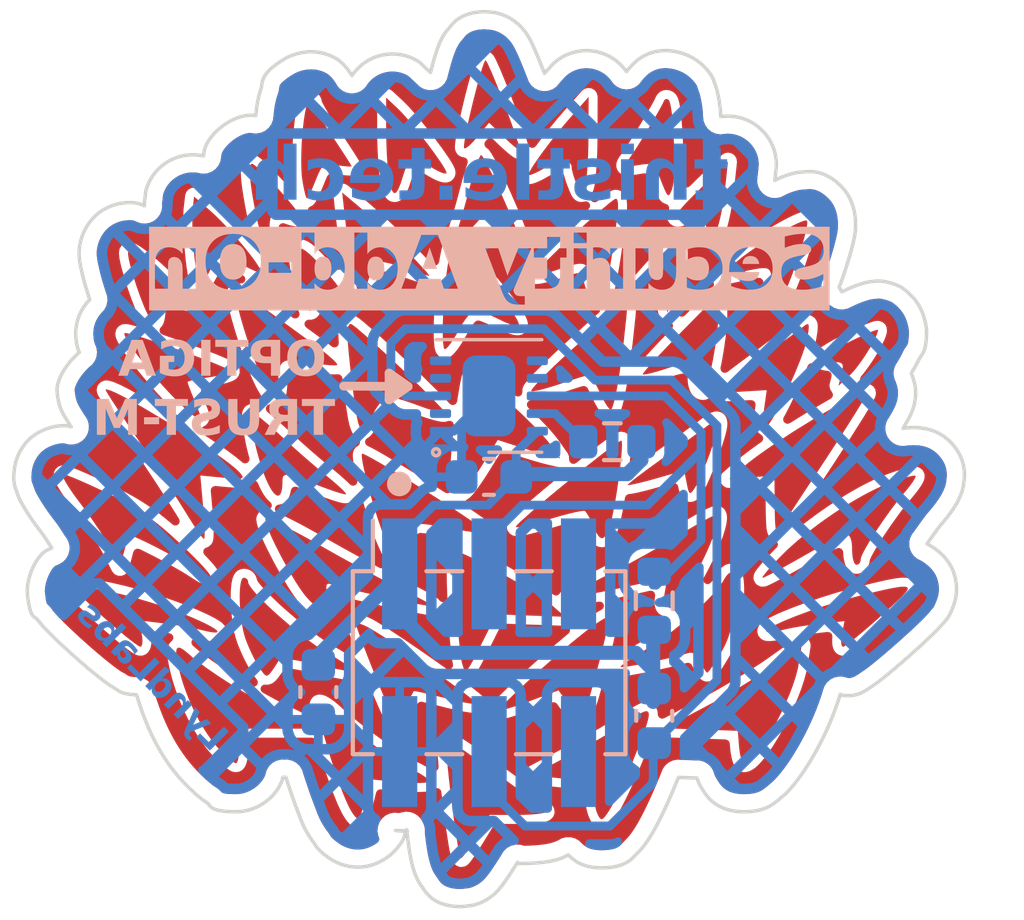
<source format=kicad_pcb>
(kicad_pcb (version 20241229) (generator "pcbnew") (generator_version "9.0")
  (layers (0 "F.Cu" signal) (2 "B.Cu" signal) (13 "F.Paste" user) (15 "B.Paste" user) (5 "F.SilkS" user "F.Silkscreen") (7 "B.SilkS" user "B.Silkscreen") (1 "F.Mask" user) (3 "B.Mask" user) (25 "Edge.Cuts" user))
  (net 0 "")
  (net 1 "+3V3")
  (net 2 "GND")
  (net 3 "SDA")
  (net 4 "GPIO2")
  (net 5 "GPIO1")
  (net 6 "SCL")
  (net 7 "RST")
  (footprint "Connector_PinHeader_2.54mm:PinHeader_2x03_P2.54mm_Vertical_SMD" (layer "B.Cu") (at 13.5 18.5 -90)
    (property "Reference" "J1" (hide yes))
    (property "Value" "SAO v2")
  )
  (footprint "Resistor_SMD:R_0603_1608Metric" (layer "B.Cu") (at 17 12.22)
    (property "Reference" "R3" (hide yes))
    (property "Value" "4.7K")
  )
  (footprint "Resistor_SMD:R_0603_1608Metric" (layer "B.Cu") (at 18.19 16.74 90)
    (property "Reference" "R2" (hide yes))
    (property "Value" "4.7K")
  )
  (footprint "Capacitor_SMD:C_0603_1608Metric" (layer "B.Cu") (at 18.19 20.01 -90)
    (property "Reference" "R1" (hide yes))
    (property "Value" "4.7K")
  )
  (footprint "Capacitor_SMD:C_0603_1608Metric" (layer "B.Cu") (at 8.65 19.335 -90)
    (property "Reference" "C1" (hide yes))
    (property "Value" "100nF")
  )
  (footprint "Capacitor_SMD:C_0603_1608Metric" (layer "B.Cu") (at 13.495 13.22 180)
    (property "Reference" "C2" (hide yes))
    (property "Value" "100nF")
  )
  (footprint "0_ungrouped:USON-10-1EP_3x3mm_P0.5mm_EP1.5x2.3mm" (layer "B.Cu") (at 13.495 10.92)
    (property "Reference" "U1" (hide yes))
    (property "Value" "SLS32AIA")
  )
  (gr_poly (pts (xy 6.780357 4.325257) (xy 6.801781 4.336558) (xy 6.860927 4.379585) (xy 6.938969 4.446728) (xy 7.032501 4.534247) (xy 7.252415 4.755464) (xy 7.49343 5.013328) (xy 7.728304 5.277931) (xy 7.929797 5.519367) (xy 8.009513 5.622051) (xy 8.070669 5.707728) (xy 8.10986 5.77266) (xy 8.120154 5.796178) (xy 8.12368 5.813107) (xy 8.123266 5.817822) (xy 8.122038 5.822165) (xy 8.120015 5.826139) (xy 8.117218 5.829744) (xy 8.113668 5.832983) (xy 8.109385 5.835856) (xy 8.098698 5.840515) (xy 8.085322 5.843734) (xy 8.069419 5.845525) (xy 8.05115 5.845902) (xy 8.030677 5.844877) (xy 8.008164 5.842464) (xy 7.983773 5.838675) (xy 7.957665 5.833523) (xy 7.930003 5.827022) (xy 7.900949 5.819184) (xy 7.870666 5.810022) (xy 7.839315 5.799549) (xy 7.80706 5.787778) (xy 7.73607 5.762455) (xy 7.702699 5.751879) (xy 7.670719 5.742706) (xy 7.640113 5.734946) (xy 7.610862 5.728612) (xy 7.582948 5.723712) (xy 7.556352 5.720257) (xy 7.531057 5.718259) (xy 7.507043 5.717726) (xy 7.484293 5.71867) (xy 7.462789 5.721101) (xy 7.442512 5.725029) (xy 7.423443 5.730466) (xy 7.405565 5.737421) (xy 7.38886 5.745904) (xy 7.373308 5.755927) (xy 7.358893 5.767499) (xy 7.345594 5.780631) (xy 7.333395 5.795334) (xy 7.322277 5.811618) (xy 7.312222 5.829493) (xy 7.303211 5.848969) (xy 7.295226 5.870058) (xy 7.288249 5.89277) (xy 7.282262 5.917115) (xy 7.277245 5.943103) (xy 7.273182 5.970745) (xy 7.270054 6.000052) (xy 7.267842 6.031033) (xy 7.266528 6.063699) (xy 7.266094 6.098062) (xy 7.263605 6.190758) (xy 7.260578 6.231635) (xy 7.256439 6.268896) (xy 7.251244 6.302566) (xy 7.24505 6.332672) (xy 7.237913 6.359236) (xy 7.22989 6.382285) (xy 7.221037 6.401843) (xy 7.211412 6.417934) (xy 7.20107 6.430584) (xy 7.190069 6.439817) (xy 7.178465 6.445659) (xy 7.166315 6.448133) (xy 7.153674 6.447265) (xy 7.140601 6.443079) (xy 7.127151 6.435601) (xy 7.113382 6.424856) (xy 7.099349 6.410867) (xy 7.085109 6.393659) (xy 7.070719 6.373259) (xy 7.056236 6.34969) (xy 7.041716 6.322977) (xy 7.027216 6.293145) (xy 6.998501 6.224223) (xy 6.970545 6.143122) (xy 6.9438 6.050042) (xy 6.91872 5.94518) (xy 6.88052 5.765481) (xy 6.845934 5.594104) (xy 6.815006 5.431499) (xy 6.787778 5.278118) (xy 6.764291 5.134413) (xy 6.744588 5.000835) (xy 6.728711 4.877835) (xy 6.716702 4.765866) (xy 6.708603 4.665378) (xy 6.704457 4.576824) (xy 6.704304 4.500655) (xy 6.708189 4.437322) (xy 6.711658 4.41061) (xy 6.716152 4.387277) (xy 6.721676 4.367379) (xy 6.728236 4.350972) (xy 6.735836 4.338112) (xy 6.744483 4.328857) (xy 6.75418 4.323263) (xy 6.764935 4.321385)) (fill yes) (layer "F.Cu"))
  (gr_poly (pts (xy 18.843496 6.654924) (xy 18.853047 6.664713) (xy 18.861269 6.680709) (xy 18.868198 6.702559) (xy 18.878314 6.762414) (xy 18.883666 6.841462) (xy 18.88453 6.936886) (xy 18.881179 7.04587) (xy 18.862927 7.293252) (xy 18.831101 7.561078) (xy 18.787892 7.826819) (xy 18.762703 7.951866) (xy 18.73549 8.067942) (xy 18.706527 8.172232) (xy 18.676086 8.261918) (xy 18.566624 8.549588) (xy 18.478878 8.212163) (xy 18.461115 8.146409) (xy 18.443774 8.088728) (xy 18.426194 8.03888) (xy 18.417107 8.016819) (xy 18.407711 7.996627) (xy 18.397925 7.978274) (xy 18.387665 7.96173) (xy 18.376848 7.946966) (xy 18.365393 7.933951) (xy 18.353215 7.922655) (xy 18.340232 7.913049) (xy 18.326362 7.905103) (xy 18.311522 7.898787) (xy 18.295628 7.894072) (xy 18.278599 7.890926) (xy 18.260351 7.889321) (xy 18.240802 7.889227) (xy 18.219869 7.890613) (xy 18.197469 7.89345) (xy 18.173519 7.897709) (xy 18.147937 7.903358) (xy 18.091546 7.918711) (xy 18.027632 7.93927) (xy 17.955533 7.964798) (xy 17.874588 7.995053) (xy 17.842562 8.00688) (xy 17.811424 8.017691) (xy 17.781337 8.02746) (xy 17.752463 8.03616) (xy 17.724965 8.043766) (xy 17.699006 8.050249) (xy 17.674747 8.055584) (xy 17.652352 8.059743) (xy 17.631983 8.062701) (xy 17.613802 8.064431) (xy 17.605583 8.064827) (xy 17.597973 8.064905) (xy 17.59099 8.064664) (xy 17.584657 8.064098) (xy 17.578992 8.063206) (xy 17.574017 8.061983) (xy 17.569752 8.060426) (xy 17.566216 8.058532) (xy 17.563431 8.056298) (xy 17.561416 8.053721) (xy 17.560193 8.050796) (xy 17.55978 8.047521) (xy 17.563115 8.032903) (xy 17.572849 8.011974) (xy 17.609898 7.952958) (xy 17.667687 7.874026) (xy 17.742977 7.77873) (xy 17.933105 7.553252) (xy 18.154371 7.30494) (xy 18.380864 7.062212) (xy 18.586671 6.853484) (xy 18.673721 6.77075) (xy 18.745882 6.707172) (xy 18.799916 6.666302) (xy 18.819123 6.655493) (xy 18.832584 6.651692)) (fill yes) (layer "F.Cu"))
  (gr_poly (pts (xy 8.156231 6.731399) (xy 8.165715 6.732941) (xy 8.175668 6.735319) (xy 8.186092 6.738534) (xy 8.208371 6.747476) (xy 8.232577 6.759773) (xy 8.258732 6.775432) (xy 8.286857 6.79446) (xy 8.316973 6.816861) (xy 8.349103 6.842641) (xy 8.383267 6.871808) (xy 8.419487 6.904366) (xy 8.498183 6.97968) (xy 8.585361 7.068632) (xy 8.681194 7.17127) (xy 8.785854 7.287641) (xy 8.894239 7.411424) (xy 8.990701 7.5245) (xy 9.075249 7.626883) (xy 9.147893 7.71859) (xy 9.208641 7.799638) (xy 9.234558 7.83617) (xy 9.257503 7.870043) (xy 9.277479 7.901259) (xy 9.294487 7.929821) (xy 9.308528 7.95573) (xy 9.319603 7.978989) (xy 9.327713 7.9996) (xy 9.332859 8.017564) (xy 9.335042 8.032883) (xy 9.334264 8.045561) (xy 9.332765 8.050909) (xy 9.330525 8.055598) (xy 9.327546 8.059627) (xy 9.323828 8.062997) (xy 9.319369 8.065708) (xy 9.314172 8.06776) (xy 9.301558 8.069889) (xy 9.285989 8.069386) (xy 9.267465 8.066253) (xy 9.245988 8.060492) (xy 9.221558 8.052105) (xy 9.194176 8.041095) (xy 9.163844 8.027463) (xy 9.130563 8.011211) (xy 9.094334 7.992341) (xy 9.063413 7.976538) (xy 9.032889 7.962412) (xy 9.0028 7.949948) (xy 8.973185 7.939129) (xy 8.94408 7.929939) (xy 8.915526 7.922363) (xy 8.88756 7.916384) (xy 8.860221 7.911986) (xy 8.833546 7.909155) (xy 8.807575 7.907872) (xy 8.782346 7.908123) (xy 8.757898 7.909891) (xy 8.734267 7.913161) (xy 8.711494 7.917917) (xy 8.689616 7.924142) (xy 8.668672 7.93182) (xy 8.648699 7.940936) (xy 8.629737 7.951473) (xy 8.611824 7.963416) (xy 8.594999 7.976749) (xy 8.579298 7.991455) (xy 8.564762 8.007518) (xy 8.551428 8.024923) (xy 8.539334 8.043654) (xy 8.52852 8.063694) (xy 8.519023 8.085028) (xy 8.510882 8.107639) (xy 8.504135 8.131512) (xy 8.49882 8.156631) (xy 8.494977 8.182979) (xy 8.492642 8.210541) (xy 8.491856 8.239301) (xy 8.489238 8.322721) (xy 8.481765 8.3893) (xy 8.476388 8.416471) (xy 8.470011 8.439668) (xy 8.462707 8.458969) (xy 8.454547 8.474454) (xy 8.445602 8.4862) (xy 8.435945 8.494287) (xy 8.425646 8.498792) (xy 8.414777 8.499796) (xy 8.40341 8.497376) (xy 8.391617 8.49161) (xy 8.379468 8.482579) (xy 8.367035 8.470359) (xy 8.354391 8.455031) (xy 8.341605 8.436672) (xy 8.315899 8.391178) (xy 8.290489 8.334505) (xy 8.265947 8.267284) (xy 8.242845 8.190144) (xy 8.221756 8.103712) (xy 8.203251 8.00862) (xy 8.187904 7.905496) (xy 8.123843 7.412765) (xy 8.073921 7.045201) (xy 8.068267 7.00158) (xy 8.066037 6.980976) (xy 8.064208 6.961179) (xy 8.062783 6.942188) (xy 8.061764 6.924006) (xy 8.061154 6.906633) (xy 8.060955 6.890071) (xy 8.06117 6.87432) (xy 8.061801 6.859382) (xy 8.062852 6.845257) (xy 8.064323 6.831947) (xy 8.066219 6.819454) (xy 8.06854 6.807777) (xy 8.071291 6.796918) (xy 8.074473 6.786878) (xy 8.078089 6.777659) (xy 8.082141 6.769261) (xy 8.086632 6.761685) (xy 8.091564 6.754933) (xy 8.096941 6.749005) (xy 8.102763 6.743903) (xy 8.109035 6.739628) (xy 8.115758 6.73618) (xy 8.122935 6.733562) (xy 8.130568 6.731773) (xy 8.13866 6.730816) (xy 8.147214 6.730691)) (fill yes) (layer "F.Cu"))
  (gr_poly (pts (xy 1.405048 13.14507) (xy 1.426269 13.147906) (xy 1.458365 13.156229) (xy 1.55256 13.188217) (xy 1.682385 13.238798) (xy 1.842597 13.305737) (xy 2.027947 13.386798) (xy 2.233191 13.479747) (xy 2.453081 13.582348) (xy 2.682373 13.692365) (xy 2.838718 13.76972) (xy 2.987648 13.846185) (xy 3.130015 13.922357) (xy 3.26667 13.998834) (xy 3.398465 14.076213) (xy 3.526253 14.155092) (xy 3.650886 14.236069) (xy 3.773215 14.31974) (xy 3.894092 14.406705) (xy 4.014369 14.49756) (xy 4.134899 14.592902) (xy 4.256532 14.693331) (xy 4.380121 14.799442) (xy 4.506519 14.911835) (xy 4.771145 15.157853) (xy 4.939113 15.319366) (xy 5.087815 15.465318) (xy 5.217205 15.595621) (xy 5.327238 15.710188) (xy 5.417869 15.808929) (xy 5.489052 15.891758) (xy 5.540741 15.958585) (xy 5.559261 15.985971) (xy 5.572891 16.009324) (xy 5.581625 16.028632) (xy 5.585457 16.043885) (xy 5.584382 16.055072) (xy 5.582002 16.059137) (xy 5.578393 16.062182) (xy 5.567486 16.065203) (xy 5.551654 16.064125) (xy 5.530892 16.058937) (xy 5.505194 16.049627) (xy 5.474554 16.036185) (xy 5.438967 16.0186) (xy 5.352929 15.970956) (xy 5.247033 15.906606) (xy 5.121235 15.825463) (xy 5.019837 15.760731) (xy 4.902574 15.689567) (xy 4.632504 15.534118) (xy 4.335127 15.371474) (xy 4.034543 15.213992) (xy 3.754852 15.074031) (xy 3.520154 14.963947) (xy 3.427208 14.923972) (xy 3.354549 14.896099) (xy 3.305188 14.881875) (xy 3.290186 14.880364) (xy 3.282139 14.882844) (xy 3.277693 14.889008) (xy 3.272215 14.899368) (xy 3.258479 14.931715) (xy 3.241557 14.977965) (xy 3.222075 15.036196) (xy 3.200658 15.104489) (xy 3.177934 15.180923) (xy 3.154528 15.263576) (xy 3.131065 15.35053) (xy 3.017986 15.779325) (xy 2.756554 15.270928) (xy 2.691258 15.152258) (xy 2.605879 15.009657) (xy 2.504037 14.848525) (xy 2.38935 14.674258) (xy 2.265438 14.492254) (xy 2.135921 14.307911) (xy 2.004417 14.126626) (xy 1.874546 13.953797) (xy 1.812178 13.871413) (xy 1.753084 13.791338) (xy 1.697505 13.713989) (xy 1.645684 13.639779) (xy 1.597862 13.569124) (xy 1.554283 13.502437) (xy 1.515187 13.440134) (xy 1.480817 13.382628) (xy 1.451416 13.330336) (xy 1.427224 13.28367) (xy 1.408485 13.243047) (xy 1.401236 13.22513) (xy 1.395441 13.208879) (xy 1.39113 13.194346) (xy 1.388333 13.181583) (xy 1.38708 13.170641) (xy 1.387403 13.161572) (xy 1.389331 13.154429) (xy 1.392894 13.149262) (xy 1.398123 13.146124) (xy 1.405048 13.145066)) (fill yes) (layer "F.Cu"))
  (gr_poly (pts (xy 16.322262 3.585923) (xy 16.319181 3.824792) (xy 16.312318 4.057315) (xy 16.302115 4.277708) (xy 16.289011 4.480189) (xy 16.273449 4.658975) (xy 16.255869 4.808281) (xy 16.24646 4.870072) (xy 16.236712 4.922325) (xy 16.22668 4.964317) (xy 16.216419 4.995324) (xy 16.199777 5.035258) (xy 16.184665 5.06958) (xy 16.170808 5.098175) (xy 16.157933 5.120927) (xy 16.151778 5.130075) (xy 16.145766 5.137719) (xy 16.139862 5.143844) (xy 16.134033 5.148435) (xy 16.128243 5.151478) (xy 16.12246 5.152958) (xy 16.116648 5.152861) (xy 16.110773 5.151173) (xy 16.104801 5.147878) (xy 16.098699 5.142962) (xy 16.09243 5.136411) (xy 16.085963 5.12821) (xy 16.079261 5.118345) (xy 16.072291 5.106801) (xy 16.05741 5.078617) (xy 16.041046 5.043544) (xy 16.022925 5.001463) (xy 15.980316 4.895818) (xy 15.953005 4.824073) (xy 15.92755 4.752419) (xy 15.904503 4.682774) (xy 15.884413 4.617054) (xy 15.86783 4.557174) (xy 15.855304 4.505052) (xy 15.850735 4.482498) (xy 15.847385 4.462603) (xy 15.845325 4.445605) (xy 15.844624 4.431745) (xy 15.843614 4.409535) (xy 15.840617 4.388807) (xy 15.83568 4.369559) (xy 15.828853 4.351792) (xy 15.820183 4.335502) (xy 15.809718 4.32069) (xy 15.797507 4.307353) (xy 15.783598 4.295491) (xy 15.768039 4.285101) (xy 15.750879 4.276184) (xy 15.732165 4.268738) (xy 15.711946 4.26276) (xy 15.69027 4.258251) (xy 15.667185 4.255209) (xy 15.616982 4.25352) (xy 15.561723 4.257683) (xy 15.501794 4.267689) (xy 15.43758 4.283526) (xy 15.369467 4.305185) (xy 15.297841 4.332656) (xy 15.223088 4.365928) (xy 15.145593 4.404992) (xy 15.065742 4.449838) (xy 15.020244 4.476259) (xy 14.976015 4.501111) (xy 14.933286 4.5243) (xy 14.892288 4.545731) (xy 14.853248 4.56531) (xy 14.816398 4.582945) (xy 14.781968 4.59854) (xy 14.750185 4.612003) (xy 14.721282 4.623239) (xy 14.695487 4.632155) (xy 14.67303 4.638657) (xy 14.663125 4.640973) (xy 14.654141 4.64265) (xy 14.646106 4.643677) (xy 14.639049 4.644042) (xy 14.633 4.643733) (xy 14.627985 4.642739) (xy 14.624035 4.641047) (xy 14.621178 4.638645) (xy 14.619443 4.635524) (xy 14.618858 4.631669) (xy 14.626594 4.598694) (xy 14.649007 4.548741) (xy 14.684907 4.483428) (xy 14.733104 4.404376) (xy 14.861629 4.21153) (xy 15.025058 3.983158) (xy 15.21387 3.732213) (xy 15.418543 3.471652) (xy 15.629555 3.214428) (xy 15.837383 2.973496) (xy 16.326782 2.421678)) (fill yes) (layer "F.Cu"))
  (gr_poly (pts (xy 4.690518 18.071016) (xy 4.698667 18.071879) (xy 4.707238 18.073472) (xy 4.725646 18.078835) (xy 4.745755 18.087078) (xy 4.767576 18.098174) (xy 4.791121 18.112095) (xy 4.816401 18.128815) (xy 4.84343 18.148307) (xy 4.872218 18.170544) (xy 4.902777 18.195498) (xy 4.93512 18.223142) (xy 4.969257 18.25345) (xy 5.071914 18.342068) (xy 5.191481 18.438162) (xy 5.474359 18.648371) (xy 5.803906 18.875262) (xy 6.166142 19.11002) (xy 6.547083 19.343831) (xy 6.932748 19.567879) (xy 7.309152 19.77335) (xy 7.662315 19.951429) (xy 8.546135 20.374792) (xy 7.476868 20.374792) (xy 6.408508 20.374792) (xy 6.408508 20.865099) (xy 6.407996 20.915035) (xy 6.406494 20.963573) (xy 6.404052 21.010461) (xy 6.400721 21.055448) (xy 6.396552 21.098283) (xy 6.391596 21.138713) (xy 6.385903 21.176487) (xy 6.379525 21.211354) (xy 6.372511 21.243061) (xy 6.364914 21.271357) (xy 6.356783 21.29599) (xy 6.352534 21.306854) (xy 6.34817 21.316708) (xy 6.343698 21.325521) (xy 6.339125 21.333261) (xy 6.334456 21.339896) (xy 6.329698 21.345396) (xy 6.324858 21.349728) (xy 6.319942 21.352861) (xy 6.314956 21.354764) (xy 6.309906 21.355406) (xy 6.304361 21.354886) (xy 6.297903 21.353342) (xy 6.282373 21.347287) (xy 6.263562 21.337444) (xy 6.241716 21.324016) (xy 6.21708 21.307207) (xy 6.189901 21.287221) (xy 6.160423 21.264261) (xy 6.128894 21.23853) (xy 6.060661 21.179571) (xy 5.987169 21.111973) (xy 5.910382 21.037363) (xy 5.832268 20.957369) (xy 5.746484 20.86216) (xy 5.660786 20.757278) (xy 5.575595 20.643551) (xy 5.491328 20.521806) (xy 5.408408 20.39287) (xy 5.327252 20.25757) (xy 5.248281 20.116733) (xy 5.171914 19.971186) (xy 5.098572 19.821757) (xy 5.028673 19.669272) (xy 4.962638 19.51456) (xy 4.900887 19.358446) (xy 4.843838 19.201758) (xy 4.791913 19.045323) (xy 4.74553 18.889968) (xy 4.705109 18.736521) (xy 4.689591 18.672091) (xy 4.675467 18.611085) (xy 4.66275 18.55348) (xy 4.651454 18.499252) (xy 4.641594 18.448377) (xy 4.633182 18.400831) (xy 4.626234 18.356591) (xy 4.620763 18.315633) (xy 4.616782 18.277934) (xy 4.614307 18.24347) (xy 4.61335 18.212216) (xy 4.613925 18.18415) (xy 4.616047 18.159248) (xy 4.61973 18.137487) (xy 4.622161 18.127776) (xy 4.624987 18.118841) (xy 4.62821 18.11068) (xy 4.631832 18.103289) (xy 4.631832 18.103285) (xy 4.635857 18.096661) (xy 4.640287 18.090801) (xy 4.645124 18.085701) (xy 4.650371 18.081359) (xy 4.656028 18.077771) (xy 4.662096 18.074932) (xy 4.668578 18.072841) (xy 4.675474 18.071494) (xy 4.682787 18.070886)) (fill yes) (layer "F.Cu"))
  (gr_poly (pts (xy 6.370126 7.971191) (xy 6.414029 7.98483) (xy 6.472434 8.011415) (xy 6.547161 8.052146) (xy 6.752877 8.180838) (xy 7.045757 8.380501) (xy 7.440379 8.660727) (xy 8.593174 9.501245) (xy 8.659357 9.550401) (xy 8.723073 9.598776) (xy 8.784021 9.646095) (xy 8.841896 9.692082) (xy 8.896398 9.73646) (xy 8.947222 9.778953) (xy 8.994066 9.819286) (xy 9.036627 9.857182) (xy 9.074603 9.892364) (xy 9.10769 9.924558) (xy 9.135587 9.953487) (xy 9.157989 9.978875) (xy 9.167036 9.990155) (xy 9.174595 10.000446) (xy 9.18063 10.009714) (xy 9.185102 10.017923) (xy 9.187974 10.025041) (xy 9.189207 10.031032) (xy 9.188764 10.035861) (xy 9.186607 10.039495) (xy 9.176955 10.044791) (xy 9.160352 10.048605) (xy 9.13719 10.050976) (xy 9.107864 10.051938) (xy 9.032297 10.049789) (xy 8.936801 10.042452) (xy 8.82453 10.030222) (xy 8.698636 10.013394) (xy 8.562269 9.992264) (xy 8.418583 9.967126) (xy 8.275954 9.941825) (xy 8.14897 9.922034) (xy 8.036738 9.908318) (xy 7.985874 9.903916) (xy 7.938363 9.901246) (xy 7.894092 9.900377) (xy 7.852949 9.901382) (xy 7.814824 9.90433) (xy 7.779603 9.909293) (xy 7.747176 9.916342) (xy 7.71743 9.925547) (xy 7.690254 9.936978) (xy 7.665536 9.950708) (xy 7.643164 9.966806) (xy 7.623025 9.985344) (xy 7.605009 10.006392) (xy 7.589004 10.03002) (xy 7.574897 10.056301) (xy 7.562578 10.085304) (xy 7.551933 10.117101) (xy 7.542851 10.151762) (xy 7.535221 10.189358) (xy 7.528931 10.22996) (xy 7.519921 10.320464) (xy 7.514928 10.423842) (xy 7.513058 10.540658) (xy 7.510587 10.63606) (xy 7.504259 10.717588) (xy 7.499669 10.753155) (xy 7.494137 10.78526) (xy 7.487672 10.813905) (xy 7.480281 10.839094) (xy 7.471972 10.860827) (xy 7.462754 10.879107) (xy 7.452633 10.893937) (xy 7.441617 10.905318) (xy 7.429715 10.913253) (xy 7.416933 10.917744) (xy 7.40328 10.918794) (xy 7.388764 10.916403) (xy 7.373392 10.910576) (xy 7.357171 10.901313) (xy 7.34011 10.888618) (xy 7.322217 10.872492) (xy 7.303498 10.852937) (xy 7.283962 10.829956) (xy 7.263617 10.803552) (xy 7.242471 10.773725) (xy 7.197803 10.703816) (xy 7.150021 10.620247) (xy 7.099188 10.523035) (xy 7.045364 10.412198) (xy 6.984815 10.277103) (xy 6.921348 10.124034) (xy 6.789814 9.777561) (xy 6.659055 9.399953) (xy 6.537366 9.018383) (xy 6.433042 8.660025) (xy 6.354375 8.352052) (xy 6.327256 8.225452) (xy 6.309661 8.121639) (xy 6.302628 8.044008) (xy 6.303396 8.016073) (xy 6.307194 7.995957) (xy 6.307198 7.995957) (xy 6.318533 7.977954) (xy 6.338901 7.969299)) (fill yes) (layer "F.Cu"))
  (gr_poly (pts (xy 9.920254 5.638516) (xy 10.048938 5.749559) (xy 10.190409 5.875716) (xy 10.499408 6.161077) (xy 10.82264 6.470006) (xy 11.135497 6.777912) (xy 11.413372 7.060202) (xy 11.631655 7.292285) (xy 11.71076 7.381814) (xy 11.765739 7.44957) (xy 11.793517 7.492477) (xy 11.796243 7.503652) (xy 11.794648 7.506502) (xy 11.791016 7.507463) (xy 11.764946 7.502622) (xy 11.71423 7.488751) (xy 11.550841 7.437813) (xy 11.324804 7.362448) (xy 11.060078 7.270452) (xy 10.991438 7.246771) (xy 10.923818 7.224639) (xy 10.857608 7.20413) (xy 10.793195 7.185323) (xy 10.73097 7.168293) (xy 10.67132 7.153118) (xy 10.614635 7.139875) (xy 10.561302 7.12864) (xy 10.511712 7.11949) (xy 10.466252 7.112503) (xy 10.425311 7.107754) (xy 10.389279 7.105321) (xy 10.358543 7.105281) (xy 10.333493 7.107711) (xy 10.323222 7.109876) (xy 10.314518 7.112687) (xy 10.30743 7.116154) (xy 10.302006 7.120286) (xy 10.29211 7.131605) (xy 10.280811 7.147494) (xy 10.26824 7.167664) (xy 10.254524 7.191821) (xy 10.224179 7.250933) (xy 10.190812 7.322495) (xy 10.155456 7.404174) (xy 10.119146 7.493637) (xy 10.082918 7.58855) (xy 10.047806 7.686578) (xy 10.030547 7.734785) (xy 10.013061 7.780473) (xy 9.995469 7.823456) (xy 9.977894 7.863548) (xy 9.960456 7.90056) (xy 9.943278 7.934308) (xy 9.934824 7.949899) (xy 9.926482 7.964604) (xy 9.918265 7.978399) (xy 9.910189 7.991261) (xy 9.90227 8.003167) (xy 9.894522 8.014093) (xy 9.886961 8.024017) (xy 9.879603 8.032914) (xy 9.872461 8.040761) (xy 9.865552 8.047536) (xy 9.858891 8.053215) (xy 9.852493 8.057774) (xy 9.846373 8.06119) (xy 9.840547 8.063439) (xy 9.83503 8.0645) (xy 9.829836 8.064347) (xy 9.824982 8.062958) (xy 9.820482 8.06031) (xy 9.816352 8.056378) (xy 9.812607 8.051141) (xy 9.793573 8.010346) (xy 9.772096 7.948063) (xy 9.723188 7.766482) (xy 9.668631 7.521297) (xy 9.611175 7.22741) (xy 9.553567 6.899722) (xy 9.498559 6.553134) (xy 9.448898 6.202547) (xy 9.407333 5.862863) (xy 9.326824 5.137353)) (fill yes) (layer "F.Cu"))
  (gr_poly (pts (xy 3.192606 9.133613) (xy 3.29747 9.155743) (xy 3.64927 9.25798) (xy 4.133757 9.417207) (xy 4.682841 9.609048) (xy 5.228432 9.809125) (xy 5.702442 9.99306) (xy 6.03678 10.136475) (xy 6.130294 10.18537) (xy 6.154914 10.202781) (xy 6.163357 10.214993) (xy 6.162554 10.219627) (xy 6.160171 10.224421) (xy 6.150825 10.234448) (xy 6.135634 10.244985) (xy 6.114915 10.255943) (xy 6.088982 10.267233) (xy 6.058153 10.278765) (xy 5.983067 10.302199) (xy 5.892184 10.325531) (xy 5.788032 10.348048) (xy 5.673136 10.369034) (xy 5.550026 10.387776) (xy 5.426953 10.40578) (xy 5.312159 10.42466) (xy 5.25865 10.434255) (xy 5.208151 10.443861) (xy 5.160974 10.453409) (xy 5.117434 10.46283) (xy 5.077842 10.472053) (xy 5.042513 10.48101) (xy 5.01176 10.489631) (xy 4.985896 10.497848) (xy 4.965234 10.50559) (xy 4.950088 10.512788) (xy 4.944681 10.516162) (xy 4.940771 10.519374) (xy 4.938396 10.522415) (xy 4.937595 10.525277) (xy 4.938547 10.533034) (xy 4.941339 10.545057) (xy 4.952071 10.580889) (xy 4.969042 10.63074) (xy 4.991501 10.692579) (xy 5.049888 10.8441) (xy 5.121235 11.0192) (xy 5.158191 11.108501) (xy 5.192721 11.193603) (xy 5.224054 11.272524) (xy 5.251418 11.343279) (xy 5.274043 11.403886) (xy 5.291158 11.452361) (xy 5.301992 11.486721) (xy 5.304813 11.497988) (xy 5.305775 11.504983) (xy 5.304975 11.519177) (xy 5.302578 11.53125) (xy 5.298582 11.541202) (xy 5.292989 11.549033) (xy 5.285798 11.554743) (xy 5.27701 11.558332) (xy 5.266625 11.559802) (xy 5.254644 11.559151) (xy 5.241067 11.556379) (xy 5.225893 11.551488) (xy 5.19076 11.535348) (xy 5.149246 11.51073) (xy 5.101354 11.477636) (xy 5.047087 11.436068) (xy 4.986447 11.386027) (xy 4.919436 11.327515) (xy 4.846056 11.260532) (xy 4.766311 11.185082) (xy 4.680202 11.101164) (xy 4.488903 10.907933) (xy 4.364287 10.777029) (xy 4.238566 10.640185) (xy 4.113141 10.499248) (xy 3.989411 10.356064) (xy 3.868777 10.212481) (xy 3.752638 10.070345) (xy 3.642394 9.931503) (xy 3.539444 9.797801) (xy 3.44519 9.671088) (xy 3.36103 9.553208) (xy 3.288364 9.44601) (xy 3.228593 9.35134) (xy 3.183115 9.271044) (xy 3.153332 9.20697) (xy 3.144763 9.181593) (xy 3.140642 9.160964) (xy 3.141145 9.145314) (xy 3.146446 9.134873) (xy 3.161656 9.131129)) (fill yes) (layer "F.Cu"))
  (gr_poly (pts (xy 12.410745 20.780335) (xy 12.452984 20.796047) (xy 12.504145 20.820532) (xy 12.565087 20.854192) (xy 12.636668 20.897425) (xy 12.815175 21.014207) (xy 13.046529 21.174073) (xy 13.695225 21.635836) (xy 13.977586 21.839763) (xy 14.241169 22.033679) (xy 14.480194 22.213068) (xy 14.68888 22.373413) (xy 14.861447 22.510199) (xy 14.932379 22.568346) (xy 14.992114 22.61891) (xy 15.039928 22.661327) (xy 15.0751 22.695031) (xy 15.096907 22.719458) (xy 15.102572 22.728017) (xy 15.104626 22.734045) (xy 15.103798 22.738756) (xy 15.100917 22.743404) (xy 15.089195 22.75249) (xy 15.069865 22.761255) (xy 15.043335 22.769655) (xy 15.010011 22.777644) (xy 14.970299 22.785177) (xy 14.873337 22.798693) (xy 14.755702 22.809838) (xy 14.620645 22.818249) (xy 14.471418 22.823563) (xy 14.311272 22.825415) (xy 13.513397 22.825415) (xy 13.137077 23.438749) (xy 13.060409 23.561821) (xy 12.987084 23.676614) (xy 12.91884 23.780621) (xy 12.857414 23.871338) (xy 12.804541 23.946258) (xy 12.781856 23.977011) (xy 12.76196 24.002875) (xy 12.745072 24.023537) (xy 12.731407 24.038683) (xy 12.721184 24.048001) (xy 12.71743 24.050376) (xy 12.714619 24.051176) (xy 12.712216 24.050656) (xy 12.709675 24.049113) (xy 12.704209 24.043058) (xy 12.698277 24.033215) (xy 12.691935 24.019787) (xy 12.685238 24.002979) (xy 12.678244 23.982994) (xy 12.663585 23.934304) (xy 12.648407 23.875346) (xy 12.633159 23.807748) (xy 12.61829 23.733138) (xy 12.604248 23.653143) (xy 12.550748 23.308223) (xy 12.496408 22.924821) (xy 12.395037 22.12595) (xy 12.352922 21.752172) (xy 12.319797 21.423291) (xy 12.29812 21.160153) (xy 12.290348 20.983603) (xy 12.290436 20.951728) (xy 12.290859 20.922109) (xy 12.291857 20.894845) (xy 12.292647 20.882126) (xy 12.293671 20.870032) (xy 12.294959 20.858575) (xy 12.29654 20.847768) (xy 12.298445 20.837623) (xy 12.300704 20.828152) (xy 12.303347 20.819367) (xy 12.306403 20.81128) (xy 12.309903 20.803904) (xy 12.311829 20.800486) (xy 12.313877 20.797251) (xy 12.313866 20.797251) (xy 12.32899 20.781857) (xy 12.349606 20.77364) (xy 12.376572 20.773)) (fill yes) (layer "F.Cu"))
  (gr_poly (pts (xy 25.296307 16.339878) (xy 25.31843 16.341882) (xy 25.337381 16.345193) (xy 25.35326 16.349797) (xy 25.366172 16.35568) (xy 25.371546 16.359097) (xy 25.376217 16.362828) (xy 25.380198 16.366873) (xy 25.3835 16.371229) (xy 25.386136 16.375895) (xy 25.388121 16.38087) (xy 25.389465 16.38615) (xy 25.390183 16.391735) (xy 25.389789 16.403813) (xy 25.387041 16.417089) (xy 25.382042 16.431551) (xy 25.352015 16.476393) (xy 25.289562 16.547465) (xy 25.199227 16.640749) (xy 25.085555 16.752226) (xy 24.806381 17.013687) (xy 24.4884 17.2997) (xy 24.167973 17.578116) (xy 23.88146 17.816786) (xy 23.762283 17.911171) (xy 23.66522 17.983564) (xy 23.594816 18.029947) (xy 23.57103 18.042129) (xy 23.555614 18.046301) (xy 23.550219 18.045825) (xy 23.545081 18.044414) (xy 23.540201 18.04209) (xy 23.535583 18.038877) (xy 23.531229 18.034798) (xy 23.52714 18.029876) (xy 23.519769 18.017599) (xy 23.513486 18.002233) (xy 23.50831 17.983962) (xy 23.504258 17.962976) (xy 23.501348 17.939459) (xy 23.499596 17.913599) (xy 23.49902 17.885582) (xy 23.499638 17.855595) (xy 23.501467 17.823825) (xy 23.504525 17.790457) (xy 23.508829 17.75568) (xy 23.514396 17.719679) (xy 23.521244 17.682642) (xy 23.593616 17.318983) (xy 22.935955 17.388643) (xy 22.795177 17.404721) (xy 22.647177 17.423952) (xy 22.496389 17.445614) (xy 22.347247 17.468983) (xy 22.204186 17.493334) (xy 22.07164 17.517944) (xy 21.954044 17.542089) (xy 21.855831 17.565046) (xy 21.812546 17.575677) (xy 21.769898 17.585431) (xy 21.728131 17.594282) (xy 21.687493 17.602205) (xy 21.648228 17.609176) (xy 21.610583 17.615168) (xy 21.574803 17.620156) (xy 21.541134 17.624115) (xy 21.509823 17.62702) (xy 21.481114 17.628844) (xy 21.455254 17.629564) (xy 21.432488 17.629153) (xy 21.413062 17.627587) (xy 21.397223 17.624839) (xy 21.390725 17.623014) (xy 21.385215 17.620884) (xy 21.380725 17.618447) (xy 21.377285 17.615698) (xy 21.371649 17.603955) (xy 21.375197 17.589525) (xy 21.408363 17.553177) (xy 21.473824 17.50781) (xy 21.568622 17.45458) (xy 21.834391 17.329156) (xy 22.182002 17.186153) (xy 22.587784 17.034821) (xy 23.028068 16.884408) (xy 23.479183 16.744161) (xy 23.917461 16.623331) (xy 24.136946 16.567856) (xy 24.335549 16.518681) (xy 24.514089 16.475699) (xy 24.673386 16.438802) (xy 24.814257 16.407883) (xy 24.937523 16.382835) (xy 24.99281 16.372479) (xy 25.044002 16.363549) (xy 25.091203 16.356034) (xy 25.134513 16.349919) (xy 25.174037 16.345191) (xy 25.209876 16.341836) (xy 25.242132 16.339841) (xy 25.270908 16.339193)) (fill yes) (layer "F.Cu"))
  (gr_poly (pts (xy 6.536907 16.086108) (xy 6.543114 16.086541) (xy 6.549235 16.087253) (xy 6.555263 16.088239) (xy 6.56119 16.08949) (xy 6.567007 16.091) (xy 6.572708 16.092762) (xy 6.578283 16.094769) (xy 6.583725 16.097014) (xy 6.589026 16.099489) (xy 6.594178 16.102188) (xy 6.599172 16.105104) (xy 6.604001 16.10823) (xy 6.608657 16.111558) (xy 6.613131 16.115082) (xy 6.617416 16.118795) (xy 6.621503 16.122689) (xy 6.625385 16.126758) (xy 6.629053 16.130995) (xy 6.6325 16.135392) (xy 6.635717 16.139943) (xy 6.638697 16.144641) (xy 6.641431 16.149478) (xy 6.643911 16.154447) (xy 6.646129 16.159542) (xy 6.648078 16.164756) (xy 6.649749 16.170081) (xy 6.651134 16.175511) (xy 6.652225 16.181038) (xy 6.653015 16.186655) (xy 6.653494 16.192356) (xy 6.653656 16.198133) (xy 6.658101 16.225073) (xy 6.671153 16.258228) (xy 6.721373 16.34166) (xy 6.800907 16.44538) (xy 6.906345 16.566339) (xy 7.034279 16.701488) (xy 7.181301 16.847777) (xy 7.344001 17.002157) (xy 7.518971 17.161578) (xy 7.892086 17.483348) (xy 8.083413 17.639599) (xy 8.273374 17.788693) (xy 8.458562 17.927582) (xy 8.635567 18.053218) (xy 8.80098 18.162549) (xy 8.951393 18.252527) (xy 9.033362 18.298888) (xy 9.111878 18.344326) (xy 9.186585 18.388589) (xy 9.257123 18.431427) (xy 9.323134 18.472588) (xy 9.384259 18.511821) (xy 9.440141 18.548875) (xy 9.49042 18.583498) (xy 9.534738 18.61544) (xy 9.572737 18.644448) (xy 9.604058 18.670273) (xy 9.628342 18.692661) (xy 9.637734 18.702489) (xy 9.645232 18.711363) (xy 9.650792 18.719253) (xy 9.654369 18.726126) (xy 9.655918 18.731953) (xy 9.655394 18.736701) (xy 9.652753 18.740338) (xy 9.647949 18.742834) (xy 9.6312 18.745398) (xy 9.604926 18.745498) (xy 9.526056 18.738708) (xy 9.415848 18.723272) (xy 9.278806 18.7) (xy 9.119439 18.669701) (xy 8.942254 18.633183) (xy 8.751757 18.591255) (xy 8.552456 18.544725) (xy 8.452412 18.521238) (xy 8.354825 18.499383) (xy 8.260215 18.479233) (xy 8.169101 18.460861) (xy 8.082002 18.44434) (xy 7.999438 18.42974) (xy 7.921928 18.417136) (xy 7.849991 18.406599) (xy 7.784147 18.398202) (xy 7.724916 18.392016) (xy 7.672816 18.388116) (xy 7.628367 18.386572) (xy 7.592089 18.387457) (xy 7.564501 18.390844) (xy 7.554128 18.393498) (xy 7.546122 18.396805) (xy 7.540548 18.400774) (xy 7.537472 18.405413) (xy 7.533055 18.416404) (xy 7.527097 18.429358) (xy 7.510969 18.460501) (xy 7.48991 18.497523) (xy 7.46474 18.539108) (xy 7.43628 18.583939) (xy 7.40535 18.630701) (xy 7.372771 18.678075) (xy 7.339363 18.724745) (xy 7.31207 18.761521) (xy 7.287407 18.793101) (xy 7.264913 18.819355) (xy 7.254337 18.830446) (xy 7.244132 18.840157) (xy 7.23424 18.848474) (xy 7.224603 18.855379) (xy 7.215165 18.860858) (xy 7.205868 18.864893) (xy 7.196655 18.867469) (xy 7.187468 18.868571) (xy 7.17825 18.868182) (xy 7.168944 18.866286) (xy 7.159492 18.862867) (xy 7.149837 18.857909) (xy 7.139922 18.851397) (xy 7.129689 18.843314) (xy 7.119081 18.833645) (xy 7.10804 18.822373) (xy 7.09651 18.809482) (xy 7.084433 18.794957) (xy 7.058407 18.760939) (xy 7.029504 18.720192) (xy 6.997265 18.672588) (xy 6.961231 18.617998) (xy 6.914662 18.542614) (xy 6.864826 18.454209) (xy 6.813256 18.35601) (xy 6.761488 18.251241) (xy 6.711054 18.143128) (xy 6.663489 18.034897) (xy 6.620326 17.929773) (xy 6.583099 17.83098) (xy 6.548828 17.722445) (xy 6.5183 17.60105) (xy 6.4916 17.469535) (xy 6.468809 17.330641) (xy 6.450012 17.187109) (xy 6.435292 17.041679) (xy 6.424732 16.897093) (xy 6.418415 16.75609) (xy 6.416425 16.621412) (xy 6.418844 16.495799) (xy 6.425757 16.381992) (xy 6.437246 16.282731) (xy 6.453395 16.200757) (xy 6.463243 16.16711) (xy 6.474287 16.138812) (xy 6.486537 16.116206) (xy 6.500005 16.099634) (xy 6.514699 16.08944) (xy 6.530632 16.085966) (xy 6.530624 16.085962)) (fill yes) (layer "F.Cu"))
  (gr_poly (pts (xy 20.368923 15.943645) (xy 20.37622 15.945127) (xy 20.3833 15.94758) (xy 20.39016 15.951002) (xy 20.396801 15.95539) (xy 20.403221 15.960741) (xy 20.409418 15.967052) (xy 20.415391 15.97432) (xy 20.421139 15.982542) (xy 20.42666 15.991715) (xy 20.431953 16.001837) (xy 20.431976 16.001841) (xy 20.441874 16.024916) (xy 20.450853 16.051752) (xy 20.458904 16.082331) (xy 20.466013 16.116632) (xy 20.472169 16.154635) (xy 20.477361 16.196322) (xy 20.4848 16.290668) (xy 20.488236 16.399511) (xy 20.487573 16.522698) (xy 20.482715 16.66007) (xy 20.473568 16.811472) (xy 20.4645 16.925306) (xy 20.453914 17.03379) (xy 20.441698 17.137335) (xy 20.427739 17.236351) (xy 20.411927 17.33125) (xy 20.394149 17.422442) (xy 20.374293 17.510339) (xy 20.352249 17.59535) (xy 20.327903 17.677887) (xy 20.301145 17.75836) (xy 20.271863 17.837181) (xy 20.239945 17.914759) (xy 20.205279 17.991507) (xy 20.167753 18.067835) (xy 20.127256 18.144153) (xy 20.083675 18.220873) (xy 20.049902 18.277985) (xy 20.016481 18.333501) (xy 19.983608 18.387132) (xy 19.951484 18.43859) (xy 19.920305 18.487588) (xy 19.890271 18.533837) (xy 19.861579 18.577048) (xy 19.834429 18.616935) (xy 19.809018 18.653208) (xy 19.785544 18.685579) (xy 19.764206 18.713761) (xy 19.745203 18.737465) (xy 19.728732 18.756403) (xy 19.714993 18.770287) (xy 19.709209 18.775244) (xy 19.704182 18.778829) (xy 19.699937 18.781006) (xy 19.696499 18.78174) (xy 19.693307 18.781336) (xy 19.689792 18.780138) (xy 19.681846 18.775436) (xy 19.672761 18.767795) (xy 19.662641 18.757372) (xy 19.651588 18.744328) (xy 19.639702 18.72882) (xy 19.627085 18.711009) (xy 19.613841 18.691052) (xy 19.585873 18.645341) (xy 19.556615 18.592957) (xy 19.526879 18.535173) (xy 19.497482 18.473261) (xy 19.480408 18.437849) (xy 19.462615 18.404938) (xy 19.444149 18.374562) (xy 19.434678 18.360334) (xy 19.425056 18.346753) (xy 19.415289 18.333821) (xy 19.405382 18.321544) (xy 19.395341 18.309925) (xy 19.385172 18.298969) (xy 19.374881 18.28868) (xy 19.364472 18.279062) (xy 19.353953 18.270119) (xy 19.343328 18.261855) (xy 19.332604 18.254274) (xy 19.321786 18.247381) (xy 19.31088 18.24118) (xy 19.299891 18.235674) (xy 19.288826 18.230869) (xy 19.277689 18.226767) (xy 19.266488 18.223374) (xy 19.255226 18.220694) (xy 19.243911 18.21873) (xy 19.232548 18.217487) (xy 19.221142 18.216969) (xy 19.2097 18.21718) (xy 19.198226 18.218124) (xy 19.186728 18.219805) (xy 19.175209 18.222228) (xy 19.163677 18.225397) (xy 18.933402 18.290069) (xy 18.649415 18.360831) (xy 18.33706 18.432475) (xy 18.021681 18.499793) (xy 17.728625 18.557574) (xy 17.483235 18.600612) (xy 17.310857 18.623696) (xy 17.259968 18.626128) (xy 17.244734 18.624782) (xy 17.236835 18.621618) (xy 17.235337 18.618467) (xy 17.235915 18.614148) (xy 17.243114 18.602141) (xy 17.258049 18.585863) (xy 17.280342 18.565578) (xy 17.345477 18.514047) (xy 17.435472 18.449665) (xy 17.547281 18.37455) (xy 17.67786 18.290819) (xy 17.824164 18.200591) (xy 17.983147 18.105982) (xy 18.126935 18.017736) (xy 18.278885 17.916814) (xy 18.437021 17.804983) (xy 18.599363 17.684013) (xy 18.763937 17.555669) (xy 18.928764 17.42172) (xy 19.091868 17.283934) (xy 19.251272 17.144079) (xy 19.404998 17.003921) (xy 19.55107 16.86523) (xy 19.68751 16.729772) (xy 19.812342 16.599315) (xy 19.923588 16.475627) (xy 20.019272 16.360476) (xy 20.097416 16.255629) (xy 20.156044 16.162855) (xy 20.167792 16.142214) (xy 20.179352 16.122609) (xy 20.190722 16.104038) (xy 20.2019 16.086497) (xy 20.212886 16.069984) (xy 20.223678 16.054496) (xy 20.234275 16.040029) (xy 20.244676 16.026582) (xy 20.254878 16.01415) (xy 20.264882 16.002731) (xy 20.274685 15.992323) (xy 20.284287 15.982921) (xy 20.293686 15.974523) (xy 20.30288 15.967127) (xy 20.311869 15.960729) (xy 20.320651 15.955326) (xy 20.329224 15.950915) (xy 20.337588 15.947494) (xy 20.345742 15.94506) (xy 20.353683 15.943608) (xy 20.36141 15.943138)) (fill yes) (layer "F.Cu"))
  (gr_poly (pts (xy 25.593951 13.183483) (xy 25.601027 13.184446) (xy 25.606396 13.186101) (xy 25.610008 13.188462) (xy 25.610016 13.188462) (xy 25.612255 13.191703) (xy 25.61355 13.195969) (xy 25.613918 13.201229) (xy 25.61338 13.207454) (xy 25.609662 13.22268) (xy 25.602546 13.241409) (xy 25.592187 13.263401) (xy 25.578736 13.288418) (xy 25.562348 13.316223) (xy 25.543175 13.346576) (xy 25.521369 13.379239) (xy 25.497084 13.413974) (xy 25.441689 13.488704) (xy 25.378212 13.568861) (xy 25.307877 13.652535) (xy 25.211412 13.767207) (xy 25.110493 13.89299) (xy 25.006592 14.027638) (xy 24.901183 14.168907) (xy 24.691734 14.462324) (xy 24.493934 14.755273) (xy 24.31957 15.02979) (xy 24.24486 15.154522) (xy 24.18043 15.26791) (xy 24.127753 15.367706) (xy 24.088302 15.451667) (xy 24.063551 15.517545) (xy 24.057149 15.543002) (xy 24.054974 15.563096) (xy 24.054812 15.571031) (xy 24.054332 15.578865) (xy 24.053543 15.586588) (xy 24.052452 15.594189) (xy 24.051066 15.60166) (xy 24.049396 15.60899) (xy 24.047447 15.616169) (xy 24.045228 15.623187) (xy 24.042748 15.630036) (xy 24.040014 15.636703) (xy 24.037035 15.643181) (xy 24.033818 15.649458) (xy 24.030371 15.655526) (xy 24.026703 15.661373) (xy 24.022821 15.666991) (xy 24.018734 15.672369) (xy 24.014449 15.677498) (xy 24.009975 15.682368) (xy 24.005319 15.686968) (xy 24.00049 15.69129) (xy 23.995496 15.695322) (xy 23.990344 15.699055) (xy 23.985043 15.70248) (xy 23.979601 15.705586) (xy 23.974025 15.708364) (xy 23.968325 15.710803) (xy 23.962507 15.712895) (xy 23.95658 15.714628) (xy 23.950552 15.715993) (xy 23.944431 15.71698) (xy 23.938225 15.71758) (xy 23.931942 15.717782) (xy 23.925662 15.717221) (xy 23.919464 15.715558) (xy 23.913355 15.71282) (xy 23.907344 15.709033) (xy 23.895644 15.698426) (xy 23.884426 15.683957) (xy 23.873751 15.665845) (xy 23.863682 15.64431) (xy 23.854279 15.619572) (xy 23.845604 15.591849) (xy 23.837719 15.561362) (xy 23.830685 15.528331) (xy 23.824565 15.492973) (xy 23.819419 15.45551) (xy 23.815309 15.416161) (xy 23.812298 15.375145) (xy 23.810446 15.332682) (xy 23.809814 15.288991) (xy 23.809642 15.264106) (xy 23.809127 15.239868) (xy 23.808272 15.216287) (xy 23.807082 15.193373) (xy 23.80556 15.171134) (xy 23.803709 15.149581) (xy 23.801532 15.128721) (xy 23.799034 15.108565) (xy 23.796217 15.089123) (xy 23.793085 15.070402) (xy 23.789642 15.052414) (xy 23.785891 15.035166) (xy 23.781835 15.018668) (xy 23.777478 15.002931) (xy 23.772823 14.987962) (xy 23.767874 14.973772) (xy 23.762635 14.960369) (xy 23.757108 14.947763) (xy 23.751297 14.935964) (xy 23.745206 14.92498) (xy 23.738838 14.914822) (xy 23.732196 14.905498) (xy 23.725285 14.897017) (xy 23.718107 14.88939) (xy 23.710666 14.882625) (xy 23.702966 14.876731) (xy 23.695009 14.871719) (xy 23.686799 14.867597) (xy 23.678341 14.864375) (xy 23.669637 14.862062) (xy 23.66069 14.860667) (xy 23.651505 14.8602) (xy 23.629835 14.863375) (xy 23.597902 14.872693) (xy 23.505752 14.908502) (xy 23.380082 14.96512) (xy 23.225917 15.040041) (xy 23.048284 15.130759) (xy 22.852209 15.234767) (xy 22.642717 15.34956) (xy 22.424835 15.472631) (xy 22.208429 15.595742) (xy 22.003164 15.710638) (xy 21.813773 15.814792) (xy 21.644988 15.905675) (xy 21.50154 15.980762) (xy 21.388161 16.037524) (xy 21.344226 16.058243) (xy 21.309583 16.073434) (xy 21.284823 16.082781) (xy 21.270538 16.085966) (xy 21.266933 16.085153) (xy 21.264946 16.082742) (xy 21.264545 16.078771) (xy 21.265695 16.073282) (xy 21.272517 16.057904) (xy 21.285146 16.036927) (xy 21.303315 16.010671) (xy 21.326757 15.979452) (xy 21.388394 15.903406) (xy 21.467922 15.811338) (xy 21.563207 15.705796) (xy 21.672113 15.58933) (xy 21.792507 15.46449) (xy 21.944503 15.31476) (xy 22.10948 15.162583) (xy 22.285793 15.009068) (xy 22.471796 14.855324) (xy 22.665846 14.702462) (xy 22.866297 14.551591) (xy 23.071504 14.40382) (xy 23.279822 14.260261) (xy 23.489607 14.122021) (xy 23.699213 13.990212) (xy 23.906996 13.865942) (xy 24.11131 13.750321) (xy 24.310511 13.64446) (xy 24.502954 13.549467) (xy 24.686993 13.466453) (xy 24.860985 13.396527) (xy 25.001996 13.345235) (xy 25.135598 13.299455) (xy 25.258727 13.260045) (xy 25.315405 13.242995) (xy 25.368317 13.227859) (xy 25.417077 13.214742) (xy 25.461304 13.203752) (xy 25.500614 13.194996) (xy 25.534625 13.18858) (xy 25.562952 13.184612) (xy 25.585214 13.183198)) (fill yes) (layer "F.Cu"))
  (gr_poly (pts (xy 18.545135 2.481586) (xy 18.550158 2.482243) (xy 18.555203 2.483251) (xy 18.560261 2.484613) (xy 18.565322 2.486331) (xy 18.570379 2.488407) (xy 18.575421 2.490844) (xy 18.58044 2.493644) (xy 18.585427 2.496809) (xy 18.590372 2.500343) (xy 18.595266 2.504247) (xy 18.600101 2.508523) (xy 18.600101 2.508527) (xy 18.613314 2.526548) (xy 18.626131 2.55525) (xy 18.650476 2.641999) (xy 18.672927 2.763378) (xy 18.693277 2.913992) (xy 18.726841 3.281344) (xy 18.749501 3.700895) (xy 18.759593 4.129482) (xy 18.75545 4.523945) (xy 18.74752 4.694891) (xy 18.735407 4.841121) (xy 18.718903 4.957239) (xy 18.6978 5.03785) (xy 18.679065 5.085741) (xy 18.662027 5.12667) (xy 18.646295 5.160348) (xy 18.63148 5.186487) (xy 18.624294 5.19664) (xy 18.617191 5.204799) (xy 18.610121 5.21093) (xy 18.603036 5.214995) (xy 18.595887 5.21696) (xy 18.588626 5.216788) (xy 18.581203 5.214442) (xy 18.573569 5.209888) (xy 18.565677 5.203088) (xy 18.557476 5.194008) (xy 18.548919 5.18261) (xy 18.539956 5.168859) (xy 18.520618 5.134152) (xy 18.499072 5.0896) (xy 18.474926 5.034915) (xy 18.447792 4.969807) (xy 18.382992 4.807172) (xy 18.347918 4.71859) (xy 18.316135 4.640861) (xy 18.286786 4.573393) (xy 18.259011 4.515591) (xy 18.245445 4.490131) (xy 18.231952 4.466865) (xy 18.218424 4.445719) (xy 18.204752 4.42662) (xy 18.190831 4.409493) (xy 18.176553 4.394265) (xy 18.16181 4.38086) (xy 18.146495 4.369206) (xy 18.130502 4.359228) (xy 18.113722 4.350851) (xy 18.096049 4.344002) (xy 18.077375 4.338607) (xy 18.057593 4.334592) (xy 18.036596 4.331882) (xy 18.014276 4.330404) (xy 17.990526 4.330082) (xy 17.965239 4.330845) (xy 17.938308 4.332616) (xy 17.879084 4.33889) (xy 17.811995 4.348311) (xy 17.736183 4.360288) (xy 17.591862 4.383119) (xy 17.534129 4.391248) (xy 17.485545 4.396814) (xy 17.464575 4.398548) (xy 17.44576 4.399538) (xy 17.429057 4.399747) (xy 17.414422 4.399141) (xy 17.40181 4.397685) (xy 17.391179 4.395344) (xy 17.382484 4.392084) (xy 17.37568 4.387869) (xy 17.370725 4.382665) (xy 17.367575 4.376436) (xy 17.366184 4.369149) (xy 17.36651 4.360767) (xy 17.368509 4.351257) (xy 17.372136 4.340583) (xy 17.377348 4.328711) (xy 17.384101 4.315605) (xy 17.39235 4.301231) (xy 17.402053 4.285554) (xy 17.425641 4.250152) (xy 17.454513 4.209118) (xy 17.488319 4.162175) (xy 17.594678 4.006818) (xy 17.729978 3.797153) (xy 17.881921 3.553645) (xy 18.038206 3.296759) (xy 18.186535 3.046958) (xy 18.314608 2.824707) (xy 18.410126 2.65047) (xy 18.441833 2.587753) (xy 18.460789 2.544713) (xy 18.463256 2.538544) (xy 18.465935 2.532675) (xy 18.468818 2.527111) (xy 18.471895 2.521852) (xy 18.475157 2.516902) (xy 18.478595 2.512263) (xy 18.4822 2.507937) (xy 18.485963 2.503926) (xy 18.489875 2.500234) (xy 18.493927 2.496861) (xy 18.49811 2.493811) (xy 18.502414 2.491087) (xy 18.506831 2.48869) (xy 18.511352 2.486622) (xy 18.515967 2.484887) (xy 18.520668 2.483487) (xy 18.525445 2.482423) (xy 18.530289 2.481699) (xy 18.535191 2.481316) (xy 18.540143 2.481278)) (fill yes) (layer "F.Cu"))
  (gr_poly (pts (xy 22.290947 18.547434) (xy 22.27439 18.6384) (xy 22.252967 18.734265) (xy 22.196645 18.938649) (xy 22.124234 19.156501) (xy 22.037983 19.383736) (xy 21.940146 19.616267) (xy 21.832974 19.850011) (xy 21.718717 20.080882) (xy 21.599628 20.304795) (xy 21.477959 20.517664) (xy 21.35596 20.715405) (xy 21.235883 20.893932) (xy 21.11998 21.049161) (xy 21.010503 21.177005) (xy 20.958877 21.229382) (xy 20.909702 21.27338) (xy 20.863259 21.308491) (xy 20.81983 21.334201) (xy 20.779695 21.350002) (xy 20.743137 21.355383) (xy 20.737713 21.354782) (xy 20.732258 21.352999) (xy 20.726783 21.350063) (xy 20.721297 21.346004) (xy 20.710326 21.334633) (xy 20.699418 21.319122) (xy 20.688648 21.299707) (xy 20.678089 21.276623) (xy 20.667814 21.250106) (xy 20.657896 21.220391) (xy 20.648408 21.187715) (xy 20.639424 21.152312) (xy 20.631018 21.114418) (xy 20.623261 21.074269) (xy 20.616229 21.032101) (xy 20.609994 20.988148) (xy 20.604629 20.942648) (xy 20.600208 20.895834) (xy 20.562229 20.436285) (xy 19.521008 20.40011) (xy 18.479786 20.363935) (xy 19.624134 19.759653) (xy 19.870512 19.626452) (xy 20.132066 19.479528) (xy 20.400806 19.323721) (xy 20.668744 19.163874) (xy 20.92789 19.004829) (xy 21.170256 18.851429) (xy 21.387852 18.708514) (xy 21.572689 18.580927) (xy 22.376892 18.007399)) (fill yes) (layer "F.Cu"))
  (gr_poly (pts (xy 8.44028 2.518144) (xy 8.444613 2.518603) (xy 8.448802 2.519376) (xy 8.45284 2.520459) (xy 8.456721 2.521849) (xy 8.460437 2.523541) (xy 8.463981 2.525534) (xy 8.467348 2.527822) (xy 8.470528 2.530403) (xy 8.473517 2.533274) (xy 8.476306 2.536431) (xy 8.478889 2.539869) (xy 8.481259 2.543587) (xy 8.483409 2.547581) (xy 8.485332 2.551846) (xy 8.487021 2.556381) (xy 8.48847 2.56118) (xy 8.48967 2.566242) (xy 8.490616 2.571561) (xy 8.4913 2.577136) (xy 8.491716 2.582962) (xy 8.491856 2.589036) (xy 8.49471 2.605547) (xy 8.503088 2.629967) (xy 8.535284 2.700603) (xy 8.586196 2.797076) (xy 8.653574 2.91552) (xy 8.73517 3.052067) (xy 8.828734 3.202849) (xy 8.932017 3.364) (xy 9.04277 3.531652) (xy 9.256947 3.853859) (xy 9.350656 3.996919) (xy 9.432419 4.123259) (xy 9.499964 4.22936) (xy 9.551022 4.311703) (xy 9.583322 4.36677) (xy 9.591728 4.382975) (xy 9.594593 4.391042) (xy 9.594055 4.39287) (xy 9.59246 4.394504) (xy 9.586204 4.397197) (xy 9.576034 4.399136) (xy 9.562162 4.400334) (xy 9.524159 4.400566) (xy 9.473886 4.398006) (xy 9.413031 4.392766) (xy 9.343287 4.384958) (xy 9.266344 4.374696) (xy 9.183891 4.362092) (xy 9.115276 4.351412) (xy 9.054194 4.343299) (xy 8.9999 4.338287) (xy 8.951647 4.336909) (xy 8.929553 4.33775) (xy 8.90869 4.339699) (xy 8.888964 4.342824) (xy 8.870283 4.347192) (xy 8.852553 4.352868) (xy 8.83568 4.35992) (xy 8.819572 4.368414) (xy 8.804135 4.378417) (xy 8.789277 4.389995) (xy 8.774903 4.403216) (xy 8.760921 4.418146) (xy 8.747237 4.434852) (xy 8.733758 4.453401) (xy 8.720392 4.473859) (xy 8.693621 4.520769) (xy 8.666179 4.576116) (xy 8.637321 4.640435) (xy 8.606299 4.714258) (xy 8.572369 4.79812) (xy 8.530974 4.899234) (xy 8.490522 4.993613) (xy 8.45203 5.079177) (xy 8.433835 5.118004) (xy 8.416512 5.153847) (xy 8.400185 5.186446) (xy 8.384984 5.215543) (xy 8.371034 5.240876) (xy 8.358462 5.262186) (xy 8.347396 5.279213) (xy 8.337963 5.291696) (xy 8.333898 5.296153) (xy 8.330289 5.299377) (xy 8.327151 5.301335) (xy 8.324501 5.301995) (xy 8.322007 5.301323) (xy 8.319333 5.299326) (xy 8.313479 5.291496) (xy 8.307004 5.278769) (xy 8.299974 5.26141) (xy 8.284508 5.213855) (xy 8.267603 5.150949) (xy 8.249782 5.07481) (xy 8.231567 4.987556) (xy 8.21348 4.891303) (xy 8.196045 4.788171) (xy 8.180641 4.66492) (xy 8.170251 4.522795) (xy 8.164578 4.365336) (xy 8.163327 4.196086) (xy 8.166199 4.018588) (xy 8.172899 3.836383) (xy 8.183129 3.653014) (xy 8.196593 3.472023) (xy 8.212994 3.296951) (xy 8.232035 3.131342) (xy 8.25342 2.978737) (xy 8.276852 2.842679) (xy 8.302034 2.72671) (xy 8.328669 2.634372) (xy 8.356461 2.569207) (xy 8.370698 2.547921) (xy 8.385113 2.534757) (xy 8.390569 2.531542) (xy 8.395959 2.528678) (xy 8.401273 2.526162) (xy 8.406507 2.523991) (xy 8.411652 2.52216) (xy 8.416702 2.520667) (xy 8.421649 2.519508) (xy 8.426488 2.518679) (xy 8.431211 2.518178) (xy 8.43581 2.518001)) (fill yes) (layer "F.Cu"))
  (gr_poly (pts (xy 13.408948 1.387191) (xy 13.422969 1.40685) (xy 13.463244 1.481644) (xy 13.583917 1.750113) (xy 13.741299 2.133226) (xy 13.915242 2.578342) (xy 14.085601 3.032823) (xy 14.232229 3.44403) (xy 14.33498 3.759322) (xy 14.363605 3.86455) (xy 14.373707 3.926061) (xy 14.373135 3.92941) (xy 14.371439 3.931622) (xy 14.368647 3.932719) (xy 14.364786 3.932723) (xy 14.353972 3.92954) (xy 14.339221 3.922254) (xy 14.320758 3.911041) (xy 14.298806 3.896081) (xy 14.245335 3.855631) (xy 14.180602 3.80233) (xy 14.106401 3.737605) (xy 14.024528 3.662883) (xy 13.936775 3.579591) (xy 13.499844 3.157136) (xy 13.143421 3.585923) (xy 13.107102 3.628787) (xy 13.07178 3.668824) (xy 13.03764 3.705895) (xy 13.004862 3.73986) (xy 12.97363 3.770581) (xy 12.944127 3.797918) (xy 12.93008 3.810275) (xy 12.916534 3.821733) (xy 12.903511 3.832276) (xy 12.891034 3.841886) (xy 12.879126 3.850546) (xy 12.867809 3.858238) (xy 12.857108 3.864945) (xy 12.847043 3.87065) (xy 12.837639 3.875335) (xy 12.828918 3.878983) (xy 12.820902 3.881577) (xy 12.813615 3.883099) (xy 12.80708 3.883531) (xy 12.801318 3.882856) (xy 12.798735 3.882099) (xy 12.796354 3.881058) (xy 12.794178 3.879732) (xy 12.79221 3.878118) (xy 12.790452 3.876215) (xy 12.788908 3.874019) (xy 12.786472 3.868744) (xy 12.784923 3.862276) (xy 12.784286 3.854596) (xy 12.789179 3.774476) (xy 12.805336 3.657108) (xy 12.865621 3.334037) (xy 12.953502 2.932206) (xy 13.057338 2.498437) (xy 13.165489 2.079555) (xy 13.266314 1.722382) (xy 13.310342 1.581569) (xy 13.348173 1.473741) (xy 13.378353 1.404753) (xy 13.390118 1.386652) (xy 13.399426 1.380456)) (fill yes) (layer "F.Cu"))
  (gr_poly (pts (xy 24.231369 10.83104) (xy 24.231354 10.831037) (xy 24.229852 10.845106) (xy 24.216342 10.877017) (xy 24.15563 10.990605) (xy 24.053891 11.164268) (xy 23.915798 11.390475) (xy 23.54924 11.970401) (xy 23.093338 12.670136) (xy 22.214944 14.004018) (xy 21.76445 14.692864) (xy 21.742856 14.724898) (xy 21.723382 14.749451) (xy 21.705916 14.766066) (xy 21.697902 14.771253) (xy 21.690349 14.774284) (xy 21.683243 14.775102) (xy 21.676571 14.773649) (xy 21.670318 14.769869) (xy 21.664472 14.763704) (xy 21.653941 14.743989) (xy 21.644868 14.714049) (xy 21.637143 14.673425) (xy 21.630657 14.62166) (xy 21.625298 14.558297) (xy 21.620957 14.482878) (xy 21.614888 14.294042) (xy 21.611568 14.051492) (xy 21.604343 13.180341) (xy 20.960255 13.230996) (xy 20.31707 13.281659) (xy 20.685249 12.963235) (xy 20.861682 12.818115) (xy 21.072643 12.657438) (xy 21.312023 12.484876) (xy 21.573715 12.304102) (xy 22.139609 11.932605) (xy 22.721466 11.57233) (xy 23.270429 11.252656) (xy 23.517306 11.117225) (xy 23.737639 11.002962) (xy 23.925318 10.91354) (xy 24.074238 10.85263) (xy 24.178291 10.823906) (xy 24.211583 10.822762)) (fill yes) (layer "F.Cu"))
  (gr_poly (pts (xy 17.355764 8.340744) (xy 17.365803 8.342738) (xy 17.37474 8.346426) (xy 17.382621 8.351787) (xy 17.389492 8.358802) (xy 17.395395 8.367449) (xy 17.400378 8.377709) (xy 17.404483 8.389561) (xy 17.410245 8.41796) (xy 17.413038 8.452482) (xy 17.413222 8.492965) (xy 17.411156 8.539244) (xy 17.401711 8.648542) (xy 17.371616 8.929524) (xy 17.321634 9.393859) (xy 17.267057 9.833173) (xy 17.209877 10.236094) (xy 17.152083 10.591253) (xy 17.123579 10.747369) (xy 17.095667 10.887281) (xy 17.068598 11.009567) (xy 17.042619 11.112806) (xy 17.017979 11.195577) (xy 16.994928 11.256459) (xy 16.984076 11.278248) (xy 16.973714 11.294031) (xy 16.963874 11.303631) (xy 16.954586 11.30687) (xy 16.949537 11.306229) (xy 16.94398 11.304326) (xy 16.931422 11.296861) (xy 16.917071 11.284726) (xy 16.90109 11.268173) (xy 16.883639 11.247454) (xy 16.864878 11.222821) (xy 16.84497 11.194526) (xy 16.824075 11.162819) (xy 16.779966 11.090179) (xy 16.73384 11.006915) (xy 16.686984 10.91504) (xy 16.640686 10.816567) (xy 16.61773 10.766632) (xy 16.594556 10.718094) (xy 16.57132 10.671205) (xy 16.548178 10.626218) (xy 16.525289 10.583383) (xy 16.502807 10.542953) (xy 16.480891 10.505179) (xy 16.459696 10.470313) (xy 16.43938 10.438606) (xy 16.420099 10.41031) (xy 16.402009 10.385677) (xy 16.385268 10.364958) (xy 16.370033 10.348405) (xy 16.363028 10.34177) (xy 16.356459 10.33627) (xy 16.350344 10.331938) (xy 16.344703 10.328805) (xy 16.339556 10.326902) (xy 16.334923 10.326261) (xy 16.303259 10.3313) (xy 16.245417 10.345742) (xy 16.164681 10.368577) (xy 16.064333 10.398792) (xy 15.817945 10.477317) (xy 15.532524 10.573224) (xy 15.386014 10.622088) (xy 15.244927 10.666206) (xy 15.112668 10.704719) (xy 14.992644 10.736767) (xy 14.938283 10.750097) (xy 14.888258 10.761488) (xy 14.842995 10.770833) (xy 14.802918 10.778024) (xy 14.768453 10.782952) (xy 14.740027 10.785512) (xy 14.718064 10.785595) (xy 14.70964 10.784674) (xy 14.702991 10.783093) (xy 14.698862 10.779751) (xy 14.697916 10.7736) (xy 14.705289 10.753164) (xy 14.724547 10.722372) (xy 14.755128 10.681805) (xy 14.848006 10.573685) (xy 14.979416 10.433472) (xy 15.144855 10.265836) (xy 15.339818 10.075447) (xy 15.5598 9.866972) (xy 15.800297 9.645082) (xy 16.384271 9.111977) (xy 16.615988 8.90145) (xy 16.811378 8.726533) (xy 16.973333 8.585923) (xy 17.042675 8.528076) (xy 17.104742 8.478317) (xy 17.159896 8.436483) (xy 17.208498 8.402411) (xy 17.250909 8.375938) (xy 17.287491 8.3569) (xy 17.287487 8.3569) (xy 17.318594 8.345131) (xy 17.332205 8.341921) (xy 17.34458 8.340465)) (fill yes) (layer "F.Cu"))
  (gr_poly (pts (xy 17.973539 19.879567) (xy 17.983649 19.88103) (xy 17.992848 19.883687) (xy 18.001139 19.887553) (xy 18.008525 19.892642) (xy 18.015009 19.89897) (xy 18.020595 19.90655) (xy 18.025285 19.915398) (xy 18.029084 19.925529) (xy 18.031994 19.936956) (xy 18.035148 19.96377) (xy 18.034766 19.995962) (xy 18.030872 20.033652) (xy 18.023492 20.076954) (xy 17.998371 20.180862) (xy 17.959599 20.308619) (xy 17.907373 20.461158) (xy 17.841892 20.63941) (xy 17.671951 21.07678) (xy 17.593786 21.270915) (xy 17.515784 21.458808) (xy 17.438398 21.639592) (xy 17.362079 21.812401) (xy 17.287279 21.976368) (xy 17.214451 22.130625) (xy 17.144046 22.274305) (xy 17.076517 22.406542) (xy 17.012315 22.526469) (xy 16.951893 22.633218) (xy 16.895703 22.725923) (xy 16.844197 22.803717) (xy 16.797827 22.865732) (xy 16.77671 22.890552) (xy 16.757045 22.911102) (xy 16.738891 22.927274) (xy 16.722303 22.93896) (xy 16.707339 22.946051) (xy 16.694054 22.948439) (xy 16.689563 22.948078) (xy 16.684935 22.947006) (xy 16.680181 22.945242) (xy 16.675309 22.942803) (xy 16.665258 22.935972) (xy 16.654866 22.926654) (xy 16.644216 22.914991) (xy 16.633392 22.901125) (xy 16.622478 22.885198) (xy 16.611556 22.867352) (xy 16.60071 22.84773) (xy 16.590024 22.826472) (xy 16.579581 22.80372) (xy 16.569464 22.779617) (xy 16.559758 22.754305) (xy 16.550546 22.727925) (xy 16.54191 22.700619) (xy 16.533936 22.672529) (xy 16.519084 22.61184) (xy 16.505196 22.544974) (xy 16.492571 22.474127) (xy 16.481508 22.401493) (xy 16.472305 22.329268) (xy 16.465263 22.259646) (xy 16.46068 22.194822) (xy 16.458855 22.136991) (xy 16.45737 22.09565) (xy 16.45285 22.058555) (xy 16.444412 22.025357) (xy 16.431174 21.995711) (xy 16.412253 21.969269) (xy 16.386769 21.945683) (xy 16.353838 21.924606) (xy 16.312579 21.905691) (xy 16.26211 21.88859) (xy 16.201549 21.872957) (xy 16.130013 21.858444) (xy 16.046621 21.844703) (xy 15.95049 21.831388) (xy 15.840739 21.818151) (xy 15.576847 21.790522) (xy 14.696651 21.703676) (xy 15.804813 21.118387) (xy 16.039065 20.99279) (xy 16.280055 20.860157) (xy 16.520898 20.724501) (xy 16.754711 20.589838) (xy 16.974609 20.460183) (xy 17.17371 20.339548) (xy 17.34513 20.23195) (xy 17.481983 20.141401) (xy 17.544934 20.098426) (xy 17.603954 20.058926) (xy 17.659069 20.023018) (xy 17.710304 19.990821) (xy 17.757686 19.962453) (xy 17.801241 19.938033) (xy 17.821591 19.92734) (xy 17.840995 19.917678) (xy 17.859454 19.909063) (xy 17.876973 19.901508) (xy 17.893554 19.895028) (xy 17.909201 19.889639) (xy 17.923917 19.885356) (xy 17.937706 19.882192) (xy 17.95057 19.880162) (xy 17.962513 19.879282)) (fill yes) (layer "F.Cu"))
  (gr_poly (pts (xy 2.029362 16.366055) (xy 2.141667 16.376965) (xy 2.412868 16.417418) (xy 2.736076 16.480951) (xy 3.099154 16.565447) (xy 3.489967 16.668788) (xy 3.896378 16.788858) (xy 4.16369 16.875177) (xy 4.420612 16.963947) (xy 4.664235 17.053562) (xy 4.891652 17.142414) (xy 5.099958 17.228896) (xy 5.286244 17.311401) (xy 5.447605 17.388322) (xy 5.581132 17.458051) (xy 5.68392 17.518981) (xy 5.722877 17.545644) (xy 5.75306 17.569505) (xy 5.774105 17.590363) (xy 5.785648 17.608016) (xy 5.787742 17.615579) (xy 5.787325 17.622264) (xy 5.784351 17.628049) (xy 5.778774 17.632907) (xy 5.759632 17.639742) (xy 5.729534 17.642569) (xy 5.688117 17.641188) (xy 5.635019 17.635397) (xy 5.569875 17.624996) (xy 5.492323 17.609783) (xy 5.298538 17.564119) (xy 5.200296 17.540891) (xy 5.08261 17.516138) (xy 4.949917 17.490614) (xy 4.806652 17.465071) (xy 4.657252 17.440263) (xy 4.506155 17.416941) (xy 4.357795 17.395858) (xy 4.21661 17.377768) (xy 3.556236 17.298155) (xy 3.631321 17.672674) (xy 3.638369 17.710774) (xy 3.644095 17.747796) (xy 3.648519 17.78355) (xy 3.651659 17.817845) (xy 3.653534 17.85049) (xy 3.654162 17.881297) (xy 3.653564 17.910073) (xy 3.65281 17.92364) (xy 3.651756 17.936628) (xy 3.650405 17.949014) (xy 3.648759 17.960773) (xy 3.64682 17.971882) (xy 3.644591 17.982316) (xy 3.642074 17.992053) (xy 3.63927 18.001068) (xy 3.636184 18.009337) (xy 3.632817 18.016837) (xy 3.62917 18.023544) (xy 3.625248 18.029433) (xy 3.621052 18.034482) (xy 3.616584 18.038667) (xy 3.611846 18.041963) (xy 3.606842 18.044346) (xy 3.601574 18.045794) (xy 3.596043 18.046282) (xy 3.580411 18.042315) (xy 3.55649 18.030675) (xy 3.524777 18.011753) (xy 3.485768 17.98594) (xy 3.387842 17.915204) (xy 3.26668 17.821594) (xy 3.126248 17.708239) (xy 2.970513 17.578264) (xy 2.803442 17.434799) (xy 2.629002 17.28097) (xy 2.456592 17.125068) (xy 2.295342 16.975674) (xy 2.14881 16.836346) (xy 2.020555 16.710643) (xy 1.964392 16.654013) (xy 1.914134 16.602124) (xy 1.870224 16.555419) (xy 1.833107 16.514345) (xy 1.803228 16.479346) (xy 1.781031 16.450867) (xy 1.766963 16.429352) (xy 1.763116 16.421346) (xy 1.761467 16.415248) (xy 1.763105 16.402004) (xy 1.770838 16.390696) (xy 1.803831 16.373764) (xy 1.858927 16.36419) (xy 1.934609 16.361708)) (fill yes) (layer "F.Cu"))
  (gr_poly (pts (xy 13.056044 10.293261) (xy 13.126818 10.327471) (xy 13.227415 10.39325) (xy 13.353441 10.486624) (xy 13.500505 10.603619) (xy 13.664212 10.740259) (xy 14.023988 11.05658) (xy 14.397625 11.40379) (xy 14.749982 11.750095) (xy 14.907198 11.912972) (xy 15.045916 12.063699) (xy 15.161741 12.198302) (xy 15.250282 12.312806) (xy 15.519859 12.690938) (xy 15.22224 12.622186) (xy 15.150522 12.604347) (xy 15.060371 12.580138) (xy 14.839295 12.516935) (xy 14.588058 12.441226) (xy 14.335709 12.361657) (xy 13.745895 12.171685) (xy 13.293587 12.901719) (xy 13.247067 12.976123) (xy 13.200921 13.048453) (xy 13.155428 13.118336) (xy 13.110864 13.185397) (xy 13.067509 13.24926) (xy 13.02564 13.309551) (xy 12.985536 13.365896) (xy 12.947475 13.417919) (xy 12.911735 13.465245) (xy 12.878595 13.507501) (xy 12.848331 13.544311) (xy 12.821223 13.5753) (xy 12.797548 13.600093) (xy 12.777586 13.618316) (xy 12.769083 13.624847) (xy 12.761613 13.629595) (xy 12.75521 13.632513) (xy 12.749908 13.633554) (xy 12.745197 13.632878) (xy 12.740544 13.630701) (xy 12.731436 13.621996) (xy 12.722633 13.607737) (xy 12.714181 13.588221) (xy 12.706129 13.563749) (xy 12.698525 13.534618) (xy 12.691417 13.501128) (xy 12.684852 13.463576) (xy 12.673544 13.377483) (xy 12.664984 13.278728) (xy 12.659554 13.1697) (xy 12.657639 13.052789) (xy 12.660451 12.904643) (xy 12.66858 12.732893) (xy 12.698495 12.336041) (xy 12.742796 11.897156) (xy 12.796893 11.451163) (xy 12.856198 11.032987) (xy 12.916125 10.677551) (xy 12.944887 10.534275) (xy 12.972083 10.41978) (xy 12.997141 10.338433) (xy 13.019485 10.294599) (xy 13.019485 10.294595) (xy 13.033213 10.289236)) (fill yes) (layer "F.Cu"))
  (gr_poly (pts (xy 8.706974 19.663389) (xy 8.727068 19.669245) (xy 8.750203 19.678591) (xy 8.776141 19.691274) (xy 8.804641 19.707138) (xy 8.835463 19.726031) (xy 8.868368 19.747798) (xy 8.903115 19.772286) (xy 8.939464 19.799341) (xy 8.977176 19.828808) (xy 9.01601 19.860535) (xy 9.055727 19.894366) (xy 9.096086 19.930149) (xy 9.136848 19.96773) (xy 9.247041 20.068338) (xy 9.369548 20.174857) (xy 9.644268 20.400438) (xy 9.946527 20.634104) (xy 10.261843 20.865486) (xy 10.575733 21.084212) (xy 10.873715 21.279915) (xy 11.012215 21.365892) (xy 11.141308 21.442224) (xy 11.259182 21.507616) (xy 11.364029 21.56077) (xy 11.408453 21.582474) (xy 11.45163 21.604591) (xy 11.493336 21.626963) (xy 11.533348 21.649432) (xy 11.571443 21.67184) (xy 11.607397 21.694031) (xy 11.640986 21.715845) (xy 11.671989 21.737126) (xy 11.700181 21.757715) (xy 11.725338 21.777456) (xy 11.747238 21.79619) (xy 11.756897 21.80513) (xy 11.765657 21.81376) (xy 11.773491 21.822059) (xy 11.780372 21.830007) (xy 11.78627 21.837586) (xy 11.791159 21.844775) (xy 11.79501 21.851555) (xy 11.797795 21.857906) (xy 11.799486 21.863808) (xy 11.800056 21.869242) (xy 11.798961 21.874298) (xy 11.79571 21.879088) (xy 11.782956 21.887863) (xy 11.762224 21.895555) (xy 11.73394 21.902154) (xy 11.698534 21.907648) (xy 11.656434 21.912024) (xy 11.553864 21.917381) (xy 11.429657 21.918133) (xy 11.287238 21.914189) (xy 11.130035 21.905456) (xy 10.961472 21.891844) (xy 10.121983 21.814047) (xy 9.979053 22.381243) (xy 9.951418 22.490116) (xy 9.926517 22.585605) (xy 9.903935 22.668207) (xy 9.883257 22.73842) (xy 9.873502 22.769035) (xy 9.864068 22.796739) (xy 9.854903 22.821595) (xy 9.845954 22.843664) (xy 9.83717 22.863008) (xy 9.828499 22.87969) (xy 9.819888 22.893772) (xy 9.811287 22.905316) (xy 9.802644 22.914384) (xy 9.79829 22.918009) (xy 9.793905 22.921038) (xy 9.789484 22.923479) (xy 9.78502 22.925341) (xy 9.780507 22.926629) (xy 9.775937 22.927354) (xy 9.771305 22.927521) (xy 9.766604 22.92714) (xy 9.761827 22.926217) (xy 9.756968 22.92476) (xy 9.746979 22.920278) (xy 9.736583 22.913755) (xy 9.72573 22.905253) (xy 9.714367 22.894835) (xy 9.702443 22.882563) (xy 9.689906 22.868498) (xy 9.676703 22.852704) (xy 9.662783 22.835241) (xy 9.632584 22.795561) (xy 9.565557 22.688937) (xy 9.489976 22.539854) (xy 9.407867 22.354872) (xy 9.321253 22.140552) (xy 9.142608 21.650136) (xy 8.970234 21.121092) (xy 8.820328 20.605901) (xy 8.75886 20.369902) (xy 8.709081 20.157047) (xy 8.673017 19.973898) (xy 8.65269 19.827014) (xy 8.650125 19.722955) (xy 8.656136 19.689036) (xy 8.667347 19.668283) (xy 8.667347 19.668299) (xy 8.671625 19.665027) (xy 8.676874 19.662762) (xy 8.683063 19.661485) (xy 8.690163 19.661177)) (fill yes) (layer "F.Cu"))
  (gr_poly (pts (xy 13.287214 4.082898) (xy 13.304918 4.102332) (xy 13.354124 4.176162) (xy 13.419226 4.291027) (xy 13.497226 4.440231) (xy 13.67992 4.814872) (xy 13.878213 5.246513) (xy 14.068111 5.681585) (xy 14.225619 6.066516) (xy 14.284729 6.223437) (xy 14.326744 6.347735) (xy 14.348665 6.432712) (xy 14.351153 6.458363) (xy 14.347492 6.471673) (xy 14.344393 6.473662) (xy 14.340127 6.474634) (xy 14.32823 6.47361) (xy 14.312065 6.468772) (xy 14.291896 6.460293) (xy 14.267987 6.448344) (xy 14.240603 6.433097) (xy 14.176462 6.393393) (xy 14.101585 6.342555) (xy 14.018085 6.281954) (xy 13.928074 6.212965) (xy 13.833664 6.13696) (xy 13.36869 5.753404) (xy 12.965225 6.194856) (xy 12.560863 6.635407) (xy 13.197716 7.347344) (xy 13.336419 7.503772) (xy 13.467939 7.655071) (xy 13.591887 7.800701) (xy 13.707876 7.940121) (xy 13.815517 8.072792) (xy 13.914422 8.198174) (xy 14.004201 8.315726) (xy 14.084468 8.424908) (xy 14.154834 8.525181) (xy 14.21491 8.616003) (xy 14.264308 8.696836) (xy 14.302639 8.767138) (xy 14.317534 8.798172) (xy 14.329516 8.82637) (xy 14.338538 8.851666) (xy 14.34455 8.873992) (xy 14.347505 8.89328) (xy 14.347353 8.909463) (xy 14.344046 8.922474) (xy 14.337536 8.932244) (xy 14.33367 8.93513) (xy 14.328566 8.937322) (xy 14.314786 8.939675) (xy 14.296482 8.939402) (xy 14.273942 8.9366) (xy 14.247453 8.931367) (xy 14.217302 8.923802) (xy 14.183777 8.914001) (xy 14.147164 8.902063) (xy 14.065825 8.872168) (xy 13.975583 8.834898) (xy 13.878736 8.791037) (xy 13.77758 8.741368) (xy 13.674219 8.690432) (xy 13.571043 8.642938) (xy 13.470787 8.599919) (xy 13.376187 8.562407) (xy 13.331863 8.546038) (xy 13.289979 8.531434) (xy 13.250877 8.518722) (xy 13.214899 8.508032) (xy 13.182386 8.499493) (xy 13.153681 8.493234) (xy 13.129126 8.489384) (xy 13.109062 8.488072) (xy 13.099881 8.488792) (xy 13.090059 8.490927) (xy 13.068614 8.499304) (xy 13.044964 8.512923) (xy 13.019347 8.531501) (xy 12.992001 8.554758) (xy 12.963162 8.582413) (xy 12.933069 8.614184) (xy 12.90196 8.649791) (xy 12.870071 8.688952) (xy 12.837641 8.731387) (xy 12.804907 8.776813) (xy 12.772106 8.824951) (xy 12.739477 8.875518) (xy 12.707257 8.928234) (xy 12.675683 8.982817) (xy 12.644993 9.038987) (xy 12.614615 9.095167) (xy 12.583959 9.149779) (xy 12.55323 9.20254) (xy 12.522637 9.253165) (xy 12.492386 9.301371) (xy 12.462686 9.346873) (xy 12.433743 9.38939) (xy 12.405764 9.428635) (xy 12.378956 9.464326) (xy 12.353528 9.496179) (xy 12.329687 9.523911) (xy 12.307639 9.547236) (xy 12.297352 9.557158) (xy 12.287591 9.565872) (xy 12.278383 9.573343) (xy 12.269752 9.579535) (xy 12.261725 9.584413) (xy 12.254329 9.587941) (xy 12.247587 9.590084) (xy 12.241528 9.590806) (xy 12.235675 9.58921) (xy 12.23012 9.584466) (xy 12.219909 9.565784) (xy 12.210907 9.535268) (xy 12.203127 9.493425) (xy 12.191287 9.377792) (xy 12.184492 9.222947) (xy 12.182846 9.03295) (xy 12.186455 8.811865) (xy 12.195421 8.563753) (xy 12.20985 8.292676) (xy 12.229275 8.024094) (xy 12.254111 7.758298) (xy 12.283337 7.502186) (xy 12.31593 7.262654) (xy 12.350868 7.046599) (xy 12.387128 6.860919) (xy 12.405434 6.781624) (xy 12.423688 6.71251) (xy 12.441761 6.654438) (xy 12.459526 6.60827) (xy 12.499394 6.50858) (xy 12.5475 6.373229) (xy 12.60201 6.208215) (xy 12.661088 6.019538) (xy 12.785617 5.595199) (xy 12.847397 5.371535) (xy 12.90641 5.14821) (xy 12.963816 4.932825) (xy 13.020987 4.731912) (xy 13.076414 4.549861) (xy 13.103002 4.467282) (xy 13.128589 4.391065) (xy 13.152986 4.321759) (xy 13.176003 4.259913) (xy 13.197454 4.206076) (xy 13.217148 4.160796) (xy 13.234898 4.124623) (xy 13.250514 4.098106) (xy 13.257464 4.08864) (xy 13.263809 4.081793) (xy 13.269527 4.077635) (xy 13.274593 4.076234) (xy 13.274609 4.076234)) (fill yes) (layer "F.Cu"))
  (gr_poly (pts (xy 7.211705 14.413204) (xy 7.262347 14.429127) (xy 7.401111 14.484507) (xy 7.584724 14.568804) (xy 7.807041 14.679065) (xy 8.061912 14.812336) (xy 8.343191 14.965665) (xy 8.64473 15.136098) (xy 9.298125 15.504897) (xy 9.96742 15.871054) (xy 10.574003 16.192231) (xy 10.829212 16.322722) (xy 11.039265 16.426092) (xy 11.217808 16.512696) (xy 11.382718 16.595137) (xy 11.530506 16.671491) (xy 11.657684 16.739837) (xy 11.712453 16.770406) (xy 11.760762 16.798251) (xy 11.802174 16.823134) (xy 11.836253 16.844813) (xy 11.862562 16.863048) (xy 11.880666 16.877598) (xy 11.886505 16.883417) (xy 11.890129 16.888225) (xy 11.891484 16.891991) (xy 11.890514 16.894686) (xy 11.854608 16.895847) (xy 11.767159 16.88466) (xy 11.465262 16.831224) (xy 10.546834 16.641958) (xy 9.577229 16.422555) (xy 9.211357 16.33145) (xy 8.99844 16.268686) (xy 8.97534 16.261024) (xy 8.954807 16.256601) (xy 8.945491 16.255661) (xy 8.936799 16.255597) (xy 8.928728 16.256434) (xy 8.921272 16.258194) (xy 8.914425 16.260899) (xy 8.908181 16.264571) (xy 8.902536 16.269234) (xy 8.897484 16.27491) (xy 8.893019 16.281622) (xy 8.889135 16.289392) (xy 8.885828 16.298243) (xy 8.883092 16.308197) (xy 8.879311 16.331506) (xy 8.877748 16.359499) (xy 8.878359 16.392358) (xy 8.881101 16.430264) (xy 8.88593 16.473396) (xy 8.892801 16.521936) (xy 8.901672 16.576064) (xy 8.912498 16.635962) (xy 8.928511 16.732779) (xy 8.937817 16.816933) (xy 8.939941 16.854263) (xy 8.940372 16.888428) (xy 8.939105 16.919429) (xy 8.936132 16.947267) (xy 8.93145 16.971942) (xy 8.925052 16.993454) (xy 8.916933 17.011805) (xy 8.907088 17.026994) (xy 8.89551 17.039022) (xy 8.882194 17.04789) (xy 8.867134 17.053598) (xy 8.850326 17.056146) (xy 8.831763 17.055536) (xy 8.81144 17.051767) (xy 8.789351 17.04484) (xy 8.76549 17.034756) (xy 8.739853 17.021514) (xy 8.712433 17.005116) (xy 8.683225 16.985563) (xy 8.652224 16.962854) (xy 8.584817 16.907971) (xy 8.510169 16.840472) (xy 8.428235 16.760361) (xy 8.33897 16.667643) (xy 8.266123 16.582293) (xy 8.184087 16.472726) (xy 8.09478 16.342551) (xy 8.000118 16.195377) (xy 7.802391 15.864466) (xy 7.606237 15.508863) (xy 7.426988 15.157439) (xy 7.348492 14.992315) (xy 7.279972 14.839063) (xy 7.223342 14.70129) (xy 7.18052 14.582607) (xy 7.153422 14.48662) (xy 7.143963 14.41694) (xy 7.143959 14.416928) (xy 7.145921 14.410674) (xy 7.151742 14.406735) (xy 7.174581 14.405616)) (fill yes) (layer "F.Cu"))
  (gr_poly (pts (xy 19.97363 14.29448) (xy 19.977837 14.29662) (xy 19.990873 14.316529) (xy 19.998796 14.344603) (xy 20.001822 14.380363) (xy 20.000168 14.42333) (xy 19.983684 14.528969) (xy 19.951078 14.657687) (xy 19.904082 14.805649) (xy 19.84443 14.969023) (xy 19.773853 15.143975) (xy 19.694086 15.326671) (xy 19.60686 15.513278) (xy 19.513908 15.699963) (xy 19.416964 15.882892) (xy 19.317759 16.058232) (xy 19.218028 16.222148) (xy 19.119502 16.370809) (xy 19.023915 16.50038) (xy 18.932999 16.607027) (xy 18.857279 16.685976) (xy 18.788518 16.753696) (xy 18.726594 16.810161) (xy 18.698157 16.834164) (xy 18.671383 16.855345) (xy 18.646256 16.873699) (xy 18.622763 16.889223) (xy 18.600886 16.901915) (xy 18.580611 16.91177) (xy 18.561923 16.918787) (xy 18.544806 16.922961) (xy 18.529245 16.924289) (xy 18.515224 16.922769) (xy 18.502729 16.918397) (xy 18.491744 16.91117) (xy 18.482253 16.901084) (xy 18.474242 16.888137) (xy 18.467695 16.872325) (xy 18.462597 16.853646) (xy 18.458931 16.832095) (xy 18.456684 16.807671) (xy 18.45584 16.780369) (xy 18.456384 16.750186) (xy 18.458299 16.71712) (xy 18.461571 16.681167) (xy 18.472125 16.600587) (xy 18.487923 16.508421) (xy 18.501291 16.435897) (xy 18.512324 16.37208) (xy 18.520769 16.316526) (xy 18.526369 16.268786) (xy 18.528023 16.247708) (xy 18.52887 16.228416) (xy 18.528879 16.210854) (xy 18.528018 16.194967) (xy 18.526254 16.180699) (xy 18.523557 16.167994) (xy 18.519893 16.156796) (xy 18.515232 16.147049) (xy 18.509541 16.138699) (xy 18.502788 16.131688) (xy 18.494942 16.125961) (xy 18.485971 16.121462) (xy 18.475843 16.118135) (xy 18.464526 16.115925) (xy 18.451989 16.114776) (xy 18.438198 16.114631) (xy 18.423123 16.115436) (xy 18.406732 16.117134) (xy 18.369873 16.122986) (xy 18.327367 16.131742) (xy 18.278957 16.142954) (xy 17.859409 16.240478) (xy 17.42956 16.335596) (xy 17.009216 16.424432) (xy 16.618184 16.503108) (xy 16.27627 16.567748) (xy 16.003281 16.614477) (xy 15.819022 16.639416) (xy 15.766357 16.642503) (xy 15.750973 16.641489) (xy 15.743301 16.638689) (xy 15.742363 16.635515) (xy 15.744381 16.630901) (xy 15.757009 16.617512) (xy 15.814671 16.575206) (xy 15.911819 16.51431) (xy 16.043981 16.437366) (xy 16.206687 16.346915) (xy 16.395467 16.245498) (xy 16.60585 16.135656) (xy 16.833366 16.01993) (xy 17.081745 15.892833) (xy 17.351921 15.750399) (xy 17.923018 15.43882) (xy 18.477363 15.123794) (xy 18.726598 14.97705) (xy 18.94566 14.843919) (xy 19.142678 14.723626) (xy 19.328737 14.613675) (xy 19.499603 14.516306) (xy 19.651041 14.43376) (xy 19.718151 14.398746) (xy 19.778817 14.368278) (xy 19.832509 14.342636) (xy 19.878698 14.3221) (xy 19.916854 14.30695) (xy 19.946449 14.297467) (xy 19.95787 14.294938) (xy 19.966953 14.29393)) (fill yes) (layer "F.Cu"))
  (gr_poly (pts (xy 3.2815 6.806937) (xy 3.294072 6.80903) (xy 3.32456 6.818964) (xy 3.361926 6.836385) (xy 3.405872 6.861081) (xy 3.456098 6.892839) (xy 3.512306 6.931445) (xy 3.574199 6.976688) (xy 3.641477 7.028354) (xy 3.790995 7.150105) (xy 3.958475 7.294996) (xy 4.141529 7.461324) (xy 4.999111 8.25739) (xy 4.547703 8.185021) (xy 4.470763 8.172875) (xy 4.402999 8.163047) (xy 4.343768 8.155959) (xy 4.292427 8.152031) (xy 4.269513 8.151383) (xy 4.248331 8.151683) (xy 4.228799 8.152983) (xy 4.210837 8.155336) (xy 4.194364 8.158793) (xy 4.179301 8.163409) (xy 4.165566 8.169235) (xy 4.15308 8.176323) (xy 4.141761 8.184727) (xy 4.13153 8.194499) (xy 4.122305 8.205692) (xy 4.114007 8.218357) (xy 4.106555 8.232547) (xy 4.099868 8.248316) (xy 4.093866 8.265716) (xy 4.088469 8.284798) (xy 4.083596 8.305616) (xy 4.079166 8.328222) (xy 4.071316 8.379009) (xy 4.064275 8.43758) (xy 4.0574 8.504354) (xy 4.051461 8.560777) (xy 4.045339 8.610861) (xy 4.042174 8.633568) (xy 4.03892 8.654742) (xy 4.035562 8.6744) (xy 4.032088 8.692559) (xy 4.028482 8.709236) (xy 4.02473 8.724448) (xy 4.020819 8.738213) (xy 4.016733 8.750547) (xy 4.012458 8.761468) (xy 4.007981 8.770993) (xy 4.003287 8.779139) (xy 3.998362 8.785923) (xy 3.993191 8.791363) (xy 3.990509 8.793583) (xy 3.98776 8.795475) (xy 3.984943 8.797038) (xy 3.982055 8.798276) (xy 3.979096 8.799191) (xy 3.976062 8.799785) (xy 3.972953 8.80006) (xy 3.969767 8.800018) (xy 3.963155 8.798992) (xy 3.956211 8.796724) (xy 3.948923 8.793232) (xy 3.941274 8.788532) (xy 3.933252 8.782642) (xy 3.924842 8.77558) (xy 3.91603 8.767361) (xy 3.906801 8.758004) (xy 3.897141 8.747525) (xy 3.887037 8.735942) (xy 3.876472 8.723271) (xy 3.837365 8.665631) (xy 3.792594 8.582894) (xy 3.743367 8.478697) (xy 3.690889 8.356678) (xy 3.58101 8.073722) (xy 3.47261 7.763124) (xy 3.375341 7.453983) (xy 3.298858 7.175396) (xy 3.271427 7.056654) (xy 3.252812 6.956462) (xy 3.24422 6.878458) (xy 3.246857 6.82628) (xy 3.249899 6.818348) (xy 3.254922 6.812475) (xy 3.261888 6.808633) (xy 3.27076 6.806796)) (fill yes) (layer "F.Cu"))
  (gr_poly (pts (xy 20.200378 5.047795) (xy 20.180403 5.213619) (xy 20.155758 5.382981) (xy 20.127416 5.551132) (xy 20.096348 5.713324) (xy 20.063528 5.864808) (xy 20.029927 6.000834) (xy 19.996517 6.116655) (xy 19.980188 6.165504) (xy 19.964272 6.20752) (xy 19.941247 6.263129) (xy 19.920196 6.312034) (xy 19.900931 6.354354) (xy 19.883266 6.390209) (xy 19.874975 6.405749) (xy 19.867015 6.419717) (xy 19.859361 6.432129) (xy 19.85199 6.442998) (xy 19.84488 6.45234) (xy 19.838006 6.460171) (xy 19.831346 6.466504) (xy 19.824875 6.471354) (xy 19.818572 6.474737) (xy 19.812412 6.476667) (xy 19.806372 6.47716) (xy 19.800428 6.476229) (xy 19.794559 6.473891) (xy 19.788739 6.47016) (xy 19.782946 6.46505) (xy 19.777157 6.458577) (xy 19.771348 6.450755) (xy 19.765495 6.4416) (xy 19.759576 6.431126) (xy 19.753568 6.419349) (xy 19.747446 6.406282) (xy 19.741188 6.391942) (xy 19.728168 6.359498) (xy 19.719543 6.335829) (xy 19.71115 6.310441) (xy 19.695244 6.255436) (xy 19.680807 6.196338) (xy 19.668195 6.135005) (xy 19.657764 6.073296) (xy 19.649873 6.013066) (xy 19.64699 5.984086) (xy 19.644876 5.956172) (xy 19.643575 5.929557) (xy 19.643131 5.904473) (xy 19.641954 5.857477) (xy 19.638168 5.816155) (xy 19.631397 5.780427) (xy 19.626773 5.764636) (xy 19.621261 5.750214) (xy 19.614813 5.73715) (xy 19.607382 5.725435) (xy 19.598921 5.715058) (xy 19.589382 5.70601) (xy 19.578719 5.69828) (xy 19.566883 5.69186) (xy 19.553827 5.686738) (xy 19.539505 5.682904) (xy 19.523868 5.68035) (xy 19.50687 5.679064) (xy 19.488463 5.679036) (xy 19.4686 5.680258) (xy 19.424317 5.686407) (xy 19.373642 5.697431) (xy 19.316196 5.713251) (xy 19.251602 5.733786) (xy 19.17948 5.758956) (xy 19.099453 5.788682) (xy 19.015923 5.818698) (xy 18.946229 5.839775) (xy 18.890571 5.851547) (xy 18.868067 5.85383) (xy 18.849146 5.85365) (xy 18.833834 5.850961) (xy 18.822155 5.845718) (xy 18.814133 5.837874) (xy 18.809794 5.827385) (xy 18.809162 5.814205) (xy 18.812263 5.798288) (xy 18.81912 5.779588) (xy 18.82976 5.75806) (xy 18.862483 5.706336) (xy 18.910632 5.642752) (xy 18.974405 5.566941) (xy 19.054 5.478539) (xy 19.149616 5.37718) (xy 19.261452 5.262499) (xy 19.534576 4.991712) (xy 20.284508 4.259873)) (fill yes) (layer "F.Cu"))
  (gr_poly (pts (xy 2.757142 10.767809) (xy 2.92797 10.843987) (xy 3.150692 10.957403) (xy 3.713888 11.272584) (xy 4.370867 11.666633) (xy 5.045767 12.09283) (xy 5.662724 12.504456) (xy 5.925768 12.690204) (xy 6.145878 12.85479) (xy 6.313571 12.992372) (xy 6.419365 13.097112) (xy 6.446764 13.130896) (xy 6.469061 13.160613) (xy 6.485719 13.186428) (xy 6.496203 13.208505) (xy 6.498962 13.218194) (xy 6.499977 13.22701) (xy 6.49918 13.234973) (xy 6.496505 13.242105) (xy 6.491884 13.248427) (xy 6.485251 13.253958) (xy 6.476538 13.258719) (xy 6.465678 13.262732) (xy 6.437252 13.268591) (xy 6.399436 13.271701) (xy 6.351694 13.272227) (xy 6.293491 13.270333) (xy 6.22429 13.266184) (xy 6.143556 13.259944) (xy 5.945343 13.241853) (xy 5.298538 13.180337) (xy 5.379955 14.081342) (xy 5.395119 14.262444) (xy 5.406859 14.43143) (xy 5.415093 14.584592) (xy 5.419738 14.718222) (xy 5.420688 14.776553) (xy 5.42071 14.828611) (xy 5.419793 14.873932) (xy 5.417927 14.912052) (xy 5.415101 14.942508) (xy 5.411305 14.964836) (xy 5.40904 14.972807) (xy 5.406528 14.978573) (xy 5.403769 14.982074) (xy 5.400761 14.983254) (xy 5.392156 14.979278) (xy 5.379054 14.967609) (xy 5.340434 14.922772) (xy 5.287058 14.851891) (xy 5.221079 14.758116) (xy 5.144656 14.644595) (xy 5.059943 14.514476) (xy 4.969096 14.370907) (xy 4.874271 14.217038) (xy 4.622444 13.815508) (xy 4.281164 13.288391) (xy 3.89517 12.704083) (xy 3.509197 12.130982) (xy 3.328479 11.864499) (xy 3.159842 11.613527) (xy 3.006989 11.383727) (xy 2.873624 11.180764) (xy 2.76345 11.010299) (xy 2.680169 10.877997) (xy 2.627485 10.789518) (xy 2.613774 10.763483) (xy 2.6091 10.750527) (xy 2.6091 10.750524) (xy 2.618946 10.736136) (xy 2.647691 10.734708)) (fill yes) (layer "F.Cu"))
  (gr_poly (pts (xy 6.780937 11.402791) (xy 6.785861 11.403434) (xy 6.791056 11.404525) (xy 6.796524 11.406053) (xy 6.808292 11.410377) (xy 6.821184 11.416325) (xy 6.83522 11.423814) (xy 6.850418 11.43276) (xy 6.8668 11.44308) (xy 6.884384 11.454692) (xy 6.923237 11.481458) (xy 6.981264 11.524885) (xy 7.058126 11.586692) (xy 7.150524 11.664006) (xy 7.255161 11.753951) (xy 7.368741 11.853652) (xy 7.487965 11.960234) (xy 7.609537 12.070822) (xy 7.73016 12.182542) (xy 7.858053 12.300628) (xy 8.000457 12.429464) (xy 8.309726 12.702778) (xy 8.61982 12.969269) (xy 8.763256 13.089574) (xy 8.892593 13.195718) (xy 8.951991 13.244184) (xy 9.0093 13.291726) (xy 9.064239 13.338078) (xy 9.116529 13.382977) (xy 9.165889 13.42616) (xy 9.212039 13.46736) (xy 9.254699 13.506315) (xy 9.29359 13.54276) (xy 9.32843 13.576431) (xy 9.358939 13.607063) (xy 9.384838 13.634393) (xy 9.405847 13.658156) (xy 9.421685 13.678089) (xy 9.427577 13.686536) (xy 9.432071 13.693926) (xy 9.435133 13.700226) (xy 9.436727 13.705404) (xy 9.436818 13.709426) (xy 9.435371 13.712258) (xy 9.426922 13.715074) (xy 9.410766 13.714702) (xy 9.387327 13.711274) (xy 9.357027 13.704927) (xy 9.277536 13.684009) (xy 9.175674 13.653024) (xy 9.054824 13.613047) (xy 8.918367 13.565154) (xy 8.769685 13.510419) (xy 8.61216 13.449918) (xy 8.448287 13.385942) (xy 8.303759 13.330279) (xy 8.177361 13.282814) (xy 8.067879 13.243431) (xy 8.019102 13.226735) (xy 7.974099 13.212016) (xy 7.932718 13.199261) (xy 7.894806 13.188455) (xy 7.860213 13.179583) (xy 7.828787 13.172631) (xy 7.800375 13.167584) (xy 7.774826 13.16443) (xy 7.751988 13.163152) (xy 7.73171 13.163737) (xy 7.713839 13.16617) (xy 7.70576 13.168075) (xy 7.698225 13.170437) (xy 7.691216 13.173254) (xy 7.684714 13.176523) (xy 7.6787 13.180245) (xy 7.673155 13.184415) (xy 7.668061 13.189034) (xy 7.663397 13.194098) (xy 7.659146 13.199606) (xy 7.655288 13.205557) (xy 7.648676 13.218778) (xy 7.643409 13.233747) (xy 7.639335 13.250449) (xy 7.636302 13.26887) (xy 7.63416 13.288995) (xy 7.632756 13.310811) (xy 7.631554 13.359456) (xy 7.630513 13.409382) (xy 7.628312 13.45591) (xy 7.62498 13.499045) (xy 7.620546 13.538791) (xy 7.615039 13.575152) (xy 7.608487 13.608133) (xy 7.600921 13.637739) (xy 7.592369 13.663972) (xy 7.582859 13.686839) (xy 7.572421 13.706343) (xy 7.561084 13.722488) (xy 7.548876 13.735279) (xy 7.535827 13.74472) (xy 7.521966 13.750815) (xy 7.507322 13.75357) (xy 7.491923 13.752988) (xy 7.475798 13.749073) (xy 7.458978 13.741831) (xy 7.441489 13.731264) (xy 7.423362 13.717378) (xy 7.404626 13.700178) (xy 7.385309 13.679666) (xy 7.36544 13.655848) (xy 7.345049 13.628728) (xy 7.324164 13.598311) (xy 7.302815 13.5646) (xy 7.281029 13.5276) (xy 7.258837 13.487316) (xy 7.213348 13.396911) (xy 7.16658 13.29342) (xy 7.11237 13.158521) (xy 7.057565 13.005654) (xy 7.003664 12.840087) (xy 6.952167 12.667088) (xy 6.904574 12.491925) (xy 6.862384 12.319868) (xy 6.827097 12.156184) (xy 6.800213 12.006143) (xy 6.782214 11.890354) (xy 6.766919 11.788769) (xy 6.754479 11.700715) (xy 6.74505 11.625519) (xy 6.741513 11.592532) (xy 6.738785 11.562508) (xy 6.736887 11.535361) (xy 6.735837 11.511008) (xy 6.735654 11.489365) (xy 6.736359 11.470347) (xy 6.737969 11.45387) (xy 6.740505 11.439851) (xy 6.740501 11.439847) (xy 6.742121 11.433732) (xy 6.743981 11.428199) (xy 6.746082 11.423238) (xy 6.748427 11.418838) (xy 6.75102 11.41499) (xy 6.753862 11.411681) (xy 6.756955 11.408904) (xy 6.760302 11.406646) (xy 6.763906 11.404897) (xy 6.767769 11.403648) (xy 6.771894 11.402887) (xy 6.776282 11.402605)) (fill yes) (layer "F.Cu"))
  (gr_poly (pts (xy 22.514353 5.932737) (xy 22.527058 5.938848) (xy 22.535251 5.955497) (xy 22.538618 5.983528) (xy 22.531947 6.070612) (xy 22.509201 6.193852) (xy 22.472537 6.346999) (xy 22.424111 6.523803) (xy 22.36608 6.718016) (xy 22.229827 7.133675) (xy 22.08103 7.543985) (xy 22.007319 7.731512) (xy 21.936942 7.898956) (xy 21.872054 8.040067) (xy 21.814813 8.148598) (xy 21.767374 8.218299) (xy 21.748005 8.236635) (xy 21.731895 8.242921) (xy 21.726832 8.242261) (xy 21.721624 8.240302) (xy 21.710822 8.232618) (xy 21.699579 8.220127) (xy 21.687986 8.203089) (xy 21.676134 8.181761) (xy 21.664114 8.156405) (xy 21.652016 8.127277) (xy 21.639931 8.094636) (xy 21.627949 8.058743) (xy 21.616162 8.019855) (xy 21.593532 7.934132) (xy 21.572767 7.839537) (xy 21.554592 7.738141) (xy 21.526908 7.557218) (xy 21.514095 7.485627) (xy 21.499259 7.425925) (xy 21.480367 7.377592) (xy 21.468766 7.357526) (xy 21.45539 7.340109) (xy 21.439983 7.325273) (xy 21.422293 7.312956) (xy 21.402065 7.303091) (xy 21.379045 7.295614) (xy 21.35298 7.29046) (xy 21.323616 7.287564) (xy 21.253971 7.288286) (xy 21.16808 7.297261) (xy 21.063911 7.313971) (xy 20.79261 7.368513) (xy 20.423813 7.447759) (xy 20.071915 7.522843) (xy 20.533272 7.102193) (xy 20.629446 7.019895) (xy 20.745431 6.929529) (xy 20.877796 6.833097) (xy 21.023106 6.732604) (xy 21.177929 6.630051) (xy 21.338833 6.527441) (xy 21.665149 6.330063) (xy 21.823696 6.239301) (xy 21.974593 6.156493) (xy 22.114405 6.083642) (xy 22.2397 6.022751) (xy 22.347046 5.975824) (xy 22.433009 5.944862) (xy 22.4669 5.935994) (xy 22.494158 5.931869)) (fill yes) (layer "F.Cu"))
  (gr_poly (pts (xy 10.892742 2.737393) (xy 10.972827 2.816597) (xy 11.064976 2.915167) (xy 11.166813 3.029973) (xy 11.275959 3.157888) (xy 11.506668 3.440529) (xy 11.738082 3.73806) (xy 11.951182 4.025451) (xy 12.126946 4.277672) (xy 12.194883 4.382773) (xy 12.246353 4.469695) (xy 12.278979 4.53531) (xy 12.287482 4.55915) (xy 12.290382 4.576489) (xy 12.289862 4.58174) (xy 12.288319 4.586296) (xy 12.285778 4.590168) (xy 12.282264 4.593363) (xy 12.277803 4.59589) (xy 12.272421 4.597757) (xy 12.258994 4.599547) (xy 12.242186 4.5988) (xy 12.2222 4.595585) (xy 12.199241 4.58997) (xy 12.173511 4.582021) (xy 12.145214 4.571808) (xy 12.114553 4.559398) (xy 12.081733 4.544859) (xy 12.046956 4.528259) (xy 12.010426 4.509665) (xy 11.972346 4.489146) (xy 11.932921 4.46677) (xy 11.892353 4.442605) (xy 11.792161 4.382827) (xy 11.701727 4.332061) (xy 11.620321 4.290524) (xy 11.582774 4.273284) (xy 11.547209 4.258432) (xy 11.513534 4.245995) (xy 11.481658 4.236) (xy 11.451489 4.228475) (xy 11.422936 4.223446) (xy 11.395907 4.22094) (xy 11.370311 4.220984) (xy 11.346056 4.223606) (xy 11.32305 4.228832) (xy 11.301201 4.236689) (xy 11.280419 4.247204) (xy 11.260612 4.260405) (xy 11.241688 4.276318) (xy 11.223555 4.29497) (xy 11.206123 4.316389) (xy 11.189298 4.3406) (xy 11.172991 4.367632) (xy 11.157109 4.397512) (xy 11.14156 4.430266) (xy 11.126254 4.465921) (xy 11.111098 4.504504) (xy 11.080871 4.590564) (xy 11.050148 4.688661) (xy 11.016539 4.796399) (xy 10.984457 4.890005) (xy 10.953826 4.969483) (xy 10.924573 5.034838) (xy 10.91044 5.062221) (xy 10.896624 5.086075) (xy 10.883114 5.106401) (xy 10.869903 5.1232) (xy 10.85698 5.136472) (xy 10.844337 5.146218) (xy 10.831963 5.152439) (xy 10.81985 5.155134) (xy 10.807989 5.154306) (xy 10.79637 5.149954) (xy 10.784984 5.142079) (xy 10.773821 5.130681) (xy 10.762873 5.115763) (xy 10.752129 5.097323) (xy 10.741581 5.075363) (xy 10.73122 5.049883) (xy 10.721036 5.020885) (xy 10.711019 4.988368) (xy 10.691452 4.912782) (xy 10.672445 4.82313) (xy 10.653923 4.719419) (xy 10.638628 4.608526) (xy 10.624279 4.469159) (xy 10.611199 4.30694) (xy 10.599711 4.12749) (xy 10.590137 3.936432) (xy 10.5828 3.739387) (xy 10.578022 3.541977) (xy 10.576126 3.349824) (xy 10.575203 2.440679)) (fill yes) (layer "F.Cu"))
  (gr_poly (pts (xy 9.772386 17.377719) (xy 9.79547 17.382157) (xy 9.821987 17.389212) (xy 9.851702 17.398802) (xy 9.884378 17.410845) (xy 9.919781 17.425258) (xy 9.957674 17.44196) (xy 9.997823 17.460866) (xy 10.039991 17.481896) (xy 10.083942 17.504966) (xy 10.129442 17.529994) (xy 10.176254 17.556898) (xy 10.512132 17.765833) (xy 10.946294 18.052491) (xy 11.434664 18.385687) (xy 11.933168 18.73424) (xy 12.397732 19.066964) (xy 12.78428 19.352677) (xy 13.048739 19.560195) (xy 13.121412 19.624886) (xy 13.140448 19.645759) (xy 13.147034 19.658335) (xy 13.145921 19.662119) (xy 13.142535 19.665263) (xy 13.129166 19.669668) (xy 13.10738 19.671629) (xy 13.077629 19.671222) (xy 12.996044 19.663617) (xy 12.888032 19.647476) (xy 12.757214 19.623419) (xy 12.607209 19.592069) (xy 12.441638 19.554046) (xy 12.264122 19.509974) (xy 12.086216 19.464842) (xy 11.919516 19.423765) (xy 11.767714 19.387561) (xy 11.6345 19.357048) (xy 11.523562 19.333042) (xy 11.438591 19.316361) (xy 11.406996 19.311024) (xy 11.383276 19.307825) (xy 11.367894 19.306865) (xy 11.363473 19.307258) (xy 11.361309 19.308249) (xy 11.353204 19.321418) (xy 11.337631 19.349417) (xy 11.287752 19.442961) (xy 11.219017 19.574989) (xy 11.138775 19.731611) (xy 11.097206 19.812588) (xy 11.059817 19.883356) (xy 11.026141 19.944116) (xy 11.01055 19.970807) (xy 10.995713 19.995072) (xy 10.981572 20.016936) (xy 10.968068 20.036425) (xy 10.955143 20.053563) (xy 10.942739 20.068376) (xy 10.930799 20.08089) (xy 10.919263 20.091128) (xy 10.908074 20.099118) (xy 10.897173 20.104883) (xy 10.886502 20.10845) (xy 10.876004 20.109842) (xy 10.865619 20.109087) (xy 10.85529 20.106208) (xy 10.844958 20.101231) (xy 10.834566 20.094182) (xy 10.824055 20.085085) (xy 10.813367 20.073966) (xy 10.802444 20.06085) (xy 10.791227 20.045763) (xy 10.779659 20.028728) (xy 10.767681 20.009773) (xy 10.742263 19.966199) (xy 10.714508 19.915243) (xy 10.618225 19.711758) (xy 10.480124 19.391506) (xy 10.317051 18.996984) (xy 10.145852 18.570687) (xy 9.983372 18.155113) (xy 9.846459 17.792756) (xy 9.751957 17.526115) (xy 9.725875 17.441967) (xy 9.716713 17.397684) (xy 9.716709 17.397684) (xy 9.71731 17.392356) (xy 9.719093 17.387796) (xy 9.722029 17.383993) (xy 9.726089 17.380938) (xy 9.731242 17.378619) (xy 9.73746 17.377028) (xy 9.752971 17.375982)) (fill yes) (layer "F.Cu"))
  (gr_poly (pts (xy 17.265131 12.20238) (xy 17.269877 12.224772) (xy 17.274145 12.296575) (xy 17.271962 12.400564) (xy 17.263945 12.532128) (xy 17.232878 12.859552) (xy 17.185884 13.241977) (xy 17.127901 13.642533) (xy 17.063867 14.024352) (xy 16.998721 14.350564) (xy 16.967274 14.481295) (xy 16.937401 14.584298) (xy 16.907228 14.671512) (xy 16.877871 14.747285) (xy 16.863444 14.780883) (xy 16.849158 14.811625) (xy 16.834989 14.839512) (xy 16.820916 14.864545) (xy 16.806919 14.886725) (xy 16.792975 14.906053) (xy 16.779063 14.922531) (xy 16.765161 14.936159) (xy 16.751247 14.94694) (xy 16.737302 14.954875) (xy 16.723302 14.959964) (xy 16.709226 14.962209) (xy 16.695052 14.961611) (xy 16.68076 14.958172) (xy 16.666328 14.951892) (xy 16.651734 14.942774) (xy 16.636956 14.930817) (xy 16.621974 14.916025) (xy 16.606765 14.898397) (xy 16.591308 14.877935) (xy 16.575581 14.85464) (xy 16.559564 14.828514) (xy 16.543234 14.799557) (xy 16.52657 14.767772) (xy 16.492153 14.69572) (xy 16.456142 14.612367) (xy 16.440079 14.574377) (xy 16.423605 14.536922) (xy 16.406841 14.500217) (xy 16.389911 14.46448) (xy 16.372935 14.429927) (xy 16.356038 14.396774) (xy 16.33934 14.365238) (xy 16.322964 14.335536) (xy 16.307033 14.307883) (xy 16.291668 14.282498) (xy 16.276992 14.259595) (xy 16.263128 14.239392) (xy 16.250197 14.222105) (xy 16.238322 14.207951) (xy 16.227624 14.197147) (xy 16.222756 14.193068) (xy 16.218227 14.189908) (xy 16.204742 14.186102) (xy 16.182049 14.185372) (xy 16.150677 14.187595) (xy 16.11115 14.192645) (xy 16.00974 14.210734) (xy 15.882029 14.238648) (xy 15.732228 14.275396) (xy 15.564547 14.319986) (xy 15.383198 14.371425) (xy 15.19239 14.428723) (xy 15.00345 14.485382) (xy 14.827454 14.534994) (xy 14.668236 14.576703) (xy 14.596115 14.594328) (xy 14.529626 14.609656) (xy 14.469247 14.622581) (xy 14.415458 14.632996) (xy 14.368736 14.640794) (xy 14.329562 14.645868) (xy 14.298414 14.648111) (xy 14.275771 14.647417) (xy 14.267788 14.645935) (xy 14.262111 14.643679) (xy 14.258801 14.640634) (xy 14.257915 14.636788) (xy 14.292662 14.588131) (xy 14.387282 14.493356) (xy 14.722282 14.193068) (xy 15.195202 13.791144) (xy 15.738326 13.342809) (xy 16.283937 12.903283) (xy 16.76432 12.527789) (xy 17.11176 12.271549) (xy 17.214465 12.205407) (xy 17.244361 12.19085) (xy 17.258541 12.189786) (xy 17.258541 12.189763)) (fill yes) (layer "F.Cu"))
  (gr_poly (pts (xy 22.545359 8.878043) (xy 22.54858 8.878461) (xy 22.551629 8.87921) (xy 22.554508 8.880295) (xy 22.557216 8.88172) (xy 22.559755 8.88349) (xy 22.562125 8.885608) (xy 22.564329 8.888078) (xy 22.566367 8.890904) (xy 22.56824 8.894091) (xy 22.569949 8.897643) (xy 22.571494 8.901564) (xy 22.572878 8.905857) (xy 22.5741 8.910527) (xy 22.574108 8.910527) (xy 22.576077 8.92101) (xy 22.57742 8.93304) (xy 22.578144 8.946655) (xy 22.578255 8.961889) (xy 22.576667 8.997362) (xy 22.572712 9.039746) (xy 22.566444 9.089328) (xy 22.557919 9.146395) (xy 22.547192 9.211235) (xy 22.534317 9.284135) (xy 22.505598 9.408266) (xy 22.4604 9.55919) (xy 22.400972 9.732105) (xy 22.329566 9.922208) (xy 22.248432 10.124699) (xy 22.159818 10.334774) (xy 21.969157 10.758471) (xy 21.775584 11.154885) (xy 21.68333 11.330855) (xy 21.5971 11.485599) (xy 21.519141 11.614315) (xy 21.451705 11.712199) (xy 21.397043 11.774452) (xy 21.375204 11.790715) (xy 21.357403 11.796269) (xy 21.351277 11.795624) (xy 21.345431 11.793704) (xy 21.339868 11.790537) (xy 21.334591 11.786149) (xy 21.324901 11.773819) (xy 21.316379 11.756927) (xy 21.309046 11.735687) (xy 21.30292 11.710312) (xy 21.298019 11.681016) (xy 21.294362 11.648011) (xy 21.291968 11.611512) (xy 21.290856 11.571733) (xy 21.291044 11.528886) (xy 21.292552 11.483185) (xy 21.295398 11.434844) (xy 21.299601 11.384075) (xy 21.30518 11.331094) (xy 21.312153 11.276113) (xy 21.384521 10.755052) (xy 20.667156 10.796662) (xy 20.397656 10.812145) (xy 20.29323 10.815755) (xy 20.210285 10.814476) (xy 20.149772 10.806708) (xy 20.128223 10.799889) (xy 20.112639 10.790848) (xy 20.103137 10.779384) (xy 20.099837 10.765297) (xy 20.102856 10.748386) (xy 20.112315 10.728453) (xy 20.12833 10.705296) (xy 20.151022 10.678715) (xy 20.216909 10.614483) (xy 20.310924 10.534155) (xy 20.434017 10.436131) (xy 20.771237 10.180589) (xy 21.236164 9.83505) (xy 22.022442 9.249224) (xy 22.450165 8.927716) (xy 22.463328 8.917752) (xy 22.475732 8.908819) (xy 22.481652 8.904751) (xy 22.487385 8.900952) (xy 22.492932 8.897428) (xy 22.498294 8.894183) (xy 22.503472 8.89122) (xy 22.508467 8.888544) (xy 22.513281 8.886159) (xy 22.517914 8.884069) (xy 22.522366 8.882279) (xy 22.52664 8.880791) (xy 22.530736 8.87961) (xy 22.534655 8.878741) (xy 22.538398 8.878188) (xy 22.541965 8.877954)) (fill yes) (layer "F.Cu"))
  (gr_poly (pts (xy 5.602497 5.675603) (xy 5.703896 5.768141) (xy 5.812352 5.873201) (xy 5.925989 5.988516) (xy 6.04293 6.111817) (xy 6.161299 6.240838) (xy 6.27922 6.373309) (xy 6.506209 6.639536) (xy 6.611526 6.768756) (xy 6.708888 6.892356) (xy 6.79642 7.00807) (xy 6.872244 7.113628) (xy 6.934485 7.206764) (xy 6.981266 7.285209) (xy 7.010711 7.346697) (xy 7.018346 7.370373) (xy 7.020943 7.388959) (xy 7.020261 7.393922) (xy 7.018238 7.39805) (xy 7.014907 7.401355) (xy 7.010302 7.403849) (xy 6.997403 7.406457) (xy 6.979809 7.405974) (xy 6.957787 7.402499) (xy 6.931604 7.396132) (xy 6.90153 7.386973) (xy 6.867831 7.375122) (xy 6.830775 7.360678) (xy 6.79063 7.343742) (xy 6.702143 7.302791) (xy 6.604513 7.253068) (xy 6.499882 7.195371) (xy 6.393363 7.135515) (xy 6.290321 7.079605) (xy 6.193266 7.028873) (xy 6.104707 6.984548) (xy 6.027155 6.947862) (xy 5.993292 6.932768) (xy 5.963121 6.920045) (xy 5.936957 6.909846) (xy 5.915113 6.902327) (xy 5.897904 6.89764) (xy 5.885643 6.89594) (xy 5.880562 6.896424) (xy 5.875016 6.898016) (xy 5.862602 6.90441) (xy 5.848556 6.914902) (xy 5.833031 6.929271) (xy 5.816179 6.947296) (xy 5.798154 6.968757) (xy 5.77911 6.993434) (xy 5.759199 7.021106) (xy 5.738575 7.051552) (xy 5.717392 7.084551) (xy 5.695801 7.119884) (xy 5.673958 7.15733) (xy 5.630124 7.237676) (xy 5.60844 7.280136) (xy 5.587116 7.323827) (xy 5.565816 7.367518) (xy 5.544201 7.409981) (xy 5.522424 7.450996) (xy 5.500634 7.490345) (xy 5.478982 7.527808) (xy 5.45762 7.563165) (xy 5.436698 7.596197) (xy 5.416367 7.626683) (xy 5.396778 7.654405) (xy 5.378083 7.679143) (xy 5.360431 7.700678) (xy 5.343975 7.71879) (xy 5.336241 7.726493) (xy 5.328863 7.733258) (xy 5.32186 7.739058) (xy 5.315249 7.743865) (xy 5.30905 7.747652) (xy 5.303282 7.75039) (xy 5.297964 7.752054) (xy 5.293114 7.752614) (xy 5.288422 7.751453) (xy 5.283572 7.748006) (xy 5.273446 7.734486) (xy 5.262824 7.712508) (xy 5.251797 7.682528) (xy 5.22888 7.600383) (xy 5.205412 7.49169) (xy 5.182108 7.360092) (xy 5.159682 7.20923) (xy 5.138852 7.042745) (xy 5.120331 6.864278) (xy 5.104523 6.678413) (xy 5.091459 6.490732) (xy 5.081298 6.30637) (xy 5.0742 6.130463) (xy 5.070323 5.968145) (xy 5.069829 5.824554) (xy 5.072876 5.704824) (xy 5.075778 5.655512) (xy 5.079624 5.614091) (xy 5.121239 5.253144)) (fill yes) (layer "F.Cu"))
  (gr_poly (pts (xy 24.541136 9.040728) (xy 24.54423 9.042496) (xy 24.545273 9.045316) (xy 24.543797 9.065183) (xy 24.539461 9.08853) (xy 24.522748 9.144787) (xy 24.496216 9.212344) (xy 24.460946 9.28946) (xy 24.418022 9.374393) (xy 24.368524 9.465399) (xy 24.313536 9.560737) (xy 24.254138 9.658666) (xy 24.191415 9.757441) (xy 24.126447 9.855323) (xy 24.060317 9.950567) (xy 23.994106 10.041432) (xy 23.928898 10.126177) (xy 23.865774 10.203058) (xy 23.805816 10.270333) (xy 23.750107 10.326261) (xy 23.422634 10.632024) (xy 23.506763 10.295503) (xy 23.51981 10.241762) (xy 23.530278 10.193978) (xy 23.537928 10.151807) (xy 23.540621 10.132719) (xy 23.542519 10.114905) (xy 23.543592 10.098323) (xy 23.54381 10.08293) (xy 23.543144 10.068682) (xy 23.541562 10.055537) (xy 23.539036 10.043452) (xy 23.535535 10.032383) (xy 23.531029 10.022289) (xy 23.525487 10.013125) (xy 23.518881 10.004849) (xy 23.51118 9.997419) (xy 23.502354 9.990791) (xy 23.492372 9.984921) (xy 23.481206 9.979769) (xy 23.468824 9.975289) (xy 23.455197 9.97144) (xy 23.440295 9.968178) (xy 23.424087 9.965461) (xy 23.406544 9.963246) (xy 23.367333 9.960147) (xy 23.322419 9.958541) (xy 23.271564 9.958081) (xy 23.183397 9.956132) (xy 23.110443 9.950196) (xy 23.052811 9.940137) (xy 23.029776 9.933519) (xy 23.010614 9.92582) (xy 22.995337 9.917023) (xy 22.983961 9.907111) (xy 22.976498 9.896067) (xy 22.972962 9.883874) (xy 22.973368 9.870516) (xy 22.977729 9.855975) (xy 22.986059 9.840234) (xy 22.998372 9.823277) (xy 23.014681 9.805088) (xy 23.035001 9.785648) (xy 23.087727 9.742951) (xy 23.156659 9.695051) (xy 23.24191 9.641813) (xy 23.343589 9.583103) (xy 23.461806 9.518786) (xy 23.596673 9.448726) (xy 23.748299 9.372788) (xy 23.908326 9.295224) (xy 24.057649 9.225452) (xy 24.19299 9.164808) (xy 24.311073 9.11463) (xy 24.362618 9.093883) (xy 24.40862 9.076254) (xy 24.448668 9.061911) (xy 24.482353 9.051019) (xy 24.509266 9.043746) (xy 24.528997 9.04026) (xy 24.536041 9.039989)) (fill yes) (layer "F.Cu"))
  (gr_poly (pts (xy 20.008598 8.659043) (xy 20.005321 8.776162) (xy 19.996561 8.909429) (xy 19.982889 9.055791) (xy 19.964872 9.212193) (xy 19.918082 9.542903) (xy 19.860742 9.877126) (xy 19.797402 10.190428) (xy 19.764905 10.331598) (xy 19.732614 10.458376) (xy 19.701099 10.567708) (xy 19.670929 10.656538) (xy 19.642672 10.721814) (xy 19.629439 10.744664) (xy 19.616898 10.76048) (xy 19.61394 10.763224) (xy 19.610812 10.76572) (xy 19.607522 10.767971) (xy 19.60408 10.769979) (xy 19.600494 10.771744) (xy 19.596772 10.773269) (xy 19.592923 10.774556) (xy 19.588956 10.775605) (xy 19.584878 10.77642) (xy 19.580698 10.777001) (xy 19.576426 10.777351) (xy 19.572069 10.777471) (xy 19.567635 10.777363) (xy 19.563135 10.777028) (xy 19.558575 10.776468) (xy 19.553965 10.775686) (xy 19.544628 10.773459) (xy 19.535191 10.77036) (xy 19.525723 10.766404) (xy 19.516292 10.761605) (xy 19.506966 10.755975) (xy 19.497813 10.74953) (xy 19.488902 10.742282) (xy 19.480301 10.734246) (xy 19.47196 10.724925) (xy 19.46382 10.713906) (xy 19.455926 10.701327) (xy 19.448324 10.687327) (xy 19.441059 10.672047) (xy 19.434174 10.655625) (xy 19.427716 10.6382) (xy 19.421728 10.619912) (xy 19.416256 10.6009) (xy 19.411346 10.581303) (xy 19.40704 10.561261) (xy 19.403386 10.540913) (xy 19.400427 10.520397) (xy 19.398208 10.499854) (xy 19.396775 10.479422) (xy 19.396172 10.459241) (xy 19.393221 10.374921) (xy 19.38579 10.300002) (xy 19.380248 10.266012) (xy 19.373408 10.234307) (xy 19.365213 10.204864) (xy 19.355602 10.177661) (xy 19.344516 10.152677) (xy 19.331898 10.12989) (xy 19.317686 10.109277) (xy 19.301823 10.090816) (xy 19.28425 10.074487) (xy 19.264907 10.060266) (xy 19.243734 10.048132) (xy 19.220674 10.038063) (xy 19.195667 10.030037) (xy 19.168653 10.024033) (xy 19.139575 10.020027) (xy 19.108371 10.017999) (xy 19.074985 10.017926) (xy 19.039356 10.019787) (xy 18.961134 10.029221) (xy 18.873233 10.046125) (xy 18.775179 10.070325) (xy 18.666502 10.101645) (xy 18.546726 10.139909) (xy 18.418211 10.181363) (xy 18.296482 10.218257) (xy 18.184342 10.249906) (xy 18.084593 10.275624) (xy 18.040241 10.286044) (xy 18.000037 10.294724) (xy 17.964332 10.301577) (xy 17.933476 10.30652) (xy 17.907819 10.309464) (xy 17.887712 10.310325) (xy 17.879849 10.309948) (xy 17.873505 10.309018) (xy 17.868723 10.307524) (xy 17.865547 10.305455) (xy 17.864637 10.301654) (xy 17.866579 10.29502) (xy 17.878746 10.273549) (xy 17.934323 10.199871) (xy 18.02796 10.089171) (xy 18.155335 9.946202) (xy 18.312129 9.775713) (xy 18.49402 9.582455) (xy 18.696688 9.371178) (xy 18.915813 9.146634) (xy 20.011307 8.033044)) (fill yes) (layer "F.Cu"))
  (gr_poly (pts (xy 9.57232 8.873476) (xy 9.577989 8.874433) (xy 9.583733 8.876153) (xy 9.583736 8.876153) (xy 9.647252 8.915802) (xy 9.757948 9.002859) (xy 10.092175 9.292019) (xy 10.529016 9.689277) (xy 11.011067 10.140279) (xy 11.480926 10.590669) (xy 11.881191 10.986092) (xy 12.154458 11.272194) (xy 12.225529 11.357264) (xy 12.241534 11.382331) (xy 12.243324 11.39462) (xy 12.233838 11.399206) (xy 12.217618 11.401045) (xy 12.195048 11.40024) (xy 12.166511 11.396891) (xy 12.093064 11.382976) (xy 12.00034 11.360117) (xy 11.891401 11.329132) (xy 11.769309 11.29084) (xy 11.637126 11.246058) (xy 11.497913 11.195603) (xy 11.356286 11.143971) (xy 11.217178 11.095814) (xy 11.084136 11.052183) (xy 10.960704 11.014128) (xy 10.850429 10.982701) (xy 10.756857 10.958952) (xy 10.717442 10.950285) (xy 10.683533 10.943931) (xy 10.655572 10.940023) (xy 10.634003 10.938691) (xy 10.624616 10.939332) (xy 10.6147 10.941236) (xy 10.593389 10.948701) (xy 10.570289 10.960836) (xy 10.54562 10.977388) (xy 10.519601 10.998107) (xy 10.492451 11.02274) (xy 10.464389 11.051036) (xy 10.435636 11.082743) (xy 10.406409 11.117609) (xy 10.37693 11.155383) (xy 10.347416 11.195813) (xy 10.318088 11.238647) (xy 10.289164 11.283634) (xy 10.260865 11.330522) (xy 10.233409 11.379059) (xy 10.207016 11.428994) (xy 10.15655 11.527212) (xy 10.111393 11.61321) (xy 10.071092 11.687265) (xy 10.035193 11.749652) (xy 10.018753 11.776556) (xy 10.003243 11.800647) (xy 9.988608 11.821959) (xy 9.974789 11.840526) (xy 9.961731 11.856383) (xy 9.949377 11.869565) (xy 9.93767 11.880105) (xy 9.926553 11.888039) (xy 9.915971 11.893401) (xy 9.905865 11.896225) (xy 9.89618 11.896546) (xy 9.886859 11.894399) (xy 9.877845 11.889817) (xy 9.869081 11.882835) (xy 9.860511 11.873488) (xy 9.852079 11.861811) (xy 9.843727 11.847837) (xy 9.835398 11.831602) (xy 9.827037 11.813139) (xy 9.818586 11.792483) (xy 9.801189 11.744732) (xy 9.782753 11.688622) (xy 9.745704 11.521318) (xy 9.699534 11.238831) (xy 9.648556 10.876809) (xy 9.597081 10.470899) (xy 9.549422 10.056746) (xy 9.509891 9.669998) (xy 9.482802 9.346302) (xy 9.472466 9.121305) (xy 9.472569 9.106701) (xy 9.472962 9.092388) (xy 9.473636 9.078381) (xy 9.474586 9.064697) (xy 9.475803 9.05135) (xy 9.47728 9.038357) (xy 9.479011 9.025733) (xy 9.480988 9.013494) (xy 9.483204 9.001656) (xy 9.485652 8.990234) (xy 9.488325 8.979244) (xy 9.491215 8.968702) (xy 9.494316 8.958624) (xy 9.49762 8.949025) (xy 9.501121 8.939922) (xy 9.50481 8.931329) (xy 9.508682 8.923262) (xy 9.512728 8.915738) (xy 9.516942 8.908773) (xy 9.521317 8.90238) (xy 9.525845 8.896578) (xy 9.530519 8.89138) (xy 9.535332 8.886804) (xy 9.540277 8.882864) (xy 9.545347 8.879576) (xy 9.550535 8.876957) (xy 9.555833 8.875021) (xy 9.561235 8.873786) (xy 9.566733 8.873265)) (fill yes) (layer "F.Cu"))
  (gr_poly (pts (xy 19.9704 11.616471) (xy 19.977114 11.618309) (xy 19.983132 11.621191) (xy 19.988482 11.625112) (xy 19.993192 11.630067) (xy 19.997288 11.636051) (xy 20.000799 11.643057) (xy 20.003753 11.65108) (xy 20.006176 11.660116) (xy 20.008097 11.670158) (xy 20.009543 11.681202) (xy 20.010541 11.693241) (xy 20.01112 11.70627) (xy 20.011307 11.720281) (xy 20.005867 11.777794) (xy 19.990296 11.856982) (xy 19.965712 11.954817) (xy 19.933236 12.068274) (xy 19.849086 12.329948) (xy 19.746805 12.617795) (xy 19.635352 12.907604) (xy 19.523686 13.175167) (xy 19.470573 13.29304) (xy 19.420766 13.396272) (xy 19.375386 13.481839) (xy 19.335552 13.546712) (xy 19.311375 13.581373) (xy 19.289648 13.61092) (xy 19.270136 13.635197) (xy 19.252606 13.654051) (xy 19.244513 13.661395) (xy 19.236827 13.667326) (xy 19.229521 13.671824) (xy 19.222565 13.674869) (xy 19.21593 13.676443) (xy 19.209586 13.676526) (xy 19.203506 13.675098) (xy 19.197659 13.672141) (xy 19.192017 13.667635) (xy 19.186549 13.661561) (xy 19.181229 13.6539) (xy 19.176025 13.644631) (xy 19.170909 13.633737) (xy 19.165852 13.621198) (xy 19.155799 13.591106) (xy 19.145631 13.554201) (xy 19.135116 13.510329) (xy 19.124022 13.459336) (xy 19.112114 13.401067) (xy 19.039742 13.036504) (xy 18.238247 13.266278) (xy 18.077347 13.311277) (xy 17.927277 13.35128) (xy 17.791312 13.385555) (xy 17.672726 13.41337) (xy 17.574792 13.433993) (xy 17.534594 13.441379) (xy 17.500786 13.446693) (xy 17.473779 13.449843) (xy 17.453982 13.450737) (xy 17.446914 13.45031) (xy 17.441803 13.449284) (xy 17.438699 13.447649) (xy 17.437653 13.445394) (xy 17.442581 13.436801) (xy 17.457042 13.421556) (xy 17.512612 13.372601) (xy 17.600464 13.301523) (xy 17.716699 13.211312) (xy 18.018727 12.98546) (xy 18.387508 12.71898) (xy 18.782808 12.436379) (xy 19.157072 12.166536) (xy 19.468148 11.939976) (xy 19.673882 11.787225) (xy 19.723028 11.750296) (xy 19.767401 11.717935) (xy 19.807224 11.6901) (xy 19.825498 11.677865) (xy 19.842717 11.666746) (xy 19.858909 11.656736) (xy 19.874101 11.64783) (xy 19.88832 11.640023) (xy 19.901596 11.63331) (xy 19.913954 11.627684) (xy 19.925424 11.62314) (xy 19.936032 11.619674) (xy 19.945806 11.61728) (xy 19.954773 11.615951) (xy 19.962962 11.615683)) (fill yes) (layer "F.Cu"))
  (gr_poly (pts (xy 12.651544 15.363297) (xy 12.750794 15.399841) (xy 12.882456 15.457294) (xy 13.041453 15.532831) (xy 13.421139 15.726855) (xy 13.849226 15.959311) (xy 14.285091 16.207596) (xy 14.688106 16.449108) (xy 15.017647 16.661245) (xy 15.14217 16.749235) (xy 15.233089 16.821405) (xy 15.660069 17.195921) (xy 14.683083 17.161551) (xy 13.706085 17.127184) (xy 13.318909 17.899729) (xy 13.161579 18.211851) (xy 13.09712 18.337231) (xy 13.041056 18.443271) (xy 12.992584 18.530806) (xy 12.970943 18.567895) (xy 12.950897 18.600671) (xy 12.932346 18.629238) (xy 12.91519 18.653701) (xy 12.899327 18.674165) (xy 12.884656 18.690733) (xy 12.871078 18.70351) (xy 12.858492 18.712601) (xy 12.852539 18.715796) (xy 12.846796 18.718109) (xy 12.841251 18.719553) (xy 12.835891 18.72014) (xy 12.830703 18.719884) (xy 12.825675 18.718798) (xy 12.820794 18.716894) (xy 12.816047 18.714186) (xy 12.806908 18.70641) (xy 12.798156 18.695575) (xy 12.789691 18.681783) (xy 12.781412 18.66514) (xy 12.773218 18.645751) (xy 12.765008 18.623719) (xy 12.748141 18.572145) (xy 12.730003 18.511255) (xy 12.70704 18.40635) (xy 12.684434 18.254516) (xy 12.641614 17.839701) (xy 12.604175 17.326084) (xy 12.574749 16.772937) (xy 12.555965 16.239533) (xy 12.550457 15.785145) (xy 12.553503 15.606104) (xy 12.560855 15.469045) (xy 12.572841 15.381376) (xy 12.580675 15.358379) (xy 12.58979 15.350507) (xy 12.589787 15.350488)) (fill yes) (layer "F.Cu"))
  (gr_poly (pts (xy 9.908821 12.560112) (xy 9.941384 12.571989) (xy 10.056017 12.628141) (xy 10.230373 12.723801) (xy 10.456909 12.854546) (xy 11.036355 13.203592) (xy 11.734016 13.63989) (xy 12.091738 13.868887) (xy 12.423495 14.084512) (xy 12.722167 14.281898) (xy 12.980632 14.456179) (xy 13.191768 14.60249) (xy 13.348453 14.715966) (xy 13.404151 14.758869) (xy 13.443566 14.791739) (xy 13.465808 14.813967) (xy 13.470211 14.8209) (xy 13.469986 14.824945) (xy 13.459674 14.829039) (xy 13.439414 14.831071) (xy 13.371214 14.82924) (xy 13.269717 14.820035) (xy 13.139251 14.80404) (xy 12.984146 14.781838) (xy 12.808732 14.754012) (xy 12.617339 14.721146) (xy 12.414295 14.683824) (xy 12.233717 14.650263) (xy 12.071075 14.621648) (xy 11.996204 14.609214) (xy 11.925485 14.598041) (xy 11.858809 14.588136) (xy 11.796063 14.579508) (xy 11.737139 14.572164) (xy 11.681925 14.566112) (xy 11.63031 14.56136) (xy 11.582185 14.557916) (xy 11.537439 14.555789) (xy 11.49596 14.554986) (xy 11.45764 14.555515) (xy 11.422366 14.557384) (xy 11.390029 14.560602) (xy 11.360518 14.565176) (xy 11.333723 14.571114) (xy 11.309532 14.578424) (xy 11.287836 14.587115) (xy 11.277888 14.59198) (xy 11.268523 14.597194) (xy 11.259727 14.602756) (xy 11.251484 14.608669) (xy 11.243783 14.614932) (xy 11.236608 14.621548) (xy 11.229946 14.628517) (xy 11.223784 14.635839) (xy 11.218107 14.643517) (xy 11.212902 14.651551) (xy 11.203851 14.668691) (xy 11.19652 14.687267) (xy 11.1908 14.707287) (xy 11.186579 14.72876) (xy 11.183747 14.751693) (xy 11.182194 14.776093) (xy 11.180742 14.792862) (xy 11.177658 14.812889) (xy 11.166946 14.861671) (xy 11.150757 14.920349) (xy 11.12979 14.986833) (xy 11.104745 15.059032) (xy 11.076319 15.134856) (xy 11.045214 15.212213) (xy 11.012127 15.289014) (xy 10.848392 15.657197) (xy 10.585148 15.07824) (xy 10.529477 14.947871) (xy 10.47004 14.794112) (xy 10.344522 14.43338) (xy 10.217901 14.029964) (xy 10.099485 13.617783) (xy 9.998581 13.230754) (xy 9.924497 12.902797) (xy 9.90042 12.77157) (xy 9.886539 12.667831) (xy 9.884017 12.595819) (xy 9.887379 12.573035) (xy 9.894016 12.559773) (xy 9.894016 12.55977)) (fill yes) (layer "F.Cu"))
  (gr_poly (pts (xy 1.761467 16.415248) (xy 1.761467 16.415251) (xy 1.761467 16.415247)) (fill yes) (layer "F.Cu"))
  (gr_poly (pts (xy 16.879593 17.204636) (xy 16.883125 17.206812) (xy 16.883125 17.206808) (xy 16.890225 17.225789) (xy 16.89171 17.262515) (xy 16.878289 17.387227) (xy 16.843771 17.576995) (xy 16.789063 17.827868) (xy 16.715072 18.135896) (xy 16.622707 18.497132) (xy 16.386482 19.363424) (xy 16.367449 19.428971) (xy 16.347817 19.492694) (xy 16.327736 19.554263) (xy 16.307357 19.613344) (xy 16.286831 19.669607) (xy 16.266307 19.722719) (xy 16.245936 19.772348) (xy 16.225869 19.818163) (xy 16.206255 19.859831) (xy 16.187245 19.89702) (xy 16.16899 19.929399) (xy 16.151639 19.956635) (xy 16.14335 19.96822) (xy 16.135344 19.978396) (xy 16.127639 19.98712) (xy 16.120254 19.994351) (xy 16.113208 20.000047) (xy 16.10652 20.004167) (xy 16.100208 20.00667) (xy 16.094292 20.007513) (xy 16.088279 20.007041) (xy 16.081679 20.00564) (xy 16.066814 20.000144) (xy 16.049883 19.99121) (xy 16.031074 19.979024) (xy 16.010574 19.963771) (xy 15.98857 19.945637) (xy 15.965249 19.924806) (xy 15.940799 19.901464) (xy 15.915407 19.875796) (xy 15.889259 19.847988) (xy 15.862545 19.818225) (xy 15.83545 19.786693) (xy 15.808162 19.753575) (xy 15.780868 19.719059) (xy 15.753756 19.683329) (xy 15.727013 19.64657) (xy 15.4701 19.285627) (xy 14.661369 19.589582) (xy 14.497844 19.649666) (xy 14.3432 19.703668) (xy 14.200978 19.750554) (xy 14.07472 19.789288) (xy 14.018685 19.805273) (xy 13.967969 19.818832) (xy 13.923016 19.829835) (xy 13.884267 19.838151) (xy 13.852166 19.843653) (xy 13.827155 19.84621) (xy 13.817446 19.846343) (xy 13.809677 19.845692) (xy 13.803901 19.84424) (xy 13.800175 19.84197) (xy 13.799415 19.832034) (xy 13.808288 19.81397) (xy 13.853069 19.755167) (xy 14.037739 19.558781) (xy 14.324388 19.280072) (xy 14.683221 18.946299) (xy 15.084441 18.58472) (xy 15.498251 18.222596) (xy 15.894857 17.887186) (xy 16.244461 17.605749) (xy 16.304272 17.55984) (xy 16.362962 17.51578) (xy 16.420203 17.473771) (xy 16.475666 17.434018) (xy 16.529024 17.396722) (xy 16.579948 17.362088) (xy 16.628111 17.330318) (xy 16.673183 17.301616) (xy 16.714837 17.276184) (xy 16.752744 17.254227) (xy 16.786576 17.235946) (xy 16.816005 17.221546) (xy 16.840703 17.21123) (xy 16.851175 17.207666) (xy 16.860341 17.2052) (xy 16.86816 17.203855) (xy 16.874591 17.203659)) (fill yes) (layer "F.Cu"))
  (gr_poly (pts (xy 17.107507 5.317139) (xy 17.113717 5.319061) (xy 17.119557 5.322274) (xy 17.125028 5.32677) (xy 17.134855 5.33958) (xy 17.143192 5.357435) (xy 17.150031 5.380275) (xy 17.155367 5.408043) (xy 17.159193 5.44068) (xy 17.161501 5.478129) (xy 17.162285 5.52033) (xy 17.161539 5.567227) (xy 17.159256 5.618761) (xy 17.15543 5.674873) (xy 17.150053 5.735505) (xy 17.134621 5.870099) (xy 17.063905 6.398238) (xy 16.997741 6.855623) (xy 16.966363 7.057815) (xy 16.93612 7.242358) (xy 16.907011 7.409264) (xy 16.879035 7.558546) (xy 16.85219 7.690217) (xy 16.826476 7.80429) (xy 16.801891 7.900778) (xy 16.778435 7.979694) (xy 16.756106 8.04105) (xy 16.745364 8.065148) (xy 16.734904 8.084861) (xy 16.724724 8.10019) (xy 16.714826 8.111137) (xy 16.705209 8.117704) (xy 16.695873 8.119893) (xy 16.69022 8.119254) (xy 16.684258 8.117359) (xy 16.671476 8.109922) (xy 16.657657 8.097832) (xy 16.64293 8.081337) (xy 16.627425 8.060687) (xy 16.611272 8.03613) (xy 16.5946 8.007916) (xy 16.577538 7.976293) (xy 16.560217 7.941511) (xy 16.542765 7.903819) (xy 16.525313 7.863465) (xy 16.507989 7.820699) (xy 16.490925 7.775769) (xy 16.474248 7.728925) (xy 16.458089 7.680416) (xy 16.442577 7.63049) (xy 16.412691 7.532936) (xy 16.384384 7.447685) (xy 16.356366 7.374364) (xy 16.327344 7.3126) (xy 16.312052 7.285936) (xy 16.296024 7.262022) (xy 16.2791 7.240811) (xy 16.261116 7.222257) (xy 16.241912 7.206313) (xy 16.221327 7.192933) (xy 16.199197 7.182069) (xy 16.175363 7.173676) (xy 16.149662 7.167708) (xy 16.121933 7.164116) (xy 16.092015 7.162855) (xy 16.059745 7.163879) (xy 16.024962 7.167141) (xy 15.987506 7.172593) (xy 15.903923 7.189886) (xy 15.807704 7.215385) (xy 15.697557 7.248718) (xy 15.430309 7.337396) (xy 15.37092 7.357206) (xy 15.312582 7.375837) (xy 15.255622 7.393219) (xy 15.200369 7.409282) (xy 15.147151 7.423957) (xy 15.096296 7.437176) (xy 15.048131 7.448868) (xy 15.002985 7.458965) (xy 14.961185 7.467397) (xy 14.92306 7.474095) (xy 14.888937 7.47899) (xy 14.859145 7.482012) (xy 14.83401 7.483093) (xy 14.813862 7.482163) (xy 14.805761 7.480922) (xy 14.799029 7.479152) (xy 14.793707 7.476845) (xy 14.789837 7.473992) (xy 14.790172 7.462375) (xy 14.802712 7.440038) (xy 14.861367 7.366053) (xy 14.959725 7.257737) (xy 15.09171 7.12079) (xy 15.432256 6.783807) (xy 15.834395 6.400707) (xy 16.249515 6.017091) (xy 16.629008 5.678564) (xy 16.924261 5.430727) (xy 17.025108 5.355069) (xy 17.086666 5.319184) (xy 17.08667 5.319184) (xy 17.093983 5.317193) (xy 17.100929 5.316514)) (fill yes) (layer "F.Cu"))
  (gr_line (start 9.37 10.64) (end 11.2 10.65) (stroke (width 0.25)) (layer "B.SilkS"))
  (gr_line (start 11.2 10.65) (end 10.66 11.03) (stroke (width 0.25)) (layer "B.SilkS"))
  (gr_circle (center 10.95 13.42) (end 11.15 13.57) (stroke (width 0.2)) (fill yes) (layer "B.SilkS"))
  (gr_poly (pts (xy 10.66 10.27) (xy 11.2 10.65) (xy 10.66 11.03)) (stroke (width 0.1)) (fill yes) (layer "B.SilkS"))
  (gr_line (start 10.66 10.65) (end 10.66 10.27) (stroke (width 0.25)) (layer "B.SilkS"))
  (gr_line (start 10.66 10.65) (end 10.66 11.03) (stroke (width 0.25)) (layer "B.SilkS"))
  (gr_line (start 11.2 10.65) (end 10.66 10.27) (stroke (width 0.25)) (layer "B.SilkS"))
  (gr_poly (pts (xy 13.399521 0.000436) (xy 13.515762 0.009527) (xy 13.564752 0.01427) (xy 13.613913 0.019822) (xy 13.659344 0.026094) (xy 13.697144 0.032998) (xy 13.729231 0.040439) (xy 13.760146 0.048335) (xy 13.789914 0.05664) (xy 13.818559 0.065306) (xy 13.846105 0.074287) (xy 13.872578 0.083536) (xy 13.898002 0.093008) (xy 13.922401 0.102655) (xy 13.945829 0.112433) (xy 13.968329 0.12226) (xy 13.98993 0.132118) (xy 14.010663 0.141994) (xy 14.03056 0.151872) (xy 14.049649 0.161738) (xy 14.067961 0.171577) (xy 14.085527 0.181374) (xy 14.118543 0.200781) (xy 14.148939 0.219842) (xy 14.176957 0.238438) (xy 14.202843 0.256448) (xy 14.226893 0.273821) (xy 14.249313 0.290605) (xy 14.270192 0.306814) (xy 14.289617 0.322462) (xy 14.307679 0.337564) (xy 14.324464 0.352134) (xy 14.340062 0.366187) (xy 14.354562 0.379736) (xy 14.368052 0.392797) (xy 14.38062 0.405383) (xy 14.403349 0.42919) (xy 14.423456 0.451271) (xy 14.44165 0.471742) (xy 14.458402 0.490841) (xy 14.473772 0.508788) (xy 14.487851 0.525648) (xy 14.500727 0.541486) (xy 14.512488 0.556365) (xy 14.523223 0.57035) (xy 14.533021 0.583507) (xy 14.541969 0.595899) (xy 14.557674 0.618648) (xy 14.571047 0.639114) (xy 14.593628 0.675263) (xy 14.613451 0.707468) (xy 14.630634 0.736411) (xy 14.645586 0.762611) (xy 14.65872 0.786589) (xy 14.670445 0.808863) (xy 14.681173 0.829953) (xy 14.701279 0.87066) (xy 14.721093 0.911328) (xy 14.740372 0.952001) (xy 14.777992 1.034346) (xy 14.815481 1.119656) (xy 14.854179 1.209893) (xy 14.905727 1.333946) (xy 14.960376 1.469833) (xy 15.07309 1.75538) (xy 15.293823 1.505715) (xy 15.35231 1.451069) (xy 15.41296 1.400511) (xy 15.475606 1.354025) (xy 15.540077 1.311596) (xy 15.606207 1.273208) (xy 15.673825 1.238844) (xy 15.742764 1.208489) (xy 15.812854 1.182127) (xy 15.883926 1.159741) (xy 15.955813 1.141316) (xy 16.028345 1.126836) (xy 16.101354 1.116285) (xy 16.17467 1.109646) (xy 16.248126 1.106904) (xy 16.321552 1.108044) (xy 16.39478 1.113048) (xy 16.467641 1.121901) (xy 16.539966 1.134587) (xy 16.611587 1.151089) (xy 16.682335 1.171393) (xy 16.75204 1.195482) (xy 16.820535 1.22334) (xy 16.887651 1.254951) (xy 16.953219 1.2903) (xy 17.01707 1.329369) (xy 17.079036 1.372144) (xy 17.138947 1.418607) (xy 17.196636 1.468744) (xy 17.251933 1.522538) (xy 17.304669 1.579974) (xy 17.354677 1.641035) (xy 17.401787 1.705705) (xy 17.43636 1.660685) (xy 17.472343 1.616213) (xy 17.509822 1.572462) (xy 17.548884 1.529604) (xy 17.589615 1.487811) (xy 17.632101 1.447254) (xy 17.676429 1.408106) (xy 17.722685 1.370539) (xy 17.770956 1.334724) (xy 17.821328 1.300835) (xy 17.873887 1.269042) (xy 17.928721 1.239519) (xy 17.985915 1.212436) (xy 18.045556 1.187966) (xy 18.10773 1.166281) (xy 18.172524 1.147553) (xy 18.222052 1.135721) (xy 18.271654 1.125912) (xy 18.321279 1.118072) (xy 18.370876 1.112145) (xy 18.420392 1.108076) (xy 18.469777 1.105809) (xy 18.518979 1.105289) (xy 18.567948 1.106459) (xy 18.664976 1.113652) (xy 18.760452 1.126944) (xy 18.853964 1.145891) (xy 18.945102 1.170049) (xy 19.033454 1.198974) (xy 19.118611 1.232222) (xy 19.20016 1.26935) (xy 19.277691 1.309913) (xy 19.350794 1.353468) (xy 19.419057 1.39957) (xy 19.48207 1.447777) (xy 19.539421 1.497643) (xy 19.56896 1.525516) (xy 19.59673 1.552565) (xy 19.622793 1.57881) (xy 19.647214 1.604267) (xy 19.670054 1.628957) (xy 19.691378 1.652898) (xy 19.711247 1.676108) (xy 19.729724 1.698605) (xy 19.746873 1.720409) (xy 19.762756 1.741537) (xy 19.777437 1.762009) (xy 19.790978 1.781842) (xy 19.814893 1.819668) (xy 19.835004 1.855163) (xy 19.851814 1.888475) (xy 19.865828 1.919752) (xy 19.877547 1.949143) (xy 19.887476 1.976795) (xy 19.903977 2.027478) (xy 19.911556 2.050804) (xy 19.919357 2.072984) (xy 19.934397 2.114648) (xy 19.947375 2.153258) (xy 19.958561 2.189186) (xy 19.968229 2.222806) (xy 19.976651 2.25449) (xy 19.984097 2.284612) (xy 19.997154 2.34166) (xy 20.008873 2.396338) (xy 20.019311 2.449304) (xy 20.028631 2.500955) (xy 20.036995 2.551683) (xy 20.044567 2.601884) (xy 20.051509 2.651952) (xy 20.064156 2.753266) (xy 20.066917 2.780224) (xy 20.069158 2.808251) (xy 20.0727 2.866316) (xy 20.07602 2.925075) (xy 20.077982 2.953968) (xy 20.080353 2.982141) (xy 20.160271 2.972908) (xy 20.239486 2.968295) (xy 20.317871 2.968186) (xy 20.395297 2.972466) (xy 20.471638 2.98102) (xy 20.546767 2.993732) (xy 20.620555 3.010488) (xy 20.692876 3.031172) (xy 20.763602 3.05567) (xy 20.832606 3.083866) (xy 20.89976 3.115646) (xy 20.964936 3.150893) (xy 21.028009 3.189494) (xy 21.088849 3.231333) (xy 21.147331 3.276294) (xy 21.203325 3.324264) (xy 21.256706 3.375126) (xy 21.307345 3.428765) (xy 21.355115 3.485068) (xy 21.39989 3.543917) (xy 21.44154 3.605199) (xy 21.47994 3.668799) (xy 21.514961 3.7346) (xy 21.546476 3.802489) (xy 21.574358 3.872349) (xy 21.59848 3.944067) (xy 21.618714 4.017526) (xy 21.634932 4.092612) (xy 21.647008 4.16921) (xy 21.654813 4.247204) (xy 21.658221 4.32648) (xy 21.657104 4.406922) (xy 21.615402 4.793199) (xy 21.620597 4.79054) (xy 21.625883 4.787678) (xy 21.636617 4.781651) (xy 21.642005 4.778639) (xy 21.647369 4.775728) (xy 21.652679 4.772995) (xy 21.657906 4.770516) (xy 21.74051 4.732683) (xy 21.782566 4.714233) (xy 21.826253 4.695975) (xy 21.872417 4.67782) (xy 21.921903 4.659677) (xy 21.975557 4.641457) (xy 22.034225 4.623071) (xy 22.098973 4.603917) (xy 22.135317 4.594245) (xy 22.17565 4.584852) (xy 22.220977 4.575996) (xy 22.272305 4.567934) (xy 22.33064 4.560924) (xy 22.396988 4.555223) (xy 22.478068 4.548406) (xy 22.578799 4.542935) (xy 22.636013 4.543076) (xy 22.697513 4.546397) (xy 22.763093 4.553849) (xy 22.832542 4.566378) (xy 22.905654 4.584933) (xy 22.982219 4.610462) (xy 23.062028 4.643915) (xy 23.144874 4.686238) (xy 23.18737 4.711022) (xy 23.230547 4.73838) (xy 23.274379 4.76843) (xy 23.31884 4.80129) (xy 23.363903 4.837079) (xy 23.409543 4.875915) (xy 23.455734 4.917917) (xy 23.502449 4.963204) (xy 23.552399 5.017439) (xy 23.599943 5.075033) (xy 23.644875 5.13604) (xy 23.686989 5.200517) (xy 23.72608 5.268518) (xy 23.761943 5.340098) (xy 23.79437 5.415314) (xy 23.823158 5.49422) (xy 23.848101 5.576871) (xy 23.868992 5.663324) (xy 23.885626 5.753633) (xy 23.897798 5.847853) (xy 23.905302 5.94604) (xy 23.907933 6.048249) (xy 23.905484 6.154535) (xy 23.897751 6.264955) (xy 23.888749 6.324393) (xy 23.879083 6.380955) (xy 23.868773 6.43523) (xy 23.857839 6.487804) (xy 23.846299 6.539265) (xy 23.834175 6.5902) (xy 23.80825 6.692842) (xy 23.780179 6.798429) (xy 23.750007 6.906339) (xy 23.684022 7.127855) (xy 23.611624 7.354855) (xy 23.534142 7.584802) (xy 23.522539 7.617585) (xy 23.51072 7.649409) (xy 23.486652 7.711325) (xy 23.462378 7.772847) (xy 23.450302 7.804179) (xy 23.438339 7.836274) (xy 23.443042 7.840431) (xy 23.447376 7.844532) (xy 23.451365 7.848581) (xy 23.45503 7.852582) (xy 23.458395 7.856539) (xy 23.461481 7.860456) (xy 23.46431 7.864336) (xy 23.466906 7.868184) (xy 23.471484 7.875799) (xy 23.475395 7.883332) (xy 23.478815 7.890816) (xy 23.481925 7.89828) (xy 23.487926 7.91328) (xy 23.491174 7.920879) (xy 23.494825 7.928585) (xy 23.499059 7.936431) (xy 23.504053 7.944448) (xy 23.506891 7.94853) (xy 23.509986 7.952668) (xy 23.51336 7.956863) (xy 23.517036 7.961122) (xy 23.585036 7.929707) (xy 23.65485 7.896838) (xy 23.722925 7.865352) (xy 23.755199 7.851013) (xy 23.785706 7.838082) (xy 23.854952 7.809945) (xy 23.889195 7.796486) (xy 23.924134 7.783241) (xy 23.960485 7.770066) (xy 23.998959 7.756817) (xy 24.040272 7.743348) (xy 24.085136 7.729516) (xy 24.13291 7.714338) (xy 24.160027 7.70616) (xy 24.191578 7.697818) (xy 24.229273 7.68948) (xy 24.274822 7.681318) (xy 24.329936 7.673501) (xy 24.396324 7.6662) (xy 24.476877 7.656838) (xy 24.526138 7.653196) (xy 24.553894 7.652456) (xy 24.584069 7.65275) (xy 24.616915 7.654312) (xy 24.652683 7.657377) (xy 24.691624 7.662179) (xy 24.73399 7.668954) (xy 24.780031 7.677935) (xy 24.83 7.689358) (xy 24.884148 7.703458) (xy 24.942726 7.720468) (xy 24.973828 7.730301) (xy 25.006241 7.741358) (xy 25.039937 7.753804) (xy 25.074892 7.767802) (xy 25.111079 7.783516) (xy 25.148473 7.80111) (xy 25.187047 7.820747) (xy 25.226776 7.842591) (xy 25.303823 7.900895) (xy 25.375895 7.960324) (xy 25.443104 8.02112) (xy 25.505562 8.083525) (xy 25.563381 8.147779) (xy 25.616672 8.214125) (xy 25.665548 8.282804) (xy 25.710118 8.354057) (xy 25.750496 8.428126) (xy 25.786793 8.505253) (xy 25.819121 8.585678) (xy 25.847591 8.669644) (xy 25.872314 8.757391) (xy 25.893403 8.849162) (xy 25.91097 8.945198) (xy 25.925125 9.045739) (xy 25.924726 9.105656) (xy 25.923551 9.161937) (xy 25.921637 9.214729) (xy 25.919018 9.26418) (xy 25.91573 9.310437) (xy 25.911809 9.353647) (xy 25.90729 9.393959) (xy 25.902207 9.431519) (xy 25.896598 9.466475) (xy 25.890496 9.498974) (xy 25.883939 9.529163) (xy 25.87696 9.55719) (xy 25.869595 9.583203) (xy 25.86188 9.607348) (xy 25.85385 9.629773) (xy 25.845541 9.650625) (xy 25.836988 9.670052) (xy 25.828226 9.688202) (xy 25.819291 9.705221) (xy 25.810218 9.721257) (xy 25.7918 9.750969) (xy 25.773256 9.778518) (xy 25.754869 9.805082) (xy 25.736923 9.83184) (xy 25.7197 9.859972) (xy 25.711448 9.874921) (xy 25.703484 9.890656) (xy 25.679018 9.939988) (xy 25.653744 9.98862) (xy 25.627765 10.036671) (xy 25.601184 10.084261) (xy 25.546631 10.178536) (xy 25.490913 10.272401) (xy 25.49097 10.272542) (xy 25.491128 10.272836) (xy 25.491694 10.273795) (xy 25.493412 10.276564) (xy 25.495911 10.280503) (xy 25.509208 10.319058) (xy 25.539437 10.410381) (xy 25.556442 10.464632) (xy 25.572329 10.518635) (xy 25.585314 10.567911) (xy 25.59016 10.589376) (xy 25.593613 10.60798) (xy 25.598909 10.64114) (xy 25.603289 10.672724) (xy 25.606818 10.702794) (xy 25.60956 10.731412) (xy 25.611579 10.758642) (xy 25.61294 10.784544) (xy 25.613705 10.809182) (xy 25.61394 10.832618) (xy 25.613709 10.854913) (xy 25.613075 10.876132) (xy 25.610857 10.915584) (xy 25.6078 10.951474) (xy 25.604416 10.9843) (xy 25.600924 11.014613) (xy 25.597253 11.042719) (xy 25.593428 11.068746) (xy 25.589475 11.092823) (xy 25.585418 11.115079) (xy 25.581283 11.135643) (xy 25.577094 11.154642) (xy 25.572877 11.172207) (xy 25.568656 11.188465) (xy 25.564457 11.203545) (xy 25.556223 11.230686) (xy 25.541115 11.276498) (xy 25.534351 11.29678) (xy 25.52792 11.315495) (xy 25.521803 11.332748) (xy 25.515981 11.348646) (xy 25.510437 11.363292) (xy 25.505151 11.376792) (xy 25.49528 11.400775) (xy 25.48622 11.421435) (xy 25.477822 11.439615) (xy 25.462418 11.471894) (xy 25.447891 11.501769) (xy 25.434078 11.529261) (xy 25.420807 11.554847) (xy 25.407906 11.579005) (xy 25.382529 11.624948) (xy 25.356575 11.670907) (xy 25.334016 11.709705) (xy 25.308177 11.752811) (xy 25.256134 11.839173) (xy 25.337033 11.829679) (xy 25.419429 11.822767) (xy 25.503062 11.818822) (xy 25.587677 11.81823) (xy 25.673016 11.821375) (xy 25.758822 11.828643) (xy 25.844836 11.840419) (xy 25.930803 11.857087) (xy 26.016465 11.879033) (xy 26.101564 11.906643) (xy 26.185843 11.9403) (xy 26.269046 11.980391) (xy 26.350913 12.027299) (xy 26.43119 12.081411) (xy 26.47065 12.111288) (xy 26.509617 12.143111) (xy 26.548056 12.176927) (xy 26.585937 12.212785) (xy 26.629992 12.25846) (xy 26.670933 12.304159) (xy 26.708866 12.349826) (xy 26.743897 12.395404) (xy 26.776134 12.440838) (xy 26.805682 12.486073) (xy 26.832649 12.531051) (xy 26.857141 12.575717) (xy 26.879264 12.620016) (xy 26.899125 12.663891) (xy 26.916831 12.707286) (xy 26.932488 12.750145) (xy 26.946203 12.792413) (xy 26.958082 12.834033) (xy 26.976758 12.915107) (xy 26.98937 12.992919) (xy 26.99677 13.067023) (xy 26.99981 13.13697) (xy 26.999342 13.202314) (xy 26.99622 13.262606) (xy 26.991295 13.3174) (xy 26.979446 13.4087) (xy 26.973546 13.446454) (xy 26.96736 13.481618) (xy 26.960923 13.514343) (xy 26.954271 13.54478) (xy 26.947442 13.573082) (xy 26.940471 13.599399) (xy 26.933394 13.623885) (xy 26.926248 13.646689) (xy 26.919067 13.667965) (xy 26.91189 13.687863) (xy 26.897687 13.724134) (xy 26.870903 13.78682) (xy 26.858515 13.815177) (xy 26.846495 13.84178) (xy 26.834813 13.866754) (xy 26.823443 13.890222) (xy 26.812354 13.912311) (xy 26.801518 13.933143) (xy 26.780493 13.97154) (xy 26.760137 14.00641) (xy 26.740224 14.03875) (xy 26.700806 14.099824) (xy 26.661013 14.159603) (xy 26.620453 14.217829) (xy 26.578958 14.27488) (xy 26.536363 14.331135) (xy 26.492498 14.386971) (xy 26.447199 14.442768) (xy 26.400296 14.498904) (xy 26.351624 14.555757) (xy 26.309509 14.606677) (xy 26.263001 14.666637) (xy 26.212865 14.733972) (xy 26.159867 14.807015) (xy 25.934586 15.122956) (xy 25.986298 15.14966) (xy 26.039651 15.179824) (xy 26.094184 15.213429) (xy 26.149436 15.250457) (xy 26.204946 15.290891) (xy 26.260253 15.334711) (xy 26.314896 15.381901) (xy 26.368416 15.432441) (xy 26.42035 15.486313) (xy 26.470239 15.5435) (xy 26.517621 15.603984) (xy 26.562036 15.667745) (xy 26.603022 15.734766) (xy 26.64012 15.80503) (xy 26.672868 15.878516) (xy 26.687467 15.916463) (xy 26.700806 15.955209) (xy 26.714321 15.99893) (xy 26.726313 16.04189) (xy 26.736839 16.084084) (xy 26.745956 16.125506) (xy 26.753722 16.166151) (xy 26.760193 16.206014) (xy 26.765427 16.245089) (xy 26.769481 16.283371) (xy 26.774281 16.357534) (xy 26.775049 16.428461) (xy 26.772245 16.496108) (xy 26.766327 16.560433) (xy 26.757754 16.621393) (xy 26.746983 16.678945) (xy 26.734475 16.733047) (xy 26.720686 16.783655) (xy 26.706076 16.830727) (xy 26.691104 16.87422) (xy 26.661903 16.950296) (xy 26.650388 16.978371) (xy 26.639255 17.004813) (xy 26.628493 17.029684) (xy 26.618091 17.053045) (xy 26.608039 17.074956) (xy 26.598326 17.095477) (xy 26.58894 17.11467) (xy 26.579872 17.132594) (xy 26.57111 17.149312) (xy 26.562644 17.164883) (xy 26.554462 17.179368) (xy 26.546555 17.192828) (xy 26.538912 17.205323) (xy 26.531521 17.216915) (xy 26.524371 17.227663) (xy 26.517453 17.237629) (xy 26.510755 17.246873) (xy 26.504267 17.255456) (xy 26.491876 17.270881) (xy 26.480194 17.284389) (xy 26.469135 17.296467) (xy 26.448541 17.31827) (xy 26.438834 17.328966) (xy 26.429405 17.340174) (xy 26.411154 17.362593) (xy 26.393779 17.383451) (xy 26.377137 17.402977) (xy 26.361086 17.421396) (xy 26.345484 17.438936) (xy 26.330187 17.455822) (xy 26.299942 17.488543) (xy 26.269569 17.520821) (xy 26.238896 17.55283) (xy 26.176255 17.616611) (xy 26.111229 17.681037) (xy 26.04303 17.747255) (xy 25.896245 17.886503) (xy 25.738388 18.032541) (xy 25.572738 18.182711) (xy 25.402573 18.334352) (xy 25.231847 18.484102) (xy 25.064217 18.628555) (xy 24.90248 18.764995) (xy 24.749435 18.890703) (xy 24.677139 18.94871) (xy 24.606771 19.003915) (xy 24.571736 19.030755) (xy 24.536495 19.057242) (xy 24.500819 19.083489) (xy 24.464478 19.109613) (xy 24.264248 19.24603) (xy 24.215261 19.277283) (xy 24.165855 19.306722) (xy 24.115603 19.334009) (xy 24.064083 19.358808) (xy 24.01087 19.38078) (xy 23.95554 19.399589) (xy 23.897668 19.414897) (xy 23.83683 19.426368) (xy 23.772602 19.433665) (xy 23.70456 19.436449) (xy 23.632279 19.434384) (xy 23.555336 19.427134) (xy 23.55233 19.427054) (xy 23.549401 19.426821) (xy 23.546545 19.426445) (xy 23.543756 19.425935) (xy 23.54103 19.425302) (xy 23.538362 19.424555) (xy 23.535747 19.423704) (xy 23.53318 19.422758) (xy 23.528168 19.420624) (xy 23.523288 19.418232) (xy 23.5185 19.415658) (xy 23.513762 19.412983) (xy 23.504284 19.407641) (xy 23.499462 19.405131) (xy 23.494532 19.402833) (xy 23.489455 19.400826) (xy 23.486849 19.399955) (xy 23.48419 19.399188) (xy 23.481475 19.398532) (xy 23.478698 19.397997) (xy 23.475854 19.397594) (xy 23.472939 19.397333) (xy 23.407227 19.603723) (xy 23.336397 19.807387) (xy 23.260522 20.008312) (xy 23.179675 20.206485) (xy 23.09393 20.401891) (xy 23.00336 20.594518) (xy 22.908038 20.784351) (xy 22.808037 20.971376) (xy 22.737236 21.097871) (xy 22.665599 21.221616) (xy 22.592803 21.342652) (xy 22.518525 21.461018) (xy 22.442442 21.576751) (xy 22.364231 21.689893) (xy 22.283569 21.800481) (xy 22.200134 21.908556) (xy 22.157402 21.961758) (xy 22.113667 22.014661) (xy 22.068219 22.06747) (xy 22.020345 22.120394) (xy 21.969332 22.173638) (xy 21.942427 22.200444) (xy 21.914469 22.227408) (xy 21.885372 22.254556) (xy 21.855044 22.281913) (xy 21.823398 22.309505) (xy 21.790344 22.337358) (xy 21.719288 22.397355) (xy 21.638739 22.462662) (xy 21.593715 22.496025) (xy 21.54489 22.529177) (xy 21.491786 22.561606) (xy 21.433929 22.592798) (xy 21.370842 22.622242) (xy 21.302049 22.649423) (xy 21.227074 22.673829) (xy 21.14544 22.694948) (xy 21.056672 22.712267) (xy 20.960293 22.725272) (xy 20.855827 22.733451) (xy 20.742798 22.736292) (xy 20.665775 22.734849) (xy 20.592066 22.730621) (xy 20.521592 22.723756) (xy 20.454273 22.714404) (xy 20.390028 22.702712) (xy 20.328779 22.68883) (xy 20.270445 22.672907) (xy 20.214946 22.655092) (xy 20.162203 22.635533) (xy 20.112135 22.61438) (xy 20.064664 22.591781) (xy 20.019709 22.567886) (xy 19.97719 22.542842) (xy 19.937027 22.5168) (xy 19.899142 22.489908) (xy 19.863453 22.462315) (xy 19.829881 22.434169) (xy 19.798347 22.40562) (xy 19.76877 22.376817) (xy 19.74107 22.347908) (xy 19.690985 22.290369) (xy 19.647452 22.234195) (xy 19.609834 22.180577) (xy 19.577491 22.130706) (xy 19.526077 22.046968) (xy 19.512555 22.024703) (xy 19.500315 22.003614) (xy 19.489253 21.983604) (xy 19.479265 21.964577) (xy 19.470244 21.946434) (xy 19.462086 21.929079) (xy 19.454686 21.912413) (xy 19.447938 21.89634) (xy 19.435981 21.865583) (xy 19.425373 21.836028) (xy 19.404846 21.777407) (xy 18.877449 21.75931) (xy 18.730186 22.114063) (xy 18.656803 22.285342) (xy 18.58382 22.451417) (xy 18.511413 22.611433) (xy 18.439755 22.764536) (xy 18.369024 22.909872) (xy 18.299393 23.046587) (xy 18.260598 23.120218) (xy 18.222199 23.191545) (xy 18.183741 23.261006) (xy 18.14477 23.329041) (xy 18.104829 23.396087) (xy 18.063463 23.462585) (xy 18.020219 23.528973) (xy 17.97464 23.59569) (xy 17.926498 23.663431) (xy 17.900359 23.698456) (xy 17.87183 23.734796) (xy 17.840151 23.772857) (xy 17.804562 23.813048) (xy 17.785065 23.83407) (xy 17.764305 23.855778) (xy 17.742189 23.878222) (xy 17.71862 23.901453) (xy 17.6063 24.021486) (xy 17.570311 24.056547) (xy 17.529612 24.09223) (xy 17.483433 24.127835) (xy 17.430999 24.162663) (xy 17.371539 24.196014) (xy 17.30428 24.227188) (xy 17.228449 24.255486) (xy 17.143275 24.280208) (xy 17.047984 24.300654) (xy 16.941804 24.316124) (xy 16.823963 24.325919) (xy 16.693687 24.32934) (xy 16.642835 24.32871) (xy 16.593772 24.326854) (xy 16.546456 24.323825) (xy 16.500847 24.319675) (xy 16.456904 24.314456) (xy 16.414585 24.308222) (xy 16.37385 24.301024) (xy 16.334658 24.292915) (xy 16.296967 24.283946) (xy 16.260737 24.274172) (xy 16.225926 24.263643) (xy 16.192494 24.252413) (xy 16.160399 24.240534) (xy 16.129601 24.228057) (xy 16.100058 24.215037) (xy 16.07173 24.201524) (xy 16.044575 24.187571) (xy 16.018552 24.173232) (xy 15.993621 24.158557) (xy 15.96974 24.1436) (xy 15.924966 24.113049) (xy 15.883901 24.081996) (xy 15.846216 24.050862) (xy 15.811585 24.020065) (xy 15.779678 23.990025) (xy 15.750168 23.961161) (xy 15.719722 23.977534) (xy 15.690785 23.992507) (xy 15.663292 24.006161) (xy 15.637176 24.01858) (xy 15.612372 24.029847) (xy 15.588814 24.040043) (xy 15.566437 24.049252) (xy 15.545175 24.057557) (xy 15.524961 24.06504) (xy 15.505731 24.071785) (xy 15.469957 24.083389) (xy 15.437328 24.093031) (xy 15.407318 24.101374) (xy 15.348375 24.116818) (xy 15.294635 24.129578) (xy 15.245195 24.140033) (xy 15.199156 24.148564) (xy 15.155616 24.155553) (xy 15.113676 24.161381) (xy 15.030991 24.171076) (xy 14.946721 24.18011) (xy 14.861184 24.187629) (xy 14.774195 24.193727) (xy 14.685566 24.198502) (xy 14.59511 24.202048) (xy 14.50264 24.204462) (xy 14.310913 24.206278) (xy 14.285515 24.206278) (xy 14.307411 24.171076) (xy 14.224319 24.3044) (xy 14.143935 24.430281) (xy 14.066812 24.547778) (xy 13.9935 24.655954) (xy 13.958091 24.70701) (xy 13.922915 24.756543) (xy 13.904781 24.7814) (xy 13.885942 24.80667) (xy 13.866146 24.832617) (xy 13.845139 24.859507) (xy 13.822863 24.88762) (xy 13.810599 24.90271) (xy 13.796963 24.918984) (xy 13.78149 24.936813) (xy 13.763715 24.956567) (xy 13.743173 24.978618) (xy 13.719398 25.003336) (xy 13.692025 25.03134) (xy 13.676015 25.047092) (xy 13.657616 25.064379) (xy 13.636197 25.083476) (xy 13.611127 25.104661) (xy 13.581777 25.12821) (xy 13.547516 25.154398) (xy 13.507319 25.183691) (xy 13.484108 25.199641) (xy 13.458241 25.216474) (xy 13.429287 25.234198) (xy 13.396811 25.252825) (xy 13.360379 25.272365) (xy 13.319557 25.292826) (xy 13.297315 25.303424) (xy 13.273668 25.31418) (xy 13.248473 25.325036) (xy 13.221588 25.335937) (xy 13.192871 25.346823) (xy 13.162178 25.357638) (xy 13.129368 25.368324) (xy 13.094299 25.378824) (xy 13.074109 25.383988) (xy 13.050241 25.389068) (xy 12.994214 25.398839) (xy 12.931713 25.407862) (xy 12.868231 25.415862) (xy 12.760298 25.427691) (xy 12.714363 25.432123) (xy 12.638289 25.430854) (xy 12.565818 25.427137) (xy 12.496854 25.421107) (xy 12.431298 25.4129) (xy 12.369052 25.402649) (xy 12.310017 25.39049) (xy 12.254095 25.376558) (xy 12.201189 25.360988) (xy 12.1512 25.343915) (xy 12.10403 25.325474) (xy 12.059581 25.305799) (xy 12.017755 25.285027) (xy 11.978454 25.263291) (xy 11.941578 25.240727) (xy 11.907032 25.21747) (xy 11.874715 25.193655) (xy 11.84453 25.169416) (xy 11.816379 25.14489) (xy 11.790164 25.12021) (xy 11.765787 25.095511) (xy 11.722152 25.046599) (xy 11.68469 24.999234) (xy 11.652615 24.954495) (xy 11.625143 24.913462) (xy 11.580864 24.846834) (xy 11.56237 24.820562) (xy 11.545544 24.795856) (xy 11.530277 24.77263) (xy 11.516457 24.750798) (xy 11.503975 24.730276) (xy 11.492721 24.710977) (xy 11.482584 24.692815) (xy 11.473454 24.675706) (xy 11.465222 24.659563) (xy 11.457776 24.6443) (xy 11.444804 24.616073) (xy 11.423454 24.566416) (xy 11.405053 24.52245) (xy 11.389597 24.483055) (xy 11.376626 24.447525) (xy 11.365682 24.415154) (xy 11.356304 24.385238) (xy 11.348034 24.357072) (xy 11.332977 24.303164) (xy 11.318686 24.24996) (xy 11.305444 24.197393) (xy 11.293137 24.145136) (xy 11.281651 24.092863) (xy 11.270869 24.040248) (xy 11.260678 23.986965) (xy 11.250962 23.932689) (xy 11.241608 23.877092) (xy 11.22143 23.742859) (xy 11.201836 23.596875) (xy 11.18223 23.446032) (xy 11.162018 23.29722) (xy 11.17202 23.29822) (xy 11.17662 23.280916) (xy 11.160423 23.280916) (xy 11.157282 23.260065) (xy 11.154221 23.239214) (xy 11.153662 23.241029) (xy 11.152824 23.243111) (xy 11.151746 23.245422) (xy 11.150469 23.247923) (xy 11.147477 23.253347) (xy 11.14417 23.259078) (xy 11.140871 23.264814) (xy 11.137901 23.270251) (xy 11.13664 23.272763) (xy 11.135583 23.275087) (xy 11.134769 23.277184) (xy 11.134239 23.279017) (xy 11.096746 23.277403) (xy 11.059955 23.276242) (xy 10.987046 23.274431) (xy 10.912651 23.271888) (xy 10.874002 23.269812) (xy 10.833908 23.266916) (xy 11.126099 23.293116) (xy 11.108214 23.380029) (xy 11.102745 23.402919) (xy 11.096047 23.426876) (xy 11.087703 23.452203) (xy 11.0773 23.479201) (xy 11.064421 23.508173) (xy 11.048652 23.539419) (xy 11.029578 23.573242) (xy 11.006782 23.609944) (xy 10.97985 23.649825) (xy 10.948367 23.693188) (xy 10.911918 23.740335) (xy 10.870087 23.791567) (xy 10.838896 23.827179) (xy 10.803227 23.864587) (xy 10.763215 23.903299) (xy 10.718992 23.942824) (xy 10.670692 23.982672) (xy 10.618448 24.022349) (xy 10.562394 24.061367) (xy 10.502664 24.099233) (xy 10.43939 24.135456) (xy 10.372706 24.169545) (xy 10.302746 24.20101) (xy 10.229643 24.229358) (xy 10.15353 24.254099) (xy 10.074542 24.274742) (xy 9.99281 24.290795) (xy 9.90847 24.301767) (xy 9.866004 24.305241) (xy 9.824213 24.307425) (xy 9.783108 24.308374) (xy 9.742699 24.30814) (xy 9.702998 24.306779) (xy 9.664015 24.304344) (xy 9.625762 24.300888) (xy 9.58825 24.296466) (xy 9.515491 24.284937) (xy 9.445826 24.270188) (xy 9.379344 24.25265) (xy 9.316132 24.232753) (xy 9.256278 24.210927) (xy 9.19987 24.187604) (xy 9.146996 24.163214) (xy 9.097744 24.138188) (xy 9.052201 24.112956) (xy 9.010457 24.087949) (xy 8.972598 24.063597) (xy 8.938713 24.040331) (xy 8.907789 24.018156) (xy 8.878703 23.996783) (xy 8.851388 23.976191) (xy 8.825775 23.956357) (xy 8.801799 23.937261) (xy 8.77939 23.91888) (xy 8.758482 23.901193) (xy 8.739007 23.884178) (xy 8.720898 23.867815) (xy 8.704088 23.852081) (xy 8.688508 23.836954) (xy 8.674092 23.822414) (xy 8.660771 23.808438) (xy 8.64848 23.795006) (xy 8.626712 23.769684) (xy 8.608249 23.746275) (xy 8.592551 23.724608) (xy 8.579079 23.704508) (xy 8.567293 23.685805) (xy 8.546619 23.651896) (xy 8.536653 23.636345) (xy 8.526215 23.6215) (xy 8.472113 23.54719) (xy 8.423369 23.476618) (xy 8.379502 23.409355) (xy 8.340031 23.344972) (xy 8.304474 23.28304) (xy 8.272351 23.22313) (xy 8.24318 23.164813) (xy 8.21648 23.107661) (xy 8.19177 23.051244) (xy 8.168569 22.995134) (xy 8.124767 22.882117) (xy 8.034096 22.640886) (xy 7.994413 22.536603) (xy 7.955267 22.429605) (xy 7.878411 22.209226) (xy 7.803182 21.983272) (xy 7.729233 21.755266) (xy 7.645103 21.755266) (xy 7.641915 21.764965) (xy 7.639149 21.774152) (xy 7.634533 21.791406) (xy 7.626555 21.824346) (xy 7.621811 21.841695) (xy 7.618947 21.850954) (xy 7.615641 21.86074) (xy 7.611806 21.871159) (xy 7.607354 21.882313) (xy 7.602201 21.894306) (xy 7.59626 21.907244) (xy 7.577685 21.946081) (xy 7.556671 21.987802) (xy 7.532116 22.032604) (xy 7.518167 22.056223) (xy 7.502918 22.080687) (xy 7.486233 22.10602) (xy 7.467974 22.132248) (xy 7.448002 22.159396) (xy 7.42618 22.187487) (xy 7.40237 22.216548) (xy 7.376435 22.246603) (xy 7.348235 22.277676) (xy 7.317635 22.309793) (xy 7.283551 22.343277) (xy 7.24507 22.378102) (xy 7.202307 22.413783) (xy 7.155381 22.449838) (xy 7.104407 22.485785) (xy 7.049501 22.52114) (xy 6.990782 22.55542) (xy 6.928364 22.588142) (xy 6.862365 22.618824) (xy 6.792901 22.646982) (xy 6.720089 22.672132) (xy 6.644046 22.693794) (xy 6.564888 22.711482) (xy 6.482732 22.724714) (xy 6.397694 22.733008) (xy 6.309891 22.73588) (xy 6.239757 22.73534) (xy 6.174304 22.733758) (xy 6.113352 22.731189) (xy 6.056719 22.727691) (xy 6.004223 22.72332) (xy 5.955685 22.718131) (xy 5.910921 22.712181) (xy 5.869752 22.705527) (xy 5.831995 22.698224) (xy 5.797469 22.690329) (xy 5.765993 22.681899) (xy 5.737387 22.672989) (xy 5.711467 22.663656) (xy 5.688054 22.653956) (xy 5.666966 22.643945) (xy 5.648021 22.63368) (xy 5.631038 22.623217) (xy 5.615837 22.612613) (xy 5.602235 22.601922) (xy 5.590051 22.591203) (xy 5.579105 22.580511) (xy 5.569215 22.569902) (xy 5.551876 22.54916) (xy 5.521891 22.511152) (xy 5.514315 22.502703) (xy 5.506345 22.494788) (xy 5.497798 22.487463) (xy 5.488495 22.480783) (xy 5.451098 22.455961) (xy 5.416559 22.432096) (xy 5.384446 22.409007) (xy 5.354327 22.386517) (xy 5.32577 22.364444) (xy 5.298342 22.342611) (xy 5.245148 22.298944) (xy 5.192507 22.254379) (xy 5.140419 22.208841) (xy 5.088746 22.162223) (xy 5.037348 22.114412) (xy 4.986086 22.0653) (xy 4.934823 22.014776) (xy 4.883418 21.96273) (xy 4.831734 21.909052) (xy 4.711221 21.777187) (xy 4.596352 21.641199) (xy 4.486966 21.501282) (xy 4.3829 21.357628) (xy 4.283992 21.210429) (xy 4.190081 21.059877) (xy 4.101005 20.906165) (xy 4.016602 20.749486) (xy 3.936709 20.590031) (xy 3.861167 20.427994) (xy 3.789811 20.263566) (xy 3.722481 20.09694) (xy 3.659015 19.928308) (xy 3.599251 19.757863) (xy 3.543027 19.585797) (xy 3.490181 19.412302) (xy 3.445682 19.410014) (xy 3.403763 19.40725) (xy 3.364331 19.404038) (xy 3.327294 19.400406) (xy 3.292563 19.39638) (xy 3.260044 19.391989) (xy 3.229646 19.387261) (xy 3.201278 19.382223) (xy 3.174847 19.376903) (xy 3.150264 19.371329) (xy 3.127436 19.365528) (xy 3.106271 19.359528) (xy 3.086678 19.353357) (xy 3.068565 19.347042) (xy 3.051842 19.340612) (xy 3.036415 19.334093) (xy 3.022194 19.327514) (xy 3.009088 19.320902) (xy 2.997004 19.314285) (xy 2.985851 19.307691) (xy 2.975538 19.301147) (xy 2.965973 19.294681) (xy 2.94872 19.282095) (xy 2.919163 19.259077) (xy 2.905393 19.24909) (xy 2.89844 19.244573) (xy 2.891319 19.240412) (xy 2.860962 19.223427) (xy 2.833434 19.207468) (xy 2.808329 19.192382) (xy 2.785241 19.178012) (xy 2.763766 19.164205) (xy 2.743498 19.150806) (xy 2.704964 19.124613) (xy 2.667414 19.098523) (xy 2.630594 19.072266) (xy 2.594236 19.045712) (xy 2.558074 19.018728) (xy 2.485273 18.962953) (xy 2.410057 18.903894) (xy 2.249443 18.774422) (xy 2.077584 18.631221) (xy 1.896692 18.475999) (xy 1.708977 18.310465) (xy 1.524481 18.143755) (xy 1.350896 17.983131) (xy 1.190352 17.830579) (xy 1.115638 17.75795) (xy 1.044983 17.688082) (xy 0.978777 17.621311) (xy 0.9163 17.556648) (xy 0.886037 17.52456) (xy 0.8562 17.492343) (xy 0.82662 17.459777) (xy 0.797127 17.426645) (xy 0.76756 17.392821) (xy 0.752399 17.375067) (xy 0.736697 17.356222) (xy 0.720239 17.33589) (xy 0.702806 17.313673) (xy 0.684184 17.289174) (xy 0.664154 17.261995) (xy 0.652745 17.249527) (xy 0.639476 17.239786) (xy 0.608288 17.222542) (xy 0.590832 17.212065) (xy 0.572443 17.19837) (xy 0.553354 17.179968) (xy 0.533795 17.155375) (xy 0.514 17.123102) (xy 0.494198 17.081664) (xy 0.474623 17.029573) (xy 0.455505 16.965343) (xy 0.437077 16.887487) (xy 0.419569 16.794519) (xy 0.403215 16.684952) (xy 0.388245 16.557299) (xy 0.383483 16.481571) (xy 0.384381 16.403511) (xy 0.390617 16.323713) (xy 0.401871 16.242768) (xy 0.417822 16.161269) (xy 0.43815 16.079807) (xy 0.462533 15.998976) (xy 0.490652 15.919367) (xy 0.522186 15.841573) (xy 0.556814 15.766186) (xy 0.594215 15.693798) (xy 0.63407 15.625002) (xy 0.676057 15.560389) (xy 0.719856 15.500552) (xy 0.765146 15.446084) (xy 0.811607 15.397576) (xy 0.832222 15.378405) (xy 0.851801 15.361623) (xy 0.870458 15.346988) (xy 0.888307 15.334255) (xy 0.905463 15.32318) (xy 0.92204 15.31352) (xy 0.938153 15.305031) (xy 0.953917 15.297468) (xy 0.969445 15.290589) (xy 0.984853 15.284149) (xy 1.015764 15.271612) (xy 1.031497 15.265028) (xy 1.047567 15.257907) (xy 1.064089 15.250006) (xy 1.081177 15.241082) (xy 1.036836 15.17448) (xy 0.997467 15.114017) (xy 0.927454 15.005303) (xy 0.893718 14.95395) (xy 0.858766 14.902529) (xy 0.821052 14.849491) (xy 0.77903 14.793283) (xy 0.706772 14.698064) (xy 0.637798 14.605108) (xy 0.571999 14.514076) (xy 0.509271 14.424628) (xy 0.449505 14.336428) (xy 0.392595 14.249135) (xy 0.338436 14.162413) (xy 0.286919 14.075921) (xy 0.237463 13.991437) (xy 0.212967 13.947832) (xy 0.188313 13.900777) (xy 0.163261 13.848363) (xy 0.137578 13.788682) (xy 0.124425 13.755521) (xy 0.111025 13.719828) (xy 0.097348 13.681365) (xy 0.083366 13.639894) (xy 0.049366 13.546815) (xy 0.031373 13.490112) (xy 0.023097 13.457779) (xy 0.015671 13.422241) (xy 0.009371 13.383088) (xy 0.004473 13.339907) (xy 0.001256 13.292287) (xy -0.000005 13.239816) (xy 0.000967 13.182082) (xy 0.004449 13.118673) (xy 0.010718 13.049178) (xy 0.02005 12.973184) (xy 0.02641 12.932064) (xy 0.034649 12.888271) (xy 0.044939 12.842076) (xy 0.057451 12.793753) (xy 0.072358 12.743575) (xy 0.08983 12.691814) (xy 0.11004 12.638744) (xy 0.133158 12.584639) (xy 0.159356 12.52977) (xy 0.188807 12.474411) (xy 0.221681 12.418835) (xy 0.258151 12.363315) (xy 0.298387 12.308124) (xy 0.342562 12.253535) (xy 0.390847 12.199821) (xy 0.443413 12.147256) (xy 0.499519 12.097347) (xy 0.558036 12.051348) (xy 0.618563 12.009165) (xy 0.680697 11.970701) (xy 0.744034 11.935863) (xy 0.808172 11.904553) (xy 0.872709 11.876678) (xy 0.937242 11.852141) (xy 1.001367 11.830848) (xy 1.064683 11.812704) (xy 1.126787 11.797612) (xy 1.187276 11.785477) (xy 1.245748 11.776206) (xy 1.301799 11.769701) (xy 1.355027 11.765868) (xy 1.405029 11.764611) (xy 1.421257 11.764669) (xy 1.436419 11.764838) (xy 1.450561 11.765114) (xy 1.463731 11.765492) (xy 1.475977 11.765968) (xy 1.487346 11.766538) (xy 1.497886 11.767196) (xy 1.507643 11.767939) (xy 1.516665 11.76876) (xy 1.524999 11.769657) (xy 1.532693 11.770624) (xy 1.539795 11.771656) (xy 1.546351 11.77275) (xy 1.552409 11.7739) (xy 1.558016 11.775103) (xy 1.56322 11.776352) (xy 1.630287 11.799027) (xy 1.563827 11.695647) (xy 1.532349 11.64626) (xy 1.504547 11.601823) (xy 1.483821 11.568123) (xy 1.463801 11.535138) (xy 1.443574 11.500895) (xy 1.422226 11.463418) (xy 1.410796 11.442887) (xy 1.398098 11.419332) (xy 1.390986 11.40563) (xy 1.383214 11.390226) (xy 1.374665 11.372802) (xy 1.365227 11.353044) (xy 1.354709 11.330604) (xy 1.342675 11.303523) (xy 1.335917 11.287396) (xy 1.328572 11.269093) (xy 1.32057 11.248274) (xy 1.311844 11.224603) (xy 1.295168 11.167775) (xy 1.280241 11.10999) (xy 1.267085 11.051381) (xy 1.25572 10.992078) (xy 1.246169 10.932214) (xy 1.238452 10.871922) (xy 1.232591 10.811334) (xy 1.228607 10.750581) (xy 1.229507 10.717383) (xy 1.23217 10.683697) (xy 1.236542 10.649571) (xy 1.242567 10.61505) (xy 1.259358 10.545019) (xy 1.282106 10.473984) (xy 1.310372 10.402323) (xy 1.343717 10.330416) (xy 1.381703 10.258643) (xy 1.42389 10.187384) (xy 1.469841 10.117017) (xy 1.519117 10.047922) (xy 1.571279 9.980479) (xy 1.625888 9.915067) (xy 1.682507 9.852066) (xy 1.740696 9.791855) (xy 1.800017 9.734814) (xy 1.860031 9.681321) (xy 1.834643 9.615239) (xy 1.821674 9.577739) (xy 1.808948 9.535729) (xy 1.796783 9.488059) (xy 1.791011 9.461742) (xy 1.785499 9.433577) (xy 1.780287 9.403422) (xy 1.775416 9.371131) (xy 1.770925 9.336562) (xy 1.766853 9.299569) (xy 1.760249 9.208) (xy 1.758979 9.154311) (xy 1.759866 9.095914) (xy 1.763511 9.033231) (xy 1.770515 8.966684) (xy 1.781481 8.896694) (xy 1.797009 8.823684) (xy 1.8177 8.748074) (xy 1.844157 8.670288) (xy 1.87698 8.590745) (xy 1.916772 8.509869) (xy 1.964133 8.42808) (xy 2.019664 8.345801) (xy 2.050682 8.30461) (xy 2.083968 8.263453) (xy 2.119598 8.222385) (xy 2.157646 8.181458) (xy 2.101905 8.009168) (xy 2.049605 7.838897) (xy 2.025004 7.754761) (xy 2.001573 7.67142) (xy 1.979415 7.588973) (xy 1.958633 7.507516) (xy 1.905044 7.270129) (xy 1.882181 7.1501) (xy 1.872755 7.089576) (xy 1.865057 7.028646) (xy 1.859379 6.96726) (xy 1.856012 6.905368) (xy 1.85525 6.842919) (xy 1.857385 6.779864) (xy 1.86271 6.716152) (xy 1.871515 6.651734) (xy 1.884095 6.586559) (xy 1.900742 6.520577) (xy 1.912407 6.474089) (xy 1.926664 6.42596) (xy 1.943492 6.376475) (xy 1.962869 6.325917) (xy 1.984774 6.274571) (xy 2.009185 6.22272) (xy 2.036083 6.170649) (xy 2.065445 6.118643) (xy 2.09725 6.066984) (xy 2.131478 6.015958) (xy 2.168106 5.965848) (xy 2.207114 5.916938) (xy 2.248481 5.869512) (xy 2.292185 5.823856) (xy 2.338205 5.780251) (xy 2.38652 5.738984) (xy 2.43634 5.700565) (xy 2.486766 5.665236) (xy 2.537612 5.632882) (xy 2.588694 5.603391) (xy 2.639827 5.576648) (xy 2.690825 5.55254) (xy 2.741504 5.530954) (xy 2.791679 5.511776) (xy 2.841165 5.494892) (xy 2.889777 5.48019) (xy 2.937329 5.467554) (xy 2.983638 5.456873) (xy 3.028518 5.448031) (xy 3.071783 5.440916) (xy 3.11325 5.435415) (xy 3.152733 5.431413) (xy 3.212388 5.427155) (xy 3.267155 5.424962) (xy 3.317373 5.42467) (xy 3.363379 5.426111) (xy 3.405511 5.429119) (xy 3.444108 5.43353) (xy 3.479507 5.439178) (xy 3.512047 5.445895) (xy 3.542065 5.453517) (xy 3.569899 5.461879) (xy 3.595888 5.470813) (xy 3.620368 5.480154) (xy 3.709976 5.518273) (xy 3.710288 5.513996) (xy 3.710419 5.509859) (xy 3.710395 5.505842) (xy 3.710242 5.501924) (xy 3.70966 5.494298) (xy 3.708887 5.486815) (xy 3.708138 5.479308) (xy 3.707839 5.475492) (xy 3.707627 5.471607) (xy 3.707527 5.467632) (xy 3.707568 5.463546) (xy 3.707775 5.459328) (xy 3.708176 5.454957) (xy 3.749786 5.094918) (xy 3.769128 5.028424) (xy 3.791502 4.963622) (xy 3.816809 4.900572) (xy 3.844953 4.839334) (xy 3.875836 4.779966) (xy 3.909359 4.722528) (xy 3.945426 4.66708) (xy 3.983939 4.61368) (xy 4.0248 4.562387) (xy 4.067911 4.513262) (xy 4.113175 4.466363) (xy 4.160494 4.42175) (xy 4.209771 4.379481) (xy 4.260907 4.339617) (xy 4.313806 4.302216) (xy 4.368369 4.267338) (xy 4.424499 4.235041) (xy 4.482098 4.205386) (xy 4.541069 4.178432) (xy 4.601313 4.154237) (xy 4.662734 4.132861) (xy 4.725233 4.114364) (xy 4.788713 4.098804) (xy 4.853077 4.086241) (xy 4.918226 4.076735) (xy 4.984062 4.070343) (xy 5.05049 4.067127) (xy 5.117409 4.067144) (xy 5.184724 4.070455) (xy 5.252336 4.077118) (xy 5.320148 4.087193) (xy 5.388062 4.100739) (xy 5.397941 4.028816) (xy 5.403282 3.992461) (xy 5.406608 3.973561) (xy 5.410584 3.953943) (xy 5.415369 3.933428) (xy 5.421122 3.911838) (xy 5.428001 3.888995) (xy 5.436166 3.864721) (xy 5.445776 3.838838) (xy 5.456989 3.811166) (xy 5.469966 3.78153) (xy 5.484863 3.749749) (xy 5.514009 3.695785) (xy 5.551802 3.636806) (xy 5.597844 3.573983) (xy 5.651734 3.508489) (xy 5.713072 3.441496) (xy 5.781457 3.374178) (xy 5.85649 3.307706) (xy 5.937771 3.243254) (xy 6.024898 3.181993) (xy 6.117473 3.125096) (xy 6.215095 3.073735) (xy 6.317363 3.029084) (xy 6.370115 3.00964) (xy 6.423878 2.992314) (xy 6.478603 2.977251) (xy 6.534239 2.964598) (xy 6.590737 2.954502) (xy 6.648047 2.947108) (xy 6.706118 2.942565) (xy 6.7649 2.941018) (xy 6.774983 2.94117) (xy 6.783942 2.941603) (xy 6.791921 2.942281) (xy 6.799067 2.943169) (xy 6.805524 2.944231) (xy 6.811437 2.945431) (xy 6.81695 2.946734) (xy 6.82221 2.948104) (xy 6.832548 2.950904) (xy 6.837917 2.952262) (xy 6.843611 2.953545) (xy 6.849777 2.954718) (xy 6.856559 2.955744) (xy 6.864102 2.956588) (xy 6.872551 2.957215) (xy 6.883686 2.862781) (xy 6.894349 2.767506) (xy 6.900061 2.720128) (xy 6.906324 2.673231) (xy 6.913361 2.627043) (xy 6.921394 2.581796) (xy 6.939702 2.489891) (xy 6.94976 2.443449) (xy 6.960875 2.395988) (xy 6.973388 2.34699) (xy 6.987641 2.295933) (xy 7.003974 2.2423) (xy 7.022728 2.185571) (xy 7.031062 2.155345) (xy 7.03693 2.123009) (xy 7.046981 2.051379) (xy 7.054019 2.011769) (xy 7.0643 1.969419) (xy 7.079254 1.924172) (xy 7.100307 1.87587) (xy 7.113566 1.850524) (xy 7.128886 1.824355) (xy 7.146444 1.797343) (xy 7.166419 1.76947) (xy 7.188989 1.740714) (xy 7.214333 1.711057) (xy 7.242629 1.680478) (xy 7.274056 1.648958) (xy 7.308792 1.616478) (xy 7.347016 1.583017) (xy 7.388905 1.548556) (xy 7.434638 1.513075) (xy 7.484395 1.476554) (xy 7.538352 1.438975) (xy 7.596689 1.400316) (xy 7.659584 1.360559) (xy 7.717275 1.326921) (xy 7.780874 1.293979) (xy 7.850012 1.262424) (xy 7.924321 1.232946) (xy 8.003434 1.206237) (xy 8.08698 1.182988) (xy 8.174592 1.163888) (xy 8.265902 1.149629) (xy 8.36054 1.140901) (xy 8.458139 1.138395) (xy 8.55833 1.142803) (xy 8.660745 1.154814) (xy 8.765016 1.175119) (xy 8.870773 1.20441) (xy 8.924094 1.222641) (xy 8.977648 1.243377) (xy 9.03139 1.266705) (xy 9.085274 1.29271) (xy 9.130014 1.316857) (xy 9.172622 1.342695) (xy 9.2132 1.370112) (xy 9.251854 1.398995) (xy 9.288688 1.429233) (xy 9.323806 1.460713) (xy 9.357314 1.493324) (xy 9.389315 1.526953) (xy 9.419913 1.561488) (xy 9.449215 1.596818) (xy 9.477323 1.63283) (xy 9.504342 1.669412) (xy 9.530377 1.706452) (xy 9.555533 1.743838) (xy 9.603622 1.8192) (xy 9.644403 1.76097) (xy 9.687616 1.705473) (xy 9.733139 1.652733) (xy 9.780853 1.602775) (xy 9.830637 1.555622) (xy 9.882372 1.5113) (xy 9.935937 1.469832) (xy 9.99121 1.431243) (xy 10.048074 1.395557) (xy 10.106406 1.362799) (xy 10.166086 1.332992) (xy 10.226995 1.306162) (xy 10.289011 1.282332) (xy 10.352015 1.261526) (xy 10.415887 1.24377) (xy 10.480505 1.229088) (xy 10.54575 1.217503) (xy 10.611501 1.209041) (xy 10.677638 1.203725) (xy 10.744041 1.20158) (xy 10.810589 1.20263) (xy 10.877162 1.206899) (xy 10.94364 1.214413) (xy 11.009902 1.225194) (xy 11.075829 1.239269) (xy 11.141299 1.25666) (xy 11.206192 1.277392) (xy 11.270389 1.30149) (xy 11.333768 1.328977) (xy 11.39621 1.359879) (xy 11.457594 1.39422) (xy 11.517799 1.432023) (xy 11.83532 1.728753) (xy 11.890183 1.519951) (xy 11.917308 1.418429) (xy 11.930681 1.370508) (xy 11.943886 1.325288) (xy 11.970729 1.237033) (xy 11.997725 1.152102) (xy 12.011796 1.109907) (xy 12.026523 1.067372) (xy 12.042112 1.024107) (xy 12.058769 0.979722) (xy 12.076356 0.93397) (xy 12.086151 0.909583) (xy 12.097294 0.883286) (xy 12.110293 0.854398) (xy 12.125659 0.822243) (xy 12.143901 0.786142) (xy 12.165527 0.745416) (xy 12.19069 0.698976) (xy 12.205873 0.672531) (xy 12.223989 0.643193) (xy 12.245934 0.610407) (xy 12.258623 0.592546) (xy 12.272606 0.573615) (xy 12.287996 0.553543) (xy 12.304905 0.532261) (xy 12.323445 0.509699) (xy 12.343727 0.485787) (xy 12.453998 0.354506) (xy 12.492043 0.314952) (xy 12.535485 0.274397) (xy 12.584927 0.233688) (xy 12.640973 0.19367) (xy 12.704225 0.155191) (xy 12.775286 0.119096) (xy 12.85476 0.086233) (xy 12.943249 0.057446) (xy 13.041357 0.033583) (xy 13.094206 0.023763) (xy 13.149686 0.015491) (xy 13.207872 0.008873) (xy 13.26884 0.004015) (xy 13.332665 0.001022) (xy 13.399422 0.000001)) (stroke (width 0.1)) (fill no) (layer "Edge.Cuts"))
  (gr_text "LyndLabs" (at 3.9 18.89 315) (layer "B.Cu") (effects (font (size 0.75 0.75) (thickness 0.125) (bold yes)) (justify mirror)))
  (gr_text "thistle.tech" (at 13.5 4.72 0) (layer "B.Cu") (effects (font (size 1.5 1.5) (thickness 0.3) (bold yes)) (justify mirror)))
  (gr_text "OPTIGA \nTRUST-M" (at 5.68 10.77 0) (layer "B.SilkS") (effects (font (size 1 1) (thickness 0.25) (bold yes)) (justify mirror)))
  (gr_text "Security Add-On" (at 13.5 7.25 0) (layer "B.SilkS" knockout) (effects (font (size 1.5 1.5) (thickness 0.3) (bold yes)) (justify mirror)))
  (segment (start 11.929 14.021) (end 10.96 14.99) (width 0.25) (layer "B.Cu") (net 1))
  (segment (start 14.35 13.14) (end 17.425 13.14) (width 0.4) (layer "B.Cu") (net 1))
  (segment (start 14.27 13.22) (end 14.27 12.52) (width 0.25) (layer "B.Cu") (net 1))
  (segment (start 10.96 14.99) (end 10.96 15.975) (width 0.25) (layer "B.Cu") (net 1))
  (segment (start 14.27 13.22) (end 13.469 14.021) (width 0.25) (layer "B.Cu") (net 1))
  (segment (start 18.16 19.615) (end 18.16 18.71) (width 0.4) (layer "B.Cu") (net 1))
  (segment (start 18.16 18.71) (end 18.16 17.945) (width 0.4) (layer "B.Cu") (net 1))
  (segment (start 8.65 18.285) (end 10.96 15.975) (width 0.4) (layer "B.Cu") (net 1))
  (segment (start 17.425 13.14) (end 17.825 12.74) (width 0.4) (layer "B.Cu") (net 1))
  (segment (start 8.65 18.56) (end 8.65 18.285) (width 0.4) (layer "B.Cu") (net 1))
  (segment (start 12.04 18.22) (end 10.96 17.14) (width 0.4) (layer "B.Cu") (net 1))
  (segment (start 13.469 14.021) (end 11.929 14.021) (width 0.25) (layer "B.Cu") (net 1))
  (segment (start 18.16 18.71) (end 17.67 18.22) (width 0.4) (layer "B.Cu") (net 1))
  (segment (start 14.27 13.22) (end 14.35 13.14) (width 0.4) (layer "B.Cu") (net 1))
  (segment (start 14.27 12.52) (end 14.87 11.92) (width 0.25) (layer "B.Cu") (net 1))
  (segment (start 10.96 17.14) (end 10.96 15.975) (width 0.4) (layer "B.Cu") (net 1))
  (segment (start 17.67 18.22) (end 12.04 18.22) (width 0.4) (layer "B.Cu") (net 1))
  (segment (start 17.825 12.74) (end 17.825 12.22) (width 0.4) (layer "B.Cu") (net 1))
  (segment (start 12.72 11.695) (end 13.495 10.92) (width 0.25) (layer "B.Cu") (net 2))
  (segment (start 12.12 11.92) (end 12.495 11.92) (width 0.25) (layer "B.Cu") (net 2))
  (segment (start 12.72 13.22) (end 12.72 11.695) (width 0.25) (layer "B.Cu") (net 2))
  (segment (start 12.495 11.92) (end 13.495 10.92) (width 0.25) (layer "B.Cu") (net 2))
  (segment (start 13.5 22.12) (end 13.5 21.025) (width 0.25) (layer "B.Cu") (net 3))
  (segment (start 11.12 9.01) (end 15.05 9.01) (width 0.25) (layer "B.Cu") (net 3))
  (segment (start 14.52 23.14) (end 13.5 22.12) (width 0.25) (layer "B.Cu") (net 3))
  (segment (start 18.16 20.815) (end 18.16 21.85484) (width 0.25) (layer "B.Cu") (net 3))
  (segment (start 10.71 9.42) (end 11.12 9.01) (width 0.25) (layer "B.Cu") (net 3))
  (segment (start 18.67681 10.469) (end 19.97 11.76219) (width 0.25) (layer "B.Cu") (net 3))
  (segment (start 12.12 10.92) (end 11.14 10.92) (width 0.25) (layer "B.Cu") (net 3))
  (segment (start 18.119023 21.950977) (end 16.93 23.14) (width 0.25) (layer "B.Cu") (net 3))
  (segment (start 11.14 10.92) (end 10.71 10.49) (width 0.25) (layer "B.Cu") (net 3))
  (segment (start 19.97 19.005) (end 18.16 20.815) (width 0.25) (layer "B.Cu") (net 3))
  (segment (start 18.153394 21.870755) (end 18.119023 21.950977) (width 0.25) (layer "B.Cu") (net 3))
  (segment (start 10.71 10.49) (end 10.71 9.42) (width 0.25) (layer "B.Cu") (net 3))
  (segment (start 16.509 10.469) (end 18.67681 10.469) (width 0.25) (layer "B.Cu") (net 3))
  (segment (start 19.97 11.76219) (end 19.97 19.005) (width 0.25) (layer "B.Cu") (net 3))
  (segment (start 18.16 21.85484) (end 18.153394 21.870755) (width 0.25) (layer "B.Cu") (net 3))
  (segment (start 15.05 9.01) (end 16.509 10.469) (width 0.25) (layer "B.Cu") (net 3))
  (segment (start 16.93 23.14) (end 14.52 23.14) (width 0.25) (layer "B.Cu") (net 3))
  (segment (start 19.519 12.5) (end 17.998 14.021) (width 0.25) (layer "B.Cu") (net 6))
  (segment (start 18.245 16.295) (end 18.16 16.295) (width 0.25) (layer "B.Cu") (net 6))
  (segment (start 14.87 10.92) (end 18.49 10.92) (width 0.25) (layer "B.Cu") (net 6))
  (segment (start 19.519 15.021) (end 18.245 16.295) (width 0.25) (layer "B.Cu") (net 6))
  (segment (start 18.49 10.92) (end 19.519 11.949) (width 0.25) (layer "B.Cu") (net 6))
  (segment (start 19.519 12.5) (end 19.519 15.021) (width 0.25) (layer "B.Cu") (net 6))
  (segment (start 17.998 14.021) (end 14.439 14.021) (width 0.25) (layer "B.Cu") (net 6))
  (segment (start 13.5 14.96) (end 13.5 15.975) (width 0.25) (layer "B.Cu") (net 6))
  (segment (start 14.439 14.021) (end 13.5 14.96) (width 0.25) (layer "B.Cu") (net 6))
  (segment (start 19.519 11.949) (end 19.519 12.5) (width 0.25) (layer "B.Cu") (net 6))
  (segment (start 15.375 11.42) (end 16.175 12.22) (width 0.25) (layer "B.Cu") (net 7))
  (segment (start 14.87 11.42) (end 15.375 11.42) (width 0.25) (layer "B.Cu") (net 7))
  (zone (net 2) (net_name "GND") (layer "F.Cu") (connect_pads (clearance 0.25)) (min_thickness 0.25) (fill yes (thermal_gap 0.25) (thermal_bridge_width 0.25) (island_removal_mode 1) (island_area_min 10))
    (polygon (pts (xy -0.261186 -0.332034) (xy 28.688814 -0.252034) (xy 28.638814 25.787966) (xy -0.391186 25.617966)))
  )
  (zone (net 2) (net_name "GND") (layer "B.Cu") (connect_pads (clearance 0.25)) (min_thickness 0.25) (fill yes (mode hatch) (thermal_gap 0.25) (thermal_bridge_width 0.25) (island_removal_mode 1) (island_area_min 10) (hatch_thickness 0.3) (hatch_gap 1) (hatch_orientation 45) (hatch_border_algorithm hatch_thickness) (hatch_min_hole_area 0.3))
    (polygon (pts (xy -0.25 -0.31) (xy 28.7 -0.23) (xy 28.65 25.81) (xy -0.38 25.64)))
  )
)
</source>
